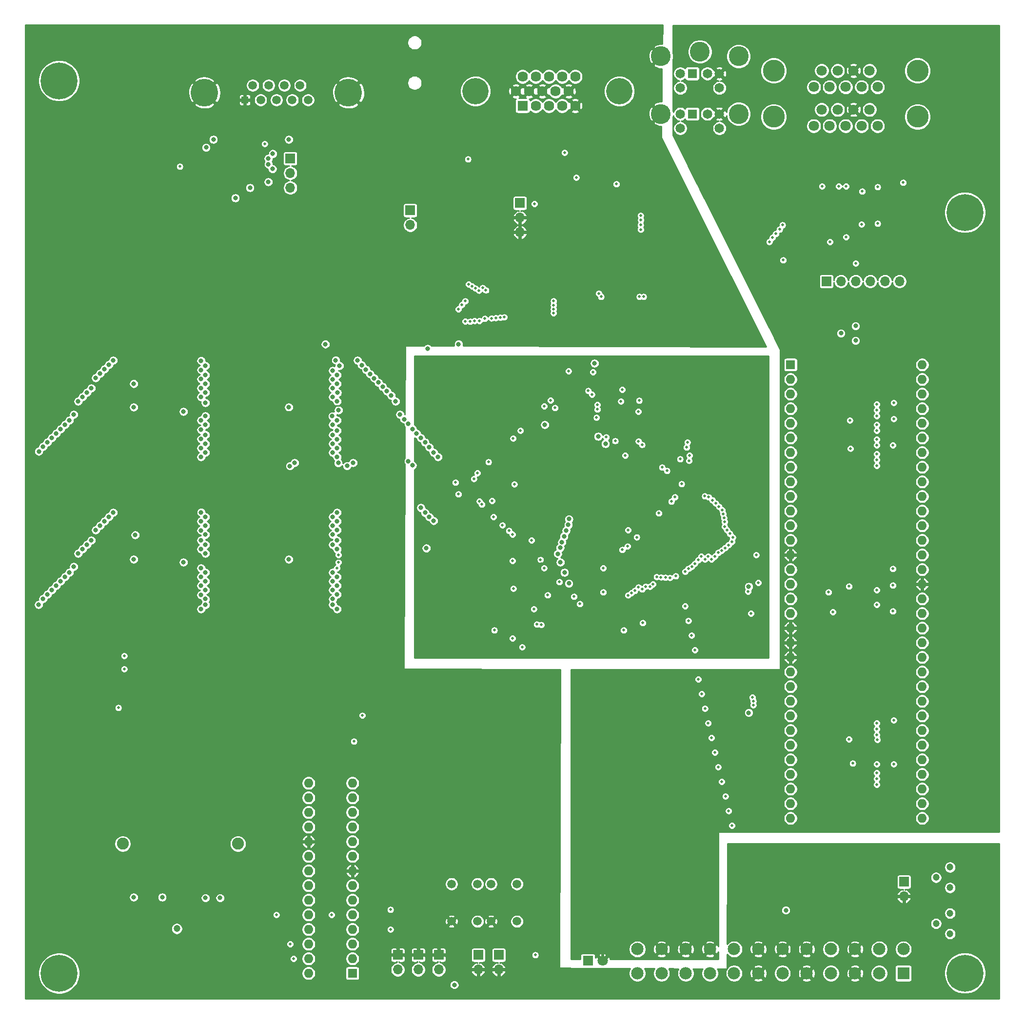
<source format=gbr>
%TF.GenerationSoftware,KiCad,Pcbnew,(5.1.6)-1*%
%TF.CreationDate,2024-05-17T16:04:07-04:00*%
%TF.ProjectId,MigStorm-ITX,4d696753-746f-4726-9d2d-4954582e6b69,rev?*%
%TF.SameCoordinates,Original*%
%TF.FileFunction,Copper,L2,Inr*%
%TF.FilePolarity,Positive*%
%FSLAX46Y46*%
G04 Gerber Fmt 4.6, Leading zero omitted, Abs format (unit mm)*
G04 Created by KiCad (PCBNEW (5.1.6)-1) date 2024-05-17 16:04:07*
%MOMM*%
%LPD*%
G01*
G04 APERTURE LIST*
%TA.AperFunction,ViaPad*%
%ADD10C,6.400000*%
%TD*%
%TA.AperFunction,ViaPad*%
%ADD11C,0.800000*%
%TD*%
%TA.AperFunction,ViaPad*%
%ADD12R,1.800000X1.800000*%
%TD*%
%TA.AperFunction,ViaPad*%
%ADD13C,1.800000*%
%TD*%
%TA.AperFunction,ViaPad*%
%ADD14R,1.700000X1.700000*%
%TD*%
%TA.AperFunction,ViaPad*%
%ADD15O,1.700000X1.700000*%
%TD*%
%TA.AperFunction,ViaPad*%
%ADD16R,2.150000X2.150000*%
%TD*%
%TA.AperFunction,ViaPad*%
%ADD17C,2.150000*%
%TD*%
%TA.AperFunction,ViaPad*%
%ADD18R,1.650000X1.650000*%
%TD*%
%TA.AperFunction,ViaPad*%
%ADD19C,1.650000*%
%TD*%
%TA.AperFunction,ViaPad*%
%ADD20C,3.450000*%
%TD*%
%TA.AperFunction,ViaPad*%
%ADD21C,2.085000*%
%TD*%
%TA.AperFunction,ViaPad*%
%ADD22C,3.810000*%
%TD*%
%TA.AperFunction,ViaPad*%
%ADD23R,1.200000X1.200000*%
%TD*%
%TA.AperFunction,ViaPad*%
%ADD24C,1.500000*%
%TD*%
%TA.AperFunction,ViaPad*%
%ADD25C,4.800000*%
%TD*%
%TA.AperFunction,ViaPad*%
%ADD26R,1.785000X1.785000*%
%TD*%
%TA.AperFunction,ViaPad*%
%ADD27C,1.785000*%
%TD*%
%TA.AperFunction,ViaPad*%
%ADD28C,4.575000*%
%TD*%
%TA.AperFunction,ViaPad*%
%ADD29R,1.600000X1.600000*%
%TD*%
%TA.AperFunction,ViaPad*%
%ADD30O,1.600000X1.600000*%
%TD*%
%TA.AperFunction,ViaPad*%
%ADD31C,0.500000*%
%TD*%
%TA.AperFunction,ViaPad*%
%ADD32C,1.200000*%
%TD*%
%TA.AperFunction,Conductor*%
%ADD33C,0.250000*%
%TD*%
%TA.AperFunction,Conductor*%
%ADD34C,0.500000*%
%TD*%
%TA.AperFunction,Conductor*%
%ADD35C,0.254000*%
%TD*%
G04 APERTURE END LIST*
D10*
%TO.N,N/C*%
%TO.C,REF\u002A\u002A*%
X133604000Y-67030600D03*
D11*
X136004000Y-67030600D03*
X135301056Y-68727656D03*
X133604000Y-69430600D03*
X131906944Y-68727656D03*
X131204000Y-67030600D03*
X131906944Y-65333544D03*
X133604000Y-64630600D03*
X135301056Y-65333544D03*
%TD*%
D10*
%TO.N,N/C*%
%TO.C,REF\u002A\u002A*%
X290880800Y-89890600D03*
D11*
X293280800Y-89890600D03*
X292577856Y-91587656D03*
X290880800Y-92290600D03*
X289183744Y-91587656D03*
X288480800Y-89890600D03*
X289183744Y-88193544D03*
X290880800Y-87490600D03*
X292577856Y-88193544D03*
%TD*%
D10*
%TO.N,N/C*%
%TO.C,REF\u002A\u002A*%
X290880800Y-221970600D03*
D11*
X293280800Y-221970600D03*
X292577856Y-223667656D03*
X290880800Y-224370600D03*
X289183744Y-223667656D03*
X288480800Y-221970600D03*
X289183744Y-220273544D03*
X290880800Y-219570600D03*
X292577856Y-220273544D03*
%TD*%
%TO.N,N/C*%
%TO.C,REF\u002A\u002A*%
X135301056Y-220298944D03*
X133604000Y-219596000D03*
X131906944Y-220298944D03*
X131204000Y-221996000D03*
X131906944Y-223693056D03*
X133604000Y-224396000D03*
X135301056Y-223693056D03*
X136004000Y-221996000D03*
D10*
X133604000Y-221996000D03*
%TD*%
D12*
%TO.N,Net-(D1-Pad1)*%
%TO.C,D1*%
X225425000Y-219837000D03*
D13*
%TO.N,5VDC*%
X227965000Y-219837000D03*
%TD*%
D14*
%TO.N,Net-(J1-Pad1)*%
%TO.C,J1*%
X266827000Y-101854000D03*
D15*
%TO.N,Net-(J1-Pad2)*%
X269367000Y-101854000D03*
%TO.N,Net-(J1-Pad3)*%
X271907000Y-101854000D03*
%TO.N,Net-(J1-Pad4)*%
X274447000Y-101854000D03*
%TO.N,GND*%
X276987000Y-101854000D03*
%TO.N,3.3V*%
X279527000Y-101854000D03*
%TD*%
D16*
%TO.N,3.3V*%
%TO.C,J2*%
X280207000Y-222005000D03*
D17*
X276007000Y-222005000D03*
%TO.N,GND*%
X271807000Y-222005000D03*
%TO.N,5VDC*%
X267607000Y-222005000D03*
%TO.N,GND*%
X263407000Y-222005000D03*
%TO.N,5VDC*%
X259207000Y-222005000D03*
%TO.N,GND*%
X255007000Y-222005000D03*
%TO.N,N/C*%
X250807000Y-222005000D03*
%TO.N,5VSB*%
X246607000Y-222005000D03*
%TO.N,12VDC*%
X242407000Y-222005000D03*
X238207000Y-222005000D03*
%TO.N,3.3V*%
X234007000Y-222005000D03*
X280207000Y-217805000D03*
%TO.N,N/C*%
X276007000Y-217805000D03*
%TO.N,GND*%
X271807000Y-217805000D03*
%TO.N,PS_ON*%
X267607000Y-217805000D03*
%TO.N,GND*%
X263407000Y-217805000D03*
X259207000Y-217805000D03*
X255007000Y-217805000D03*
%TO.N,N/C*%
X250807000Y-217805000D03*
%TO.N,5VDC*%
X246607000Y-217805000D03*
X242407000Y-217805000D03*
X238207000Y-217805000D03*
%TO.N,GND*%
X234007000Y-217805000D03*
%TD*%
D14*
%TO.N,GND*%
%TO.C,J3*%
X199517000Y-218821000D03*
D15*
%TO.N,Net-(IC8-Pad1)*%
X199517000Y-221361000D03*
%TD*%
D14*
%TO.N,GND*%
%TO.C,J4*%
X195961000Y-218821000D03*
D15*
%TO.N,Net-(J4-Pad2)*%
X195961000Y-221361000D03*
%TD*%
D14*
%TO.N,15KHZ*%
%TO.C,J5*%
X213614000Y-88265000D03*
D15*
%TO.N,GND*%
X213614000Y-90805000D03*
X213614000Y-93345000D03*
%TD*%
%TO.N,Net-(J6-Pad2)*%
%TO.C,J6*%
X192405000Y-221361000D03*
D14*
%TO.N,GND*%
X192405000Y-218821000D03*
%TD*%
D18*
%TO.N,Net-(J7-PadA1)*%
%TO.C,J7*%
X243556000Y-65776000D03*
D19*
X246156000Y-65776000D03*
%TO.N,GND*%
X241456000Y-65776000D03*
%TO.N,5VDC*%
X248256000Y-65776000D03*
%TO.N,Net-(J7-PadA6)*%
X241456000Y-68276000D03*
X248256000Y-68276000D03*
D18*
%TO.N,Net-(J7-PadB1)*%
X243556000Y-72776000D03*
D19*
X246156000Y-72776000D03*
%TO.N,GND*%
X241456000Y-72776000D03*
%TO.N,5VDC*%
X248256000Y-72776000D03*
%TO.N,Net-(J7-PadB6)*%
X241456000Y-75276000D03*
X248256000Y-75276000D03*
D20*
%TO.N,GND*%
X251606000Y-62776000D03*
X244856000Y-61976000D03*
X238106000Y-62776000D03*
X251606000Y-72776000D03*
X238106000Y-72776000D03*
%TD*%
D14*
%TO.N,MCLR*%
%TO.C,J8*%
X209931000Y-218821000D03*
D15*
%TO.N,GND*%
X209931000Y-221361000D03*
%TD*%
%TO.N,GND*%
%TO.C,J9*%
X206375000Y-221361000D03*
D14*
%TO.N,BUTTON*%
X206375000Y-218821000D03*
%TD*%
D15*
%TO.N,TXD_MCU*%
%TO.C,J10*%
X173736000Y-85598000D03*
%TO.N,Net-(J10-Pad2)*%
X173736000Y-83058000D03*
D14*
%TO.N,TXD*%
X173736000Y-80518000D03*
%TD*%
D21*
%TO.N,N/C*%
%TO.C,J11*%
X164656000Y-199503000D03*
X144656000Y-199503000D03*
%TD*%
D15*
%TO.N,Net-(C46-Pad1)*%
%TO.C,J12*%
X194564000Y-92075000D03*
D14*
%TO.N,Net-(J12-Pad1)*%
X194564000Y-89535000D03*
%TD*%
D13*
%TO.N,Net-(J13-Pad9B)*%
%TO.C,J13*%
X266010000Y-72028000D03*
%TO.N,Net-(J13-Pad6B)*%
X274320000Y-72028000D03*
%TO.N,5VDC*%
X271550000Y-72028000D03*
%TO.N,GND*%
X268780000Y-72028000D03*
%TO.N,N/C*%
X264625000Y-74868000D03*
%TO.N,Net-(J13-Pad4B)*%
X267395000Y-74868000D03*
%TO.N,Net-(J13-Pad1B)*%
X275705000Y-74868000D03*
%TO.N,Net-(J13-Pad2B)*%
X272935000Y-74868000D03*
%TO.N,Net-(J13-Pad9A)*%
X266010000Y-65278000D03*
%TO.N,Net-(J13-Pad6A)*%
X274320000Y-65278000D03*
%TO.N,5VDC*%
X271550000Y-65278000D03*
%TO.N,GND*%
X268780000Y-65278000D03*
%TO.N,N/C*%
X264625000Y-68118000D03*
%TO.N,Net-(J13-Pad4A)*%
X267395000Y-68118000D03*
%TO.N,Net-(J13-Pad1A)*%
X275705000Y-68118000D03*
%TO.N,Net-(J13-Pad2A)*%
X272935000Y-68118000D03*
%TO.N,Net-(J13-Pad3B)*%
X270165000Y-74868000D03*
%TO.N,Net-(J13-Pad3A)*%
X270165000Y-68118000D03*
D22*
%TO.N,N/C*%
X257675000Y-73278000D03*
X257675000Y-65278000D03*
X282655000Y-65278000D03*
X282655000Y-73278000D03*
%TD*%
D23*
%TO.N,GND*%
%TO.C,J14*%
X165862000Y-70358000D03*
D24*
%TO.N,N/C*%
X167232000Y-67818000D03*
%TO.N,Net-(J14-Pad3)*%
X168602000Y-70358000D03*
%TO.N,Net-(J14-Pad4)*%
X169972000Y-67818000D03*
%TO.N,Net-(J14-Pad5)*%
X171342000Y-70358000D03*
%TO.N,Net-(J14-Pad6)*%
X172712000Y-67818000D03*
%TO.N,Net-(J14-Pad7)*%
X174082000Y-70358000D03*
%TO.N,Net-(J14-Pad3)*%
X175452000Y-67818000D03*
%TO.N,N/C*%
X176822000Y-70358000D03*
D25*
%TO.N,GND*%
X158847000Y-69088000D03*
X183837000Y-69088000D03*
%TD*%
D26*
%TO.N,Net-(D2-Pad3)*%
%TO.C,J16*%
X214066000Y-71374000D03*
D27*
%TO.N,Net-(D3-Pad3)*%
X216356000Y-71374000D03*
%TO.N,Net-(D4-Pad3)*%
X218646000Y-71374000D03*
%TO.N,N/C*%
X220936000Y-71374000D03*
%TO.N,GND*%
X223226000Y-71374000D03*
X212921000Y-68834000D03*
X215211000Y-68834000D03*
X217501000Y-68834000D03*
%TO.N,N/C*%
X219791000Y-68834000D03*
%TO.N,GND*%
X222081000Y-68834000D03*
%TO.N,N/C*%
X214066000Y-66294000D03*
X216356000Y-66294000D03*
%TO.N,Net-(D5-Pad3)*%
X218646000Y-66294000D03*
%TO.N,Net-(D6-Pad3)*%
X220936000Y-66294000D03*
%TO.N,N/C*%
X223226000Y-66294000D03*
D28*
%TO.N,Net-(J16-PadMH1)*%
X205896000Y-68834000D03*
X230886000Y-68834000D03*
%TD*%
D24*
%TO.N,GND*%
%TO.C,S1*%
X208606000Y-212979000D03*
%TO.N,N/C*%
X208606000Y-206479000D03*
%TO.N,MCLR*%
X213106000Y-212979000D03*
%TO.N,N/C*%
X213106000Y-206479000D03*
%TD*%
%TO.N,N/C*%
%TO.C,S2*%
X206248000Y-206479000D03*
%TO.N,BUTTON*%
X206248000Y-212979000D03*
%TO.N,N/C*%
X201748000Y-206479000D03*
%TO.N,GND*%
X201748000Y-212979000D03*
%TD*%
D29*
%TO.N,MCLR*%
%TO.C,IC7*%
X184531000Y-221996000D03*
D30*
%TO.N,SPI_DOUT*%
X176911000Y-188976000D03*
%TO.N,MCC_CLKEN*%
X184531000Y-219456000D03*
%TO.N,SPI_DIN*%
X176911000Y-191516000D03*
%TO.N,FPGA_SEL0*%
X184531000Y-216916000D03*
%TO.N,TXD_MCU*%
X176911000Y-194056000D03*
%TO.N,Net-(IC7-Pad4)*%
X184531000Y-214376000D03*
%TO.N,RXD*%
X176911000Y-196596000D03*
%TO.N,Net-(IC7-Pad5)*%
X184531000Y-211836000D03*
%TO.N,GND*%
X176911000Y-199136000D03*
%TO.N,N/C*%
X184531000Y-209296000D03*
%TO.N,3.3V*%
X176911000Y-201676000D03*
%TO.N,Net-(IC7-Pad7)*%
X184531000Y-206756000D03*
%TO.N,Net-(IC7-Pad21)*%
X176911000Y-204216000D03*
%TO.N,GND*%
X184531000Y-204216000D03*
%TO.N,N/C*%
X176911000Y-206756000D03*
%TO.N,Net-(C33-Pad1)*%
X184531000Y-201676000D03*
%TO.N,N/C*%
X176911000Y-209296000D03*
%TO.N,Net-(C34-Pad2)*%
X184531000Y-199136000D03*
%TO.N,Net-(IC7-Pad24)*%
X176911000Y-211836000D03*
%TO.N,MCC_SEL*%
X184531000Y-196596000D03*
%TO.N,DISKLED*%
X176911000Y-214376000D03*
%TO.N,N/C*%
X184531000Y-194056000D03*
%TO.N,FPGA_SEL1*%
X176911000Y-216916000D03*
%TO.N,N/C*%
X184531000Y-191516000D03*
%TO.N,FPGA_SEL2*%
X176911000Y-219456000D03*
%TO.N,SPI_CLK*%
X184531000Y-188976000D03*
%TO.N,Net-(IC7-Pad28)*%
X176911000Y-221996000D03*
%TD*%
D14*
%TO.N,PS_ON*%
%TO.C,J17*%
X280289000Y-206121000D03*
D15*
%TO.N,GND*%
X280289000Y-208661000D03*
%TD*%
D29*
%TO.N,D4*%
%TO.C,U2*%
X260604000Y-116332000D03*
D30*
%TO.N,A5*%
X283464000Y-195072000D03*
%TO.N,D3*%
X260604000Y-118872000D03*
%TO.N,A6*%
X283464000Y-192532000D03*
%TO.N,D2*%
X260604000Y-121412000D03*
%TO.N,A7*%
X283464000Y-189992000D03*
%TO.N,D1*%
X260604000Y-123952000D03*
%TO.N,A8*%
X283464000Y-187452000D03*
%TO.N,D0*%
X260604000Y-126492000D03*
%TO.N,A9*%
X283464000Y-184912000D03*
%TO.N,AS*%
X260604000Y-129032000D03*
%TO.N,A10*%
X283464000Y-182372000D03*
%TO.N,UDS*%
X260604000Y-131572000D03*
%TO.N,A11*%
X283464000Y-179832000D03*
%TO.N,LDS*%
X260604000Y-134112000D03*
%TO.N,A12*%
X283464000Y-177292000D03*
%TO.N,RW*%
X260604000Y-136652000D03*
%TO.N,A13*%
X283464000Y-174752000D03*
%TO.N,DTACK*%
X260604000Y-139192000D03*
%TO.N,A14*%
X283464000Y-172212000D03*
%TO.N,BG*%
X260604000Y-141732000D03*
%TO.N,A15*%
X283464000Y-169672000D03*
%TO.N,BGACK*%
X260604000Y-144272000D03*
%TO.N,A16*%
X283464000Y-167132000D03*
%TO.N,BR*%
X260604000Y-146812000D03*
%TO.N,A17*%
X283464000Y-164592000D03*
%TO.N,5VDC*%
X260604000Y-149352000D03*
%TO.N,A18*%
X283464000Y-162052000D03*
%TO.N,CLK*%
X260604000Y-151892000D03*
%TO.N,A19*%
X283464000Y-159512000D03*
%TO.N,GND*%
X260604000Y-154432000D03*
%TO.N,A20*%
X283464000Y-156972000D03*
%TO.N,Net-(R1-Pad1)*%
X260604000Y-156972000D03*
%TO.N,5VDC*%
X283464000Y-154432000D03*
%TO.N,Net-(R2-Pad1)*%
X260604000Y-159512000D03*
%TO.N,A21*%
X283464000Y-151892000D03*
%TO.N,5VDC*%
X260604000Y-162052000D03*
%TO.N,A22*%
X283464000Y-149352000D03*
%TO.N,5VDC*%
X260604000Y-164592000D03*
%TO.N,A23*%
X283464000Y-146812000D03*
%TO.N,5VDC*%
X260604000Y-167132000D03*
%TO.N,GND*%
X283464000Y-144272000D03*
%TO.N,BERR*%
X260604000Y-169672000D03*
%TO.N,D15*%
X283464000Y-141732000D03*
%TO.N,IPL2*%
X260604000Y-172212000D03*
%TO.N,D14*%
X283464000Y-139192000D03*
%TO.N,IPL1*%
X260604000Y-174752000D03*
%TO.N,D13*%
X283464000Y-136652000D03*
%TO.N,IPL0*%
X260604000Y-177292000D03*
%TO.N,D12*%
X283464000Y-134112000D03*
%TO.N,FC2*%
X260604000Y-179832000D03*
%TO.N,D11*%
X283464000Y-131572000D03*
%TO.N,FC1*%
X260604000Y-182372000D03*
%TO.N,D10*%
X283464000Y-129032000D03*
%TO.N,FC0*%
X260604000Y-184912000D03*
%TO.N,D9*%
X283464000Y-126492000D03*
%TO.N,A1*%
X260604000Y-187452000D03*
%TO.N,D8*%
X283464000Y-123952000D03*
%TO.N,A2*%
X260604000Y-189992000D03*
%TO.N,D7*%
X283464000Y-121412000D03*
%TO.N,A3*%
X260604000Y-192532000D03*
%TO.N,D6*%
X283464000Y-118872000D03*
%TO.N,A4*%
X260604000Y-195072000D03*
%TO.N,D5*%
X283464000Y-116332000D03*
%TD*%
D31*
%TO.N,GND*%
X151257000Y-80518000D03*
X239903000Y-140081000D03*
X237744000Y-142113000D03*
X241681000Y-137033000D03*
X241427000Y-132715000D03*
X238296586Y-134156586D03*
X231902000Y-132080000D03*
X231394000Y-120650000D03*
X225476173Y-120852827D03*
X226314000Y-117602000D03*
X222047175Y-117423828D03*
X218922413Y-122529413D03*
X217832451Y-123543549D03*
X213711043Y-127762000D03*
X212445413Y-129133413D03*
X208153000Y-133223000D03*
X206248000Y-135128000D03*
X206589999Y-140028998D03*
X208788000Y-139954000D03*
X202946000Y-138811000D03*
X209042000Y-142748000D03*
X212344000Y-145796000D03*
X212344000Y-150368000D03*
X217805000Y-151638000D03*
X218440000Y-156337000D03*
X224028000Y-157861000D03*
X228092000Y-155829000D03*
X228092000Y-151638000D03*
X232309646Y-147852528D03*
X233896087Y-146266087D03*
X232410000Y-145034000D03*
X143891000Y-124333000D03*
X157861000Y-123571000D03*
X157988000Y-149987000D03*
X143764000Y-150749000D03*
X170688000Y-150749000D03*
X184785000Y-149606000D03*
X170688000Y-124333000D03*
X184785000Y-123571000D03*
X234950000Y-161163000D03*
X293370000Y-211709000D03*
X293370000Y-215011000D03*
X157861000Y-78613000D03*
X149098000Y-213741000D03*
X156464000Y-213868000D03*
X270764000Y-181356000D03*
X275689166Y-181431528D03*
X278511000Y-185674000D03*
X278511000Y-178054000D03*
X271399000Y-185547000D03*
X267970000Y-159258000D03*
X270764000Y-154813000D03*
X278384000Y-151765000D03*
X278384000Y-154647000D03*
X278384000Y-159131000D03*
X270891000Y-125984000D03*
X271018000Y-130877000D03*
X278511000Y-122936000D03*
X278511000Y-125730000D03*
X278384000Y-130302000D03*
X177800000Y-123952000D03*
X177673000Y-150368000D03*
X215646000Y-146812000D03*
X234188000Y-124460000D03*
X181991000Y-138938000D03*
X162941000Y-163068000D03*
X190373000Y-156718000D03*
X254635000Y-149352000D03*
X202438000Y-136779000D03*
X181864000Y-193802000D03*
D32*
%TO.N,5VDC*%
X226314000Y-196723000D03*
X229362000Y-198755000D03*
X226314000Y-200660000D03*
X223266000Y-198755000D03*
X226314000Y-208407000D03*
X226314000Y-212217000D03*
X223266000Y-209768000D03*
X229489000Y-209768000D03*
X237617000Y-171069000D03*
X231140000Y-171069000D03*
D31*
X270891000Y-184912000D03*
X271526000Y-158877000D03*
X271018000Y-129540000D03*
D11*
%TO.N,3.3V*%
X146558000Y-123698000D03*
X155194000Y-124460000D03*
X173482000Y-123698000D03*
X182118000Y-124206000D03*
X173482000Y-150114000D03*
X146558000Y-150114000D03*
X155194000Y-150622000D03*
D31*
X205613000Y-136144000D03*
X207010000Y-140589000D03*
X211709000Y-145161000D03*
X223012000Y-156591000D03*
X220472000Y-154051000D03*
X231394000Y-148463000D03*
X239141000Y-134747000D03*
X240538000Y-139319000D03*
X226111173Y-121487827D03*
X234315000Y-122555000D03*
X234213587Y-129641413D03*
D32*
X154051000Y-214249000D03*
D31*
X143891000Y-175895000D03*
X154559000Y-81915000D03*
X204597000Y-80645000D03*
X216154000Y-88392000D03*
X223393000Y-83820000D03*
X221361000Y-79502000D03*
X230378000Y-84963000D03*
D32*
X288290000Y-215138000D03*
X288290000Y-211582000D03*
X285877000Y-213360000D03*
X288290000Y-207137000D03*
X288290000Y-203581000D03*
X285877000Y-205359000D03*
D31*
X191135000Y-210947000D03*
X191135000Y-214376000D03*
X171323000Y-211836000D03*
X216281000Y-218821000D03*
X182118000Y-150622000D03*
%TO.N,+2V5*%
X205232000Y-138811000D03*
X217297000Y-150876000D03*
X236601000Y-143129000D03*
X232537000Y-128778000D03*
X228560223Y-124801223D03*
X228854000Y-150368000D03*
X210439000Y-143510000D03*
X209550000Y-132334000D03*
X217043000Y-124841000D03*
X239395000Y-161036000D03*
%TO.N,+1V2*%
X210577766Y-144197893D03*
X217188307Y-150171520D03*
X234820180Y-130248006D03*
X231157209Y-122699209D03*
X231648000Y-162433000D03*
X216027000Y-158750000D03*
X212471000Y-155194000D03*
D11*
%TO.N,5VSB*%
X259791200Y-211048600D03*
D31*
%TO.N,Net-(IC1-Pad10)*%
X144907000Y-169164000D03*
X144907000Y-166878000D03*
%TO.N,CPU_D5*%
X245716808Y-139153233D03*
X232388127Y-156351582D03*
%TO.N,CPU_D6*%
X246395942Y-139322882D03*
X232970564Y-155963291D03*
%TO.N,CPU_D7*%
X247015000Y-139835471D03*
X233553000Y-155575000D03*
%TO.N,CPU_D8*%
X247608788Y-140410471D03*
X234200400Y-154972873D03*
%TO.N,CPU_D9*%
X248183789Y-140985471D03*
X234823000Y-155321000D03*
%TO.N,CPU_D10*%
X248758789Y-141560471D03*
X235434646Y-154828245D03*
%TO.N,CPU_D11*%
X248895706Y-142246952D03*
X236167998Y-154852001D03*
%TO.N,CPU_D12*%
X249034552Y-142933046D03*
X236728000Y-154432000D03*
%TO.N,CPU_D13*%
X249158913Y-143621913D03*
X237351136Y-153173864D03*
%TO.N,CPU_D14*%
X249134999Y-144459000D03*
X238103834Y-153219454D03*
%TO.N,CPU_DTACK*%
X275590000Y-133858000D03*
D11*
X222123000Y-154305000D03*
D31*
%TO.N,CPU_RW*%
X275590000Y-132842000D03*
D11*
X221361000Y-152400000D03*
D31*
%TO.N,CPU_LDS*%
X275590000Y-131826000D03*
D11*
X220636000Y-150621998D03*
D31*
%TO.N,CPU_UDS*%
X275590000Y-130302000D03*
D11*
X220190223Y-149151650D03*
D31*
%TO.N,CPU_AS*%
X275590000Y-129286000D03*
D11*
X220611231Y-148094231D03*
D31*
%TO.N,CPU_D0*%
X275590000Y-127762000D03*
D11*
X220903157Y-147133537D03*
D31*
%TO.N,CPU_D1*%
X275590000Y-126746000D03*
D11*
X221265017Y-146136678D03*
D31*
%TO.N,CPU_D2*%
X275589997Y-125222003D03*
D11*
X221639631Y-145125653D03*
D31*
%TO.N,CPU_D3*%
X275590000Y-124206000D03*
D11*
X222006694Y-144122180D03*
D31*
%TO.N,CPU_D4*%
X275590000Y-123190000D03*
D11*
X222139774Y-143131073D03*
D31*
%TO.N,CPU_CLK*%
X275590000Y-155448000D03*
D11*
X253339020Y-154851997D03*
D31*
%TO.N,CPU_RESET*%
X275590000Y-157988000D03*
D11*
X253339020Y-176747000D03*
D31*
%TO.N,CPU_A15*%
X244581002Y-170942000D03*
X244581002Y-150241000D03*
%TO.N,CPU_A16*%
X244006002Y-165862000D03*
X243967000Y-150876000D03*
%TO.N,CPU_A17*%
X243431002Y-163322000D03*
X243456397Y-151401008D03*
%TO.N,CPU_A18*%
X242856002Y-160782000D03*
X242856012Y-151760945D03*
%TO.N,CPU_A19*%
X242281002Y-158242000D03*
X242281002Y-152259976D03*
%TO.N,RESET*%
X253238000Y-155702000D03*
X253746000Y-159512000D03*
%TO.N,CPU_A21*%
X267208000Y-155829000D03*
X255016000Y-154178000D03*
%TO.N,CPU_A22*%
X250571000Y-146304000D03*
X240665000Y-153035000D03*
%TO.N,CPU_A23*%
X250063000Y-145669000D03*
X239635966Y-153302034D03*
%TO.N,CPU_D15*%
X249555000Y-145034000D03*
X238883743Y-153292257D03*
%TO.N,CPU_A14*%
X245156002Y-173482000D03*
X245103491Y-149612509D03*
%TO.N,CPU_A13*%
X245731002Y-176022000D03*
X245731002Y-150114000D03*
%TO.N,CPU_A12*%
X246306002Y-178562000D03*
X246306012Y-149597233D03*
%TO.N,CPU_A11*%
X246881002Y-181102000D03*
X246881002Y-150114000D03*
%TO.N,CPU_A10*%
X247456002Y-183642000D03*
X247456024Y-149606000D03*
%TO.N,CPU_A9*%
X248031002Y-186182000D03*
X248031006Y-148971006D03*
%TO.N,CPU_A8*%
X248666000Y-188722000D03*
X248666000Y-148590000D03*
%TO.N,CPU_A7*%
X249294000Y-191262000D03*
X249241010Y-148129609D03*
%TO.N,CPU_A6*%
X249869000Y-193802000D03*
X249834623Y-147622382D03*
%TO.N,CPU_A5*%
X250444000Y-196342000D03*
X250444000Y-147066000D03*
%TO.N,CPU_A4*%
X275590000Y-189230000D03*
X242976595Y-132994595D03*
%TO.N,CPU_A3*%
X275590000Y-188214000D03*
X243078004Y-132080000D03*
%TO.N,CPU_A2*%
X275590000Y-187198000D03*
X242570000Y-130683000D03*
%TO.N,CPU_A1*%
X275590000Y-185674000D03*
X242697000Y-129794000D03*
%TO.N,CPU_IPL0*%
X275590000Y-180594000D03*
X254127000Y-175447000D03*
%TO.N,CPU_IPL1*%
X275590000Y-179578000D03*
X254127000Y-174746997D03*
%TO.N,CPU_IPL2*%
X275590000Y-178562000D03*
X254000000Y-174057000D03*
%TO.N,Net-(IC7-Pad5)*%
X186245500Y-177228500D03*
%TO.N,SPI_CLK*%
X184785000Y-181737000D03*
%TO.N,SPI_DOUT*%
X212635913Y-137070913D03*
D11*
%TO.N,RXD*%
X169926000Y-84582000D03*
X228473000Y-130048000D03*
D31*
%TO.N,Net-(IC7-Pad24)*%
X180915000Y-211836000D03*
%TO.N,FPGA_SEL1*%
X173729000Y-216916000D03*
%TO.N,FPGA_SEL2*%
X174304000Y-219456000D03*
%TO.N,Net-(J4-Pad2)*%
X209169000Y-162433000D03*
%TO.N,15KHZ*%
X226911089Y-125513911D03*
%TO.N,TXD*%
X230154712Y-129570708D03*
D11*
%TO.N,Net-(J11-Pad1)*%
X161544000Y-208915000D03*
%TO.N,Net-(J11-Pad2)*%
X159004000Y-208915000D03*
%TO.N,Net-(J11-Pad5)*%
X151511000Y-208788000D03*
%TO.N,Net-(J11-Pad7)*%
X146558000Y-208788000D03*
D31*
%TO.N,Net-(J13-Pad1B)*%
X275717000Y-85471000D03*
%TO.N,Net-(J13-Pad2B)*%
X273050000Y-86233000D03*
%TO.N,Net-(J13-Pad3B)*%
X270256000Y-85344000D03*
D11*
%TO.N,Net-(J14-Pad4)*%
X169926000Y-80518000D03*
X166751000Y-85598000D03*
%TO.N,Net-(J14-Pad5)*%
X170697000Y-79685949D03*
X159131000Y-78613000D03*
%TO.N,Net-(J14-Pad6)*%
X169938651Y-81530654D03*
X164211000Y-87376000D03*
%TO.N,Net-(J14-Pad7)*%
X173482000Y-77216000D03*
X160401000Y-77216000D03*
%TO.N,TDI*%
X226568000Y-116078000D03*
X269367000Y-110871000D03*
%TO.N,TDO*%
X271907000Y-112141000D03*
X271907000Y-109601000D03*
D31*
%TO.N,PROG_B*%
X219710000Y-123825000D03*
%TO.N,CCLK*%
X217322151Y-161495138D03*
X213995008Y-165354000D03*
%TO.N,KBDDAT*%
X234569000Y-90424000D03*
X219465010Y-105283000D03*
X204130319Y-105283000D03*
X205740000Y-108712000D03*
%TO.N,KBDCLK*%
X234625585Y-91180588D03*
X219465010Y-105983003D03*
X203555319Y-105918000D03*
X204978000Y-108839000D03*
%TO.N,MSDAT*%
X234569000Y-92075000D03*
X219465010Y-106683006D03*
X202946000Y-106680000D03*
X204126913Y-108801087D03*
%TO.N,DONE*%
X216544010Y-161417000D03*
X212344000Y-163830000D03*
%TO.N,MSCLK*%
X234594587Y-92862587D03*
X219465010Y-107383009D03*
%TO.N,JOYA4*%
X271907000Y-98739000D03*
X280162000Y-84709000D03*
%TO.N,JOYB4*%
X258699000Y-92837000D03*
X268986000Y-85344000D03*
%TO.N,JOYB5*%
X259207000Y-92075000D03*
X266065000Y-85344000D03*
%TO.N,AUDIOL*%
X234382000Y-104521000D03*
X227701990Y-104521000D03*
%TO.N,AUDIOR*%
X227304852Y-103944559D03*
X235082003Y-104521000D03*
%TO.N,JOYB3*%
X259334000Y-98171000D03*
X275717000Y-91821000D03*
%TO.N,JOYB2*%
X258064000Y-93599000D03*
X272923000Y-91948000D03*
%TO.N,JOYB1*%
X257489000Y-94234000D03*
X270256000Y-94174000D03*
%TO.N,JOYB0*%
X256913999Y-94988999D03*
X267462000Y-94996000D03*
%TO.N,RED0*%
X209423000Y-108204000D03*
X206502000Y-103437990D03*
%TO.N,RED1*%
X208666405Y-108260592D03*
X205905433Y-103071759D03*
%TO.N,RED2*%
X207518000Y-108331006D03*
X205305620Y-102710870D03*
%TO.N,RED3*%
X204705319Y-102350795D03*
X206566983Y-108705664D03*
%TO.N,GREEN2*%
X207712000Y-103417001D03*
X210894525Y-108070664D03*
%TO.N,GREEN3*%
X207137000Y-102997000D03*
X210197039Y-108129964D03*
%TO.N,HSYNC*%
X227076000Y-124079000D03*
%TO.N,VSYNC*%
X227065529Y-123255356D03*
D11*
%TO.N,RAM_SEL2*%
X184658000Y-133350000D03*
X146812000Y-145893000D03*
%TO.N,RAM_SEL3*%
X217932000Y-126746000D03*
X197358000Y-148183022D03*
%TO.N,RAM_SEL1*%
X202972527Y-112749473D03*
X179832000Y-112761053D03*
%TO.N,RAM_A5*%
X143002000Y-141986000D03*
X143002000Y-115570000D03*
%TO.N,RAM_A4*%
X142240000Y-142748000D03*
X142240000Y-116332000D03*
%TO.N,RAM_A3*%
X141478000Y-143510000D03*
X141478000Y-117094000D03*
%TO.N,RAM_A2*%
X140716000Y-117856000D03*
X140716000Y-144272000D03*
%TO.N,RAM_A1*%
X139954000Y-145034000D03*
X139954000Y-118618000D03*
%TO.N,RAM_SEL0*%
X197616653Y-113533347D03*
X146558000Y-119627000D03*
%TO.N,RAM_D0*%
X139192000Y-146812000D03*
X139192000Y-120396000D03*
%TO.N,RAM_D1*%
X138430000Y-121158000D03*
X138430000Y-147574000D03*
%TO.N,RAM_D2*%
X137668000Y-121920000D03*
X137668000Y-148336000D03*
%TO.N,RAM_D3*%
X136906000Y-149098000D03*
X136906000Y-122682000D03*
%TO.N,RAM_A6*%
X181864000Y-141986000D03*
X158260000Y-141968000D03*
X158242000Y-115627000D03*
X185420000Y-115570000D03*
X181628022Y-115552000D03*
%TO.N,RAM_A7*%
X159004000Y-142748000D03*
X181102000Y-142748000D03*
X159007251Y-116502000D03*
X186145000Y-116402051D03*
X182290113Y-116510124D03*
%TO.N,RAM_A8*%
X158242000Y-143510000D03*
X181864000Y-143510000D03*
X158242000Y-117227000D03*
X181102000Y-117348000D03*
X186870000Y-117187639D03*
%TO.N,RAM_OE*%
X159004000Y-144272000D03*
X181102000Y-144272000D03*
X159004000Y-118102000D03*
X181864000Y-118110000D03*
X187595000Y-117941789D03*
%TO.N,RAM_UB*%
X158242000Y-145093000D03*
X181864000Y-145034000D03*
X158242000Y-118827000D03*
X181102000Y-118872000D03*
X188320000Y-118679412D03*
%TO.N,RAM_LB*%
X159004000Y-145818000D03*
X181102000Y-145818000D03*
X159004000Y-119634000D03*
X181864000Y-119634000D03*
X189045000Y-119409367D03*
%TO.N,RAM_D15*%
X158242000Y-146812000D03*
X181864000Y-146812000D03*
X158242000Y-120396000D03*
X181102000Y-120396000D03*
X189770000Y-120142000D03*
%TO.N,RAM_D14*%
X159004000Y-147574000D03*
X181102000Y-147574000D03*
X159004000Y-121158000D03*
X181934051Y-121195000D03*
X190500000Y-120904000D03*
%TO.N,RAM_D13*%
X158242000Y-148336000D03*
X181864000Y-148336000D03*
X158242000Y-121920000D03*
X181102000Y-121920000D03*
X191262000Y-121666000D03*
%TO.N,RAM_D12*%
X159004000Y-149098000D03*
X159004000Y-122936000D03*
X181864004Y-122682000D03*
X192024000Y-122682000D03*
D31*
X182118000Y-149352000D03*
D11*
%TO.N,RAM_D11*%
X158242000Y-151638000D03*
X159004000Y-125222000D03*
X181031949Y-125259000D03*
X192786000Y-124968000D03*
D31*
X181864000Y-151638000D03*
D11*
%TO.N,RAM_D10*%
X159004000Y-152400000D03*
X181102000Y-152400000D03*
X158242000Y-125984000D03*
X181864000Y-125984000D03*
X193511000Y-125800051D03*
%TO.N,RAM_D9*%
X158242000Y-153162000D03*
X181864000Y-153162000D03*
X159004000Y-126746000D03*
X181102000Y-126746000D03*
X194236000Y-126585639D03*
X194236000Y-133077000D03*
%TO.N,RAM_D8*%
X159004000Y-153924000D03*
X181102000Y-153924000D03*
X158242000Y-127627000D03*
X181864000Y-127762000D03*
X194961000Y-127508000D03*
X194961000Y-133802000D03*
%TO.N,RAM_A9*%
X159004000Y-155448000D03*
X181102000Y-155448000D03*
X158242000Y-129227000D03*
X181864000Y-129286000D03*
X196411000Y-129035930D03*
X196411000Y-141155000D03*
%TO.N,RAM_A10*%
X158242000Y-156293000D03*
X181864000Y-156210000D03*
X159004000Y-130048000D03*
X181102000Y-130048000D03*
X197136000Y-129794000D03*
X197136000Y-142006067D03*
%TO.N,RAM_A11*%
X159004000Y-157018000D03*
X181102000Y-157018000D03*
X158242000Y-130810000D03*
X181864000Y-130847000D03*
X197861000Y-130642125D03*
X197861000Y-142748000D03*
%TO.N,RAM_A12*%
X159004000Y-158018003D03*
X181102000Y-158018003D03*
X159004000Y-131572000D03*
X181102000Y-131572000D03*
X198628000Y-131572000D03*
X198628000Y-143420280D03*
%TO.N,RAM_A13*%
X183601557Y-133898443D03*
X173665949Y-133904701D03*
%TO.N,RAM_A14*%
X130085000Y-131388051D03*
X130048000Y-157988000D03*
X174498000Y-133350000D03*
X182072904Y-133386990D03*
%TO.N,RAM_D4*%
X136144000Y-151384000D03*
X136144000Y-124968000D03*
%TO.N,RAM_D5*%
X135382000Y-125984000D03*
X135382000Y-152400000D03*
%TO.N,RAM_D6*%
X134620000Y-126746000D03*
X134620000Y-153162000D03*
%TO.N,RAM_D7*%
X133858000Y-153924000D03*
X133858000Y-127508000D03*
%TO.N,RAM_WE*%
X133096000Y-128270000D03*
X133096000Y-154686000D03*
%TO.N,RAM_A19*%
X158242000Y-154693000D03*
X181864000Y-154686000D03*
X159004000Y-128502000D03*
X181102000Y-128502000D03*
X195686000Y-128284178D03*
%TO.N,RAM_A18*%
X158242000Y-158750000D03*
X181864000Y-158750000D03*
X158242000Y-132334000D03*
X181864000Y-132334000D03*
X199390000Y-132334000D03*
%TO.N,RAM_A17*%
X132334000Y-155448000D03*
X132334000Y-129032000D03*
%TO.N,RAM_A16*%
X131572000Y-129794000D03*
X131572000Y-156210000D03*
%TO.N,RAM_A15*%
X130810000Y-156972000D03*
X130810000Y-130556000D03*
D31*
%TO.N,RTS*%
X169291000Y-77978000D03*
X228593024Y-128905000D03*
D11*
%TO.N,CTS*%
X170663651Y-82333000D03*
X227203002Y-128778000D03*
%TO.N,Net-(IC8-Pad1)*%
X202234800Y-224002600D03*
%TD*%
D33*
%TO.N,GND*%
X177042001Y-150998999D02*
X177673000Y-150368000D01*
X170937999Y-150998999D02*
X177042001Y-150998999D01*
X170688000Y-150749000D02*
X170937999Y-150998999D01*
X177328999Y-124423001D02*
X177800000Y-123952000D01*
X170778001Y-124423001D02*
X177328999Y-124423001D01*
X170688000Y-124333000D02*
X170778001Y-124423001D01*
X184344001Y-150046999D02*
X184785000Y-149606000D01*
X177994001Y-150046999D02*
X184344001Y-150046999D01*
X177673000Y-150368000D02*
X177994001Y-150046999D01*
X184694999Y-123480999D02*
X184785000Y-123571000D01*
X178271001Y-123480999D02*
X184694999Y-123480999D01*
X177800000Y-123952000D02*
X178271001Y-123480999D01*
D34*
%TO.N,5VDC*%
X227965000Y-213868000D02*
X226314000Y-212217000D01*
X227965000Y-219837000D02*
X227965000Y-213868000D01*
%TD*%
D35*
%TO.N,5VDC*%
G36*
X296799000Y-197485000D02*
G01*
X248158000Y-197485000D01*
X248133224Y-197487440D01*
X248109399Y-197494667D01*
X248087443Y-197506403D01*
X248068197Y-197522197D01*
X248052403Y-197541443D01*
X248040667Y-197563399D01*
X248033440Y-197587224D01*
X248031000Y-197612000D01*
X248031000Y-217322792D01*
X247953770Y-217123753D01*
X247921662Y-217063681D01*
X247713486Y-216943173D01*
X246851659Y-217805000D01*
X247713486Y-218666827D01*
X247921662Y-218546319D01*
X248031000Y-218298334D01*
X248031000Y-219583000D01*
X229267473Y-219583000D01*
X229243809Y-219459300D01*
X229145552Y-219217074D01*
X229136329Y-219199819D01*
X228946047Y-219100612D01*
X228463659Y-219583000D01*
X227974341Y-219583000D01*
X228701388Y-218855953D01*
X228602181Y-218665671D01*
X228361422Y-218563870D01*
X228105429Y-218510994D01*
X227844040Y-218509077D01*
X227587300Y-218558191D01*
X227345074Y-218656448D01*
X227327819Y-218665671D01*
X227228612Y-218855953D01*
X227955659Y-219583000D01*
X227466341Y-219583000D01*
X226983953Y-219100612D01*
X226793671Y-219199819D01*
X226754066Y-219293485D01*
X226754066Y-218937000D01*
X226745822Y-218853293D01*
X226721405Y-218772804D01*
X226681755Y-218698624D01*
X226628395Y-218633605D01*
X226563376Y-218580245D01*
X226489196Y-218540595D01*
X226408707Y-218516178D01*
X226325000Y-218507934D01*
X224525000Y-218507934D01*
X224441293Y-218516178D01*
X224360804Y-218540595D01*
X224286624Y-218580245D01*
X224221605Y-218633605D01*
X224168245Y-218698624D01*
X224128595Y-218772804D01*
X224104178Y-218853293D01*
X224095934Y-218937000D01*
X224095934Y-219583000D01*
X222504000Y-219583000D01*
X222504000Y-217657066D01*
X232505000Y-217657066D01*
X232505000Y-217952934D01*
X232562721Y-218243117D01*
X232675944Y-218516464D01*
X232840320Y-218762469D01*
X233049531Y-218971680D01*
X233295536Y-219136056D01*
X233568883Y-219249279D01*
X233859066Y-219307000D01*
X234154934Y-219307000D01*
X234445117Y-219249279D01*
X234718464Y-219136056D01*
X234964469Y-218971680D01*
X235024663Y-218911486D01*
X237345173Y-218911486D01*
X237465681Y-219119662D01*
X237736403Y-219239025D01*
X238025211Y-219303279D01*
X238321003Y-219309956D01*
X238612415Y-219258797D01*
X238888247Y-219151770D01*
X238948319Y-219119662D01*
X239068827Y-218911486D01*
X241545173Y-218911486D01*
X241665681Y-219119662D01*
X241936403Y-219239025D01*
X242225211Y-219303279D01*
X242521003Y-219309956D01*
X242812415Y-219258797D01*
X243088247Y-219151770D01*
X243148319Y-219119662D01*
X243268827Y-218911486D01*
X245745173Y-218911486D01*
X245865681Y-219119662D01*
X246136403Y-219239025D01*
X246425211Y-219303279D01*
X246721003Y-219309956D01*
X247012415Y-219258797D01*
X247288247Y-219151770D01*
X247348319Y-219119662D01*
X247468827Y-218911486D01*
X246607000Y-218049659D01*
X245745173Y-218911486D01*
X243268827Y-218911486D01*
X242407000Y-218049659D01*
X241545173Y-218911486D01*
X239068827Y-218911486D01*
X238207000Y-218049659D01*
X237345173Y-218911486D01*
X235024663Y-218911486D01*
X235173680Y-218762469D01*
X235338056Y-218516464D01*
X235451279Y-218243117D01*
X235509000Y-217952934D01*
X235509000Y-217919003D01*
X236702044Y-217919003D01*
X236753203Y-218210415D01*
X236860230Y-218486247D01*
X236892338Y-218546319D01*
X237100514Y-218666827D01*
X237962341Y-217805000D01*
X238451659Y-217805000D01*
X239313486Y-218666827D01*
X239521662Y-218546319D01*
X239641025Y-218275597D01*
X239705279Y-217986789D01*
X239706809Y-217919003D01*
X240902044Y-217919003D01*
X240953203Y-218210415D01*
X241060230Y-218486247D01*
X241092338Y-218546319D01*
X241300514Y-218666827D01*
X242162341Y-217805000D01*
X242651659Y-217805000D01*
X243513486Y-218666827D01*
X243721662Y-218546319D01*
X243841025Y-218275597D01*
X243905279Y-217986789D01*
X243906809Y-217919003D01*
X245102044Y-217919003D01*
X245153203Y-218210415D01*
X245260230Y-218486247D01*
X245292338Y-218546319D01*
X245500514Y-218666827D01*
X246362341Y-217805000D01*
X245500514Y-216943173D01*
X245292338Y-217063681D01*
X245172975Y-217334403D01*
X245108721Y-217623211D01*
X245102044Y-217919003D01*
X243906809Y-217919003D01*
X243911956Y-217690997D01*
X243860797Y-217399585D01*
X243753770Y-217123753D01*
X243721662Y-217063681D01*
X243513486Y-216943173D01*
X242651659Y-217805000D01*
X242162341Y-217805000D01*
X241300514Y-216943173D01*
X241092338Y-217063681D01*
X240972975Y-217334403D01*
X240908721Y-217623211D01*
X240902044Y-217919003D01*
X239706809Y-217919003D01*
X239711956Y-217690997D01*
X239660797Y-217399585D01*
X239553770Y-217123753D01*
X239521662Y-217063681D01*
X239313486Y-216943173D01*
X238451659Y-217805000D01*
X237962341Y-217805000D01*
X237100514Y-216943173D01*
X236892338Y-217063681D01*
X236772975Y-217334403D01*
X236708721Y-217623211D01*
X236702044Y-217919003D01*
X235509000Y-217919003D01*
X235509000Y-217657066D01*
X235451279Y-217366883D01*
X235338056Y-217093536D01*
X235173680Y-216847531D01*
X235024663Y-216698514D01*
X237345173Y-216698514D01*
X238207000Y-217560341D01*
X239068827Y-216698514D01*
X241545173Y-216698514D01*
X242407000Y-217560341D01*
X243268827Y-216698514D01*
X245745173Y-216698514D01*
X246607000Y-217560341D01*
X247468827Y-216698514D01*
X247348319Y-216490338D01*
X247077597Y-216370975D01*
X246788789Y-216306721D01*
X246492997Y-216300044D01*
X246201585Y-216351203D01*
X245925753Y-216458230D01*
X245865681Y-216490338D01*
X245745173Y-216698514D01*
X243268827Y-216698514D01*
X243148319Y-216490338D01*
X242877597Y-216370975D01*
X242588789Y-216306721D01*
X242292997Y-216300044D01*
X242001585Y-216351203D01*
X241725753Y-216458230D01*
X241665681Y-216490338D01*
X241545173Y-216698514D01*
X239068827Y-216698514D01*
X238948319Y-216490338D01*
X238677597Y-216370975D01*
X238388789Y-216306721D01*
X238092997Y-216300044D01*
X237801585Y-216351203D01*
X237525753Y-216458230D01*
X237465681Y-216490338D01*
X237345173Y-216698514D01*
X235024663Y-216698514D01*
X234964469Y-216638320D01*
X234718464Y-216473944D01*
X234445117Y-216360721D01*
X234154934Y-216303000D01*
X233859066Y-216303000D01*
X233568883Y-216360721D01*
X233295536Y-216473944D01*
X233049531Y-216638320D01*
X232840320Y-216847531D01*
X232675944Y-217093536D01*
X232562721Y-217366883D01*
X232505000Y-217657066D01*
X222504000Y-217657066D01*
X222504000Y-196275321D01*
X249767000Y-196275321D01*
X249767000Y-196408679D01*
X249793016Y-196539474D01*
X249844050Y-196662680D01*
X249918140Y-196773563D01*
X250012437Y-196867860D01*
X250123320Y-196941950D01*
X250246526Y-196992984D01*
X250377321Y-197019000D01*
X250510679Y-197019000D01*
X250641474Y-196992984D01*
X250764680Y-196941950D01*
X250875563Y-196867860D01*
X250969860Y-196773563D01*
X251043950Y-196662680D01*
X251094984Y-196539474D01*
X251121000Y-196408679D01*
X251121000Y-196275321D01*
X251094984Y-196144526D01*
X251043950Y-196021320D01*
X250969860Y-195910437D01*
X250875563Y-195816140D01*
X250764680Y-195742050D01*
X250641474Y-195691016D01*
X250510679Y-195665000D01*
X250377321Y-195665000D01*
X250246526Y-195691016D01*
X250123320Y-195742050D01*
X250012437Y-195816140D01*
X249918140Y-195910437D01*
X249844050Y-196021320D01*
X249793016Y-196144526D01*
X249767000Y-196275321D01*
X222504000Y-196275321D01*
X222504000Y-194951151D01*
X259377000Y-194951151D01*
X259377000Y-195192849D01*
X259424153Y-195429903D01*
X259516647Y-195653202D01*
X259650927Y-195854167D01*
X259821833Y-196025073D01*
X260022798Y-196159353D01*
X260246097Y-196251847D01*
X260483151Y-196299000D01*
X260724849Y-196299000D01*
X260961903Y-196251847D01*
X261185202Y-196159353D01*
X261386167Y-196025073D01*
X261557073Y-195854167D01*
X261691353Y-195653202D01*
X261783847Y-195429903D01*
X261831000Y-195192849D01*
X261831000Y-194951151D01*
X282237000Y-194951151D01*
X282237000Y-195192849D01*
X282284153Y-195429903D01*
X282376647Y-195653202D01*
X282510927Y-195854167D01*
X282681833Y-196025073D01*
X282882798Y-196159353D01*
X283106097Y-196251847D01*
X283343151Y-196299000D01*
X283584849Y-196299000D01*
X283821903Y-196251847D01*
X284045202Y-196159353D01*
X284246167Y-196025073D01*
X284417073Y-195854167D01*
X284551353Y-195653202D01*
X284643847Y-195429903D01*
X284691000Y-195192849D01*
X284691000Y-194951151D01*
X284643847Y-194714097D01*
X284551353Y-194490798D01*
X284417073Y-194289833D01*
X284246167Y-194118927D01*
X284045202Y-193984647D01*
X283821903Y-193892153D01*
X283584849Y-193845000D01*
X283343151Y-193845000D01*
X283106097Y-193892153D01*
X282882798Y-193984647D01*
X282681833Y-194118927D01*
X282510927Y-194289833D01*
X282376647Y-194490798D01*
X282284153Y-194714097D01*
X282237000Y-194951151D01*
X261831000Y-194951151D01*
X261783847Y-194714097D01*
X261691353Y-194490798D01*
X261557073Y-194289833D01*
X261386167Y-194118927D01*
X261185202Y-193984647D01*
X260961903Y-193892153D01*
X260724849Y-193845000D01*
X260483151Y-193845000D01*
X260246097Y-193892153D01*
X260022798Y-193984647D01*
X259821833Y-194118927D01*
X259650927Y-194289833D01*
X259516647Y-194490798D01*
X259424153Y-194714097D01*
X259377000Y-194951151D01*
X222504000Y-194951151D01*
X222504000Y-193735321D01*
X249192000Y-193735321D01*
X249192000Y-193868679D01*
X249218016Y-193999474D01*
X249269050Y-194122680D01*
X249343140Y-194233563D01*
X249437437Y-194327860D01*
X249548320Y-194401950D01*
X249671526Y-194452984D01*
X249802321Y-194479000D01*
X249935679Y-194479000D01*
X250066474Y-194452984D01*
X250189680Y-194401950D01*
X250300563Y-194327860D01*
X250394860Y-194233563D01*
X250468950Y-194122680D01*
X250519984Y-193999474D01*
X250546000Y-193868679D01*
X250546000Y-193735321D01*
X250519984Y-193604526D01*
X250468950Y-193481320D01*
X250394860Y-193370437D01*
X250300563Y-193276140D01*
X250189680Y-193202050D01*
X250066474Y-193151016D01*
X249935679Y-193125000D01*
X249802321Y-193125000D01*
X249671526Y-193151016D01*
X249548320Y-193202050D01*
X249437437Y-193276140D01*
X249343140Y-193370437D01*
X249269050Y-193481320D01*
X249218016Y-193604526D01*
X249192000Y-193735321D01*
X222504000Y-193735321D01*
X222504000Y-192411151D01*
X259377000Y-192411151D01*
X259377000Y-192652849D01*
X259424153Y-192889903D01*
X259516647Y-193113202D01*
X259650927Y-193314167D01*
X259821833Y-193485073D01*
X260022798Y-193619353D01*
X260246097Y-193711847D01*
X260483151Y-193759000D01*
X260724849Y-193759000D01*
X260961903Y-193711847D01*
X261185202Y-193619353D01*
X261386167Y-193485073D01*
X261557073Y-193314167D01*
X261691353Y-193113202D01*
X261783847Y-192889903D01*
X261831000Y-192652849D01*
X261831000Y-192411151D01*
X282237000Y-192411151D01*
X282237000Y-192652849D01*
X282284153Y-192889903D01*
X282376647Y-193113202D01*
X282510927Y-193314167D01*
X282681833Y-193485073D01*
X282882798Y-193619353D01*
X283106097Y-193711847D01*
X283343151Y-193759000D01*
X283584849Y-193759000D01*
X283821903Y-193711847D01*
X284045202Y-193619353D01*
X284246167Y-193485073D01*
X284417073Y-193314167D01*
X284551353Y-193113202D01*
X284643847Y-192889903D01*
X284691000Y-192652849D01*
X284691000Y-192411151D01*
X284643847Y-192174097D01*
X284551353Y-191950798D01*
X284417073Y-191749833D01*
X284246167Y-191578927D01*
X284045202Y-191444647D01*
X283821903Y-191352153D01*
X283584849Y-191305000D01*
X283343151Y-191305000D01*
X283106097Y-191352153D01*
X282882798Y-191444647D01*
X282681833Y-191578927D01*
X282510927Y-191749833D01*
X282376647Y-191950798D01*
X282284153Y-192174097D01*
X282237000Y-192411151D01*
X261831000Y-192411151D01*
X261783847Y-192174097D01*
X261691353Y-191950798D01*
X261557073Y-191749833D01*
X261386167Y-191578927D01*
X261185202Y-191444647D01*
X260961903Y-191352153D01*
X260724849Y-191305000D01*
X260483151Y-191305000D01*
X260246097Y-191352153D01*
X260022798Y-191444647D01*
X259821833Y-191578927D01*
X259650927Y-191749833D01*
X259516647Y-191950798D01*
X259424153Y-192174097D01*
X259377000Y-192411151D01*
X222504000Y-192411151D01*
X222504000Y-191195321D01*
X248617000Y-191195321D01*
X248617000Y-191328679D01*
X248643016Y-191459474D01*
X248694050Y-191582680D01*
X248768140Y-191693563D01*
X248862437Y-191787860D01*
X248973320Y-191861950D01*
X249096526Y-191912984D01*
X249227321Y-191939000D01*
X249360679Y-191939000D01*
X249491474Y-191912984D01*
X249614680Y-191861950D01*
X249725563Y-191787860D01*
X249819860Y-191693563D01*
X249893950Y-191582680D01*
X249944984Y-191459474D01*
X249971000Y-191328679D01*
X249971000Y-191195321D01*
X249944984Y-191064526D01*
X249893950Y-190941320D01*
X249819860Y-190830437D01*
X249725563Y-190736140D01*
X249614680Y-190662050D01*
X249491474Y-190611016D01*
X249360679Y-190585000D01*
X249227321Y-190585000D01*
X249096526Y-190611016D01*
X248973320Y-190662050D01*
X248862437Y-190736140D01*
X248768140Y-190830437D01*
X248694050Y-190941320D01*
X248643016Y-191064526D01*
X248617000Y-191195321D01*
X222504000Y-191195321D01*
X222504000Y-189871151D01*
X259377000Y-189871151D01*
X259377000Y-190112849D01*
X259424153Y-190349903D01*
X259516647Y-190573202D01*
X259650927Y-190774167D01*
X259821833Y-190945073D01*
X260022798Y-191079353D01*
X260246097Y-191171847D01*
X260483151Y-191219000D01*
X260724849Y-191219000D01*
X260961903Y-191171847D01*
X261185202Y-191079353D01*
X261386167Y-190945073D01*
X261557073Y-190774167D01*
X261691353Y-190573202D01*
X261783847Y-190349903D01*
X261831000Y-190112849D01*
X261831000Y-189871151D01*
X261783847Y-189634097D01*
X261691353Y-189410798D01*
X261557073Y-189209833D01*
X261386167Y-189038927D01*
X261185202Y-188904647D01*
X260961903Y-188812153D01*
X260724849Y-188765000D01*
X260483151Y-188765000D01*
X260246097Y-188812153D01*
X260022798Y-188904647D01*
X259821833Y-189038927D01*
X259650927Y-189209833D01*
X259516647Y-189410798D01*
X259424153Y-189634097D01*
X259377000Y-189871151D01*
X222504000Y-189871151D01*
X222504000Y-188655321D01*
X247989000Y-188655321D01*
X247989000Y-188788679D01*
X248015016Y-188919474D01*
X248066050Y-189042680D01*
X248140140Y-189153563D01*
X248234437Y-189247860D01*
X248345320Y-189321950D01*
X248468526Y-189372984D01*
X248599321Y-189399000D01*
X248732679Y-189399000D01*
X248863474Y-189372984D01*
X248986680Y-189321950D01*
X249097563Y-189247860D01*
X249191860Y-189153563D01*
X249265950Y-189042680D01*
X249316984Y-188919474D01*
X249343000Y-188788679D01*
X249343000Y-188655321D01*
X249316984Y-188524526D01*
X249265950Y-188401320D01*
X249191860Y-188290437D01*
X249097563Y-188196140D01*
X248986680Y-188122050D01*
X248863474Y-188071016D01*
X248732679Y-188045000D01*
X248599321Y-188045000D01*
X248468526Y-188071016D01*
X248345320Y-188122050D01*
X248234437Y-188196140D01*
X248140140Y-188290437D01*
X248066050Y-188401320D01*
X248015016Y-188524526D01*
X247989000Y-188655321D01*
X222504000Y-188655321D01*
X222504000Y-187331151D01*
X259377000Y-187331151D01*
X259377000Y-187572849D01*
X259424153Y-187809903D01*
X259516647Y-188033202D01*
X259650927Y-188234167D01*
X259821833Y-188405073D01*
X260022798Y-188539353D01*
X260246097Y-188631847D01*
X260483151Y-188679000D01*
X260724849Y-188679000D01*
X260961903Y-188631847D01*
X261185202Y-188539353D01*
X261386167Y-188405073D01*
X261557073Y-188234167D01*
X261691353Y-188033202D01*
X261783847Y-187809903D01*
X261831000Y-187572849D01*
X261831000Y-187331151D01*
X261791252Y-187131321D01*
X274913000Y-187131321D01*
X274913000Y-187264679D01*
X274939016Y-187395474D01*
X274990050Y-187518680D01*
X275064140Y-187629563D01*
X275140577Y-187706000D01*
X275064140Y-187782437D01*
X274990050Y-187893320D01*
X274939016Y-188016526D01*
X274913000Y-188147321D01*
X274913000Y-188280679D01*
X274939016Y-188411474D01*
X274990050Y-188534680D01*
X275064140Y-188645563D01*
X275140577Y-188722000D01*
X275064140Y-188798437D01*
X274990050Y-188909320D01*
X274939016Y-189032526D01*
X274913000Y-189163321D01*
X274913000Y-189296679D01*
X274939016Y-189427474D01*
X274990050Y-189550680D01*
X275064140Y-189661563D01*
X275158437Y-189755860D01*
X275269320Y-189829950D01*
X275392526Y-189880984D01*
X275523321Y-189907000D01*
X275656679Y-189907000D01*
X275787474Y-189880984D01*
X275811212Y-189871151D01*
X282237000Y-189871151D01*
X282237000Y-190112849D01*
X282284153Y-190349903D01*
X282376647Y-190573202D01*
X282510927Y-190774167D01*
X282681833Y-190945073D01*
X282882798Y-191079353D01*
X283106097Y-191171847D01*
X283343151Y-191219000D01*
X283584849Y-191219000D01*
X283821903Y-191171847D01*
X284045202Y-191079353D01*
X284246167Y-190945073D01*
X284417073Y-190774167D01*
X284551353Y-190573202D01*
X284643847Y-190349903D01*
X284691000Y-190112849D01*
X284691000Y-189871151D01*
X284643847Y-189634097D01*
X284551353Y-189410798D01*
X284417073Y-189209833D01*
X284246167Y-189038927D01*
X284045202Y-188904647D01*
X283821903Y-188812153D01*
X283584849Y-188765000D01*
X283343151Y-188765000D01*
X283106097Y-188812153D01*
X282882798Y-188904647D01*
X282681833Y-189038927D01*
X282510927Y-189209833D01*
X282376647Y-189410798D01*
X282284153Y-189634097D01*
X282237000Y-189871151D01*
X275811212Y-189871151D01*
X275910680Y-189829950D01*
X276021563Y-189755860D01*
X276115860Y-189661563D01*
X276189950Y-189550680D01*
X276240984Y-189427474D01*
X276267000Y-189296679D01*
X276267000Y-189163321D01*
X276240984Y-189032526D01*
X276189950Y-188909320D01*
X276115860Y-188798437D01*
X276039423Y-188722000D01*
X276115860Y-188645563D01*
X276189950Y-188534680D01*
X276240984Y-188411474D01*
X276267000Y-188280679D01*
X276267000Y-188147321D01*
X276240984Y-188016526D01*
X276189950Y-187893320D01*
X276115860Y-187782437D01*
X276039423Y-187706000D01*
X276115860Y-187629563D01*
X276189950Y-187518680D01*
X276240984Y-187395474D01*
X276253778Y-187331151D01*
X282237000Y-187331151D01*
X282237000Y-187572849D01*
X282284153Y-187809903D01*
X282376647Y-188033202D01*
X282510927Y-188234167D01*
X282681833Y-188405073D01*
X282882798Y-188539353D01*
X283106097Y-188631847D01*
X283343151Y-188679000D01*
X283584849Y-188679000D01*
X283821903Y-188631847D01*
X284045202Y-188539353D01*
X284246167Y-188405073D01*
X284417073Y-188234167D01*
X284551353Y-188033202D01*
X284643847Y-187809903D01*
X284691000Y-187572849D01*
X284691000Y-187331151D01*
X284643847Y-187094097D01*
X284551353Y-186870798D01*
X284417073Y-186669833D01*
X284246167Y-186498927D01*
X284045202Y-186364647D01*
X283821903Y-186272153D01*
X283584849Y-186225000D01*
X283343151Y-186225000D01*
X283106097Y-186272153D01*
X282882798Y-186364647D01*
X282681833Y-186498927D01*
X282510927Y-186669833D01*
X282376647Y-186870798D01*
X282284153Y-187094097D01*
X282237000Y-187331151D01*
X276253778Y-187331151D01*
X276267000Y-187264679D01*
X276267000Y-187131321D01*
X276240984Y-187000526D01*
X276189950Y-186877320D01*
X276115860Y-186766437D01*
X276021563Y-186672140D01*
X275910680Y-186598050D01*
X275787474Y-186547016D01*
X275656679Y-186521000D01*
X275523321Y-186521000D01*
X275392526Y-186547016D01*
X275269320Y-186598050D01*
X275158437Y-186672140D01*
X275064140Y-186766437D01*
X274990050Y-186877320D01*
X274939016Y-187000526D01*
X274913000Y-187131321D01*
X261791252Y-187131321D01*
X261783847Y-187094097D01*
X261691353Y-186870798D01*
X261557073Y-186669833D01*
X261386167Y-186498927D01*
X261185202Y-186364647D01*
X260961903Y-186272153D01*
X260724849Y-186225000D01*
X260483151Y-186225000D01*
X260246097Y-186272153D01*
X260022798Y-186364647D01*
X259821833Y-186498927D01*
X259650927Y-186669833D01*
X259516647Y-186870798D01*
X259424153Y-187094097D01*
X259377000Y-187331151D01*
X222504000Y-187331151D01*
X222504000Y-186115321D01*
X247354002Y-186115321D01*
X247354002Y-186248679D01*
X247380018Y-186379474D01*
X247431052Y-186502680D01*
X247505142Y-186613563D01*
X247599439Y-186707860D01*
X247710322Y-186781950D01*
X247833528Y-186832984D01*
X247964323Y-186859000D01*
X248097681Y-186859000D01*
X248228476Y-186832984D01*
X248351682Y-186781950D01*
X248462565Y-186707860D01*
X248556862Y-186613563D01*
X248630952Y-186502680D01*
X248681986Y-186379474D01*
X248708002Y-186248679D01*
X248708002Y-186115321D01*
X248681986Y-185984526D01*
X248630952Y-185861320D01*
X248556862Y-185750437D01*
X248462565Y-185656140D01*
X248351682Y-185582050D01*
X248228476Y-185531016D01*
X248097681Y-185505000D01*
X247964323Y-185505000D01*
X247833528Y-185531016D01*
X247710322Y-185582050D01*
X247599439Y-185656140D01*
X247505142Y-185750437D01*
X247431052Y-185861320D01*
X247380018Y-185984526D01*
X247354002Y-186115321D01*
X222504000Y-186115321D01*
X222504000Y-184791151D01*
X259377000Y-184791151D01*
X259377000Y-185032849D01*
X259424153Y-185269903D01*
X259516647Y-185493202D01*
X259650927Y-185694167D01*
X259821833Y-185865073D01*
X260022798Y-185999353D01*
X260246097Y-186091847D01*
X260483151Y-186139000D01*
X260724849Y-186139000D01*
X260961903Y-186091847D01*
X261185202Y-185999353D01*
X261386167Y-185865073D01*
X261557073Y-185694167D01*
X261691353Y-185493202D01*
X261696688Y-185480321D01*
X270722000Y-185480321D01*
X270722000Y-185613679D01*
X270748016Y-185744474D01*
X270799050Y-185867680D01*
X270873140Y-185978563D01*
X270967437Y-186072860D01*
X271078320Y-186146950D01*
X271201526Y-186197984D01*
X271332321Y-186224000D01*
X271465679Y-186224000D01*
X271596474Y-186197984D01*
X271719680Y-186146950D01*
X271830563Y-186072860D01*
X271924860Y-185978563D01*
X271998950Y-185867680D01*
X272049984Y-185744474D01*
X272076000Y-185613679D01*
X272076000Y-185607321D01*
X274913000Y-185607321D01*
X274913000Y-185740679D01*
X274939016Y-185871474D01*
X274990050Y-185994680D01*
X275064140Y-186105563D01*
X275158437Y-186199860D01*
X275269320Y-186273950D01*
X275392526Y-186324984D01*
X275523321Y-186351000D01*
X275656679Y-186351000D01*
X275787474Y-186324984D01*
X275910680Y-186273950D01*
X276021563Y-186199860D01*
X276115860Y-186105563D01*
X276189950Y-185994680D01*
X276240984Y-185871474D01*
X276267000Y-185740679D01*
X276267000Y-185607321D01*
X277834000Y-185607321D01*
X277834000Y-185740679D01*
X277860016Y-185871474D01*
X277911050Y-185994680D01*
X277985140Y-186105563D01*
X278079437Y-186199860D01*
X278190320Y-186273950D01*
X278313526Y-186324984D01*
X278444321Y-186351000D01*
X278577679Y-186351000D01*
X278708474Y-186324984D01*
X278831680Y-186273950D01*
X278942563Y-186199860D01*
X279036860Y-186105563D01*
X279110950Y-185994680D01*
X279161984Y-185871474D01*
X279188000Y-185740679D01*
X279188000Y-185607321D01*
X279161984Y-185476526D01*
X279110950Y-185353320D01*
X279036860Y-185242437D01*
X278942563Y-185148140D01*
X278831680Y-185074050D01*
X278708474Y-185023016D01*
X278577679Y-184997000D01*
X278444321Y-184997000D01*
X278313526Y-185023016D01*
X278190320Y-185074050D01*
X278079437Y-185148140D01*
X277985140Y-185242437D01*
X277911050Y-185353320D01*
X277860016Y-185476526D01*
X277834000Y-185607321D01*
X276267000Y-185607321D01*
X276240984Y-185476526D01*
X276189950Y-185353320D01*
X276115860Y-185242437D01*
X276021563Y-185148140D01*
X275910680Y-185074050D01*
X275787474Y-185023016D01*
X275656679Y-184997000D01*
X275523321Y-184997000D01*
X275392526Y-185023016D01*
X275269320Y-185074050D01*
X275158437Y-185148140D01*
X275064140Y-185242437D01*
X274990050Y-185353320D01*
X274939016Y-185476526D01*
X274913000Y-185607321D01*
X272076000Y-185607321D01*
X272076000Y-185480321D01*
X272049984Y-185349526D01*
X271998950Y-185226320D01*
X271924860Y-185115437D01*
X271830563Y-185021140D01*
X271719680Y-184947050D01*
X271596474Y-184896016D01*
X271465679Y-184870000D01*
X271332321Y-184870000D01*
X271201526Y-184896016D01*
X271078320Y-184947050D01*
X270967437Y-185021140D01*
X270873140Y-185115437D01*
X270799050Y-185226320D01*
X270748016Y-185349526D01*
X270722000Y-185480321D01*
X261696688Y-185480321D01*
X261783847Y-185269903D01*
X261831000Y-185032849D01*
X261831000Y-184791151D01*
X282237000Y-184791151D01*
X282237000Y-185032849D01*
X282284153Y-185269903D01*
X282376647Y-185493202D01*
X282510927Y-185694167D01*
X282681833Y-185865073D01*
X282882798Y-185999353D01*
X283106097Y-186091847D01*
X283343151Y-186139000D01*
X283584849Y-186139000D01*
X283821903Y-186091847D01*
X284045202Y-185999353D01*
X284246167Y-185865073D01*
X284417073Y-185694167D01*
X284551353Y-185493202D01*
X284643847Y-185269903D01*
X284691000Y-185032849D01*
X284691000Y-184791151D01*
X284643847Y-184554097D01*
X284551353Y-184330798D01*
X284417073Y-184129833D01*
X284246167Y-183958927D01*
X284045202Y-183824647D01*
X283821903Y-183732153D01*
X283584849Y-183685000D01*
X283343151Y-183685000D01*
X283106097Y-183732153D01*
X282882798Y-183824647D01*
X282681833Y-183958927D01*
X282510927Y-184129833D01*
X282376647Y-184330798D01*
X282284153Y-184554097D01*
X282237000Y-184791151D01*
X261831000Y-184791151D01*
X261783847Y-184554097D01*
X261691353Y-184330798D01*
X261557073Y-184129833D01*
X261386167Y-183958927D01*
X261185202Y-183824647D01*
X260961903Y-183732153D01*
X260724849Y-183685000D01*
X260483151Y-183685000D01*
X260246097Y-183732153D01*
X260022798Y-183824647D01*
X259821833Y-183958927D01*
X259650927Y-184129833D01*
X259516647Y-184330798D01*
X259424153Y-184554097D01*
X259377000Y-184791151D01*
X222504000Y-184791151D01*
X222504000Y-183575321D01*
X246779002Y-183575321D01*
X246779002Y-183708679D01*
X246805018Y-183839474D01*
X246856052Y-183962680D01*
X246930142Y-184073563D01*
X247024439Y-184167860D01*
X247135322Y-184241950D01*
X247258528Y-184292984D01*
X247389323Y-184319000D01*
X247522681Y-184319000D01*
X247653476Y-184292984D01*
X247776682Y-184241950D01*
X247887565Y-184167860D01*
X247981862Y-184073563D01*
X248055952Y-183962680D01*
X248106986Y-183839474D01*
X248133002Y-183708679D01*
X248133002Y-183575321D01*
X248106986Y-183444526D01*
X248055952Y-183321320D01*
X247981862Y-183210437D01*
X247887565Y-183116140D01*
X247776682Y-183042050D01*
X247653476Y-182991016D01*
X247522681Y-182965000D01*
X247389323Y-182965000D01*
X247258528Y-182991016D01*
X247135322Y-183042050D01*
X247024439Y-183116140D01*
X246930142Y-183210437D01*
X246856052Y-183321320D01*
X246805018Y-183444526D01*
X246779002Y-183575321D01*
X222504000Y-183575321D01*
X222504000Y-182251151D01*
X259377000Y-182251151D01*
X259377000Y-182492849D01*
X259424153Y-182729903D01*
X259516647Y-182953202D01*
X259650927Y-183154167D01*
X259821833Y-183325073D01*
X260022798Y-183459353D01*
X260246097Y-183551847D01*
X260483151Y-183599000D01*
X260724849Y-183599000D01*
X260961903Y-183551847D01*
X261185202Y-183459353D01*
X261386167Y-183325073D01*
X261557073Y-183154167D01*
X261691353Y-182953202D01*
X261783847Y-182729903D01*
X261831000Y-182492849D01*
X261831000Y-182251151D01*
X282237000Y-182251151D01*
X282237000Y-182492849D01*
X282284153Y-182729903D01*
X282376647Y-182953202D01*
X282510927Y-183154167D01*
X282681833Y-183325073D01*
X282882798Y-183459353D01*
X283106097Y-183551847D01*
X283343151Y-183599000D01*
X283584849Y-183599000D01*
X283821903Y-183551847D01*
X284045202Y-183459353D01*
X284246167Y-183325073D01*
X284417073Y-183154167D01*
X284551353Y-182953202D01*
X284643847Y-182729903D01*
X284691000Y-182492849D01*
X284691000Y-182251151D01*
X284643847Y-182014097D01*
X284551353Y-181790798D01*
X284417073Y-181589833D01*
X284246167Y-181418927D01*
X284045202Y-181284647D01*
X283821903Y-181192153D01*
X283584849Y-181145000D01*
X283343151Y-181145000D01*
X283106097Y-181192153D01*
X282882798Y-181284647D01*
X282681833Y-181418927D01*
X282510927Y-181589833D01*
X282376647Y-181790798D01*
X282284153Y-182014097D01*
X282237000Y-182251151D01*
X261831000Y-182251151D01*
X261783847Y-182014097D01*
X261691353Y-181790798D01*
X261557073Y-181589833D01*
X261386167Y-181418927D01*
X261192198Y-181289321D01*
X270087000Y-181289321D01*
X270087000Y-181422679D01*
X270113016Y-181553474D01*
X270164050Y-181676680D01*
X270238140Y-181787563D01*
X270332437Y-181881860D01*
X270443320Y-181955950D01*
X270566526Y-182006984D01*
X270697321Y-182033000D01*
X270830679Y-182033000D01*
X270961474Y-182006984D01*
X271084680Y-181955950D01*
X271195563Y-181881860D01*
X271289860Y-181787563D01*
X271363950Y-181676680D01*
X271414984Y-181553474D01*
X271441000Y-181422679D01*
X271441000Y-181289321D01*
X271414984Y-181158526D01*
X271363950Y-181035320D01*
X271289860Y-180924437D01*
X271195563Y-180830140D01*
X271084680Y-180756050D01*
X270961474Y-180705016D01*
X270830679Y-180679000D01*
X270697321Y-180679000D01*
X270566526Y-180705016D01*
X270443320Y-180756050D01*
X270332437Y-180830140D01*
X270238140Y-180924437D01*
X270164050Y-181035320D01*
X270113016Y-181158526D01*
X270087000Y-181289321D01*
X261192198Y-181289321D01*
X261185202Y-181284647D01*
X260961903Y-181192153D01*
X260724849Y-181145000D01*
X260483151Y-181145000D01*
X260246097Y-181192153D01*
X260022798Y-181284647D01*
X259821833Y-181418927D01*
X259650927Y-181589833D01*
X259516647Y-181790798D01*
X259424153Y-182014097D01*
X259377000Y-182251151D01*
X222504000Y-182251151D01*
X222504000Y-181035321D01*
X246204002Y-181035321D01*
X246204002Y-181168679D01*
X246230018Y-181299474D01*
X246281052Y-181422680D01*
X246355142Y-181533563D01*
X246449439Y-181627860D01*
X246560322Y-181701950D01*
X246683528Y-181752984D01*
X246814323Y-181779000D01*
X246947681Y-181779000D01*
X247078476Y-181752984D01*
X247201682Y-181701950D01*
X247312565Y-181627860D01*
X247406862Y-181533563D01*
X247480952Y-181422680D01*
X247531986Y-181299474D01*
X247558002Y-181168679D01*
X247558002Y-181035321D01*
X247531986Y-180904526D01*
X247480952Y-180781320D01*
X247406862Y-180670437D01*
X247312565Y-180576140D01*
X247201682Y-180502050D01*
X247078476Y-180451016D01*
X246947681Y-180425000D01*
X246814323Y-180425000D01*
X246683528Y-180451016D01*
X246560322Y-180502050D01*
X246449439Y-180576140D01*
X246355142Y-180670437D01*
X246281052Y-180781320D01*
X246230018Y-180904526D01*
X246204002Y-181035321D01*
X222504000Y-181035321D01*
X222504000Y-179711151D01*
X259377000Y-179711151D01*
X259377000Y-179952849D01*
X259424153Y-180189903D01*
X259516647Y-180413202D01*
X259650927Y-180614167D01*
X259821833Y-180785073D01*
X260022798Y-180919353D01*
X260246097Y-181011847D01*
X260483151Y-181059000D01*
X260724849Y-181059000D01*
X260961903Y-181011847D01*
X261185202Y-180919353D01*
X261386167Y-180785073D01*
X261557073Y-180614167D01*
X261691353Y-180413202D01*
X261783847Y-180189903D01*
X261831000Y-179952849D01*
X261831000Y-179711151D01*
X261783847Y-179474097D01*
X261691353Y-179250798D01*
X261557073Y-179049833D01*
X261386167Y-178878927D01*
X261185202Y-178744647D01*
X260961903Y-178652153D01*
X260724849Y-178605000D01*
X260483151Y-178605000D01*
X260246097Y-178652153D01*
X260022798Y-178744647D01*
X259821833Y-178878927D01*
X259650927Y-179049833D01*
X259516647Y-179250798D01*
X259424153Y-179474097D01*
X259377000Y-179711151D01*
X222504000Y-179711151D01*
X222504000Y-178495321D01*
X245629002Y-178495321D01*
X245629002Y-178628679D01*
X245655018Y-178759474D01*
X245706052Y-178882680D01*
X245780142Y-178993563D01*
X245874439Y-179087860D01*
X245985322Y-179161950D01*
X246108528Y-179212984D01*
X246239323Y-179239000D01*
X246372681Y-179239000D01*
X246503476Y-179212984D01*
X246626682Y-179161950D01*
X246737565Y-179087860D01*
X246831862Y-178993563D01*
X246905952Y-178882680D01*
X246956986Y-178759474D01*
X246983002Y-178628679D01*
X246983002Y-178495321D01*
X246956986Y-178364526D01*
X246905952Y-178241320D01*
X246831862Y-178130437D01*
X246737565Y-178036140D01*
X246626682Y-177962050D01*
X246503476Y-177911016D01*
X246372681Y-177885000D01*
X246239323Y-177885000D01*
X246108528Y-177911016D01*
X245985322Y-177962050D01*
X245874439Y-178036140D01*
X245780142Y-178130437D01*
X245706052Y-178241320D01*
X245655018Y-178364526D01*
X245629002Y-178495321D01*
X222504000Y-178495321D01*
X222504000Y-175955321D01*
X245054002Y-175955321D01*
X245054002Y-176088679D01*
X245080018Y-176219474D01*
X245131052Y-176342680D01*
X245205142Y-176453563D01*
X245299439Y-176547860D01*
X245410322Y-176621950D01*
X245533528Y-176672984D01*
X245664323Y-176699000D01*
X245797681Y-176699000D01*
X245928476Y-176672984D01*
X245946427Y-176665548D01*
X252512020Y-176665548D01*
X252512020Y-176828452D01*
X252543802Y-176988227D01*
X252606143Y-177138731D01*
X252696648Y-177274181D01*
X252811839Y-177389372D01*
X252947289Y-177479877D01*
X253097793Y-177542218D01*
X253257568Y-177574000D01*
X253420472Y-177574000D01*
X253580247Y-177542218D01*
X253730751Y-177479877D01*
X253866201Y-177389372D01*
X253981392Y-177274181D01*
X254050234Y-177171151D01*
X259377000Y-177171151D01*
X259377000Y-177412849D01*
X259424153Y-177649903D01*
X259516647Y-177873202D01*
X259650927Y-178074167D01*
X259821833Y-178245073D01*
X260022798Y-178379353D01*
X260246097Y-178471847D01*
X260483151Y-178519000D01*
X260724849Y-178519000D01*
X260843891Y-178495321D01*
X274913000Y-178495321D01*
X274913000Y-178628679D01*
X274939016Y-178759474D01*
X274990050Y-178882680D01*
X275064140Y-178993563D01*
X275140577Y-179070000D01*
X275064140Y-179146437D01*
X274990050Y-179257320D01*
X274939016Y-179380526D01*
X274913000Y-179511321D01*
X274913000Y-179644679D01*
X274939016Y-179775474D01*
X274990050Y-179898680D01*
X275064140Y-180009563D01*
X275140577Y-180086000D01*
X275064140Y-180162437D01*
X274990050Y-180273320D01*
X274939016Y-180396526D01*
X274913000Y-180527321D01*
X274913000Y-180660679D01*
X274939016Y-180791474D01*
X274990050Y-180914680D01*
X275064140Y-181025563D01*
X275113332Y-181074755D01*
X275089216Y-181110848D01*
X275038182Y-181234054D01*
X275012166Y-181364849D01*
X275012166Y-181498207D01*
X275038182Y-181629002D01*
X275089216Y-181752208D01*
X275163306Y-181863091D01*
X275257603Y-181957388D01*
X275368486Y-182031478D01*
X275491692Y-182082512D01*
X275622487Y-182108528D01*
X275755845Y-182108528D01*
X275886640Y-182082512D01*
X276009846Y-182031478D01*
X276120729Y-181957388D01*
X276215026Y-181863091D01*
X276289116Y-181752208D01*
X276340150Y-181629002D01*
X276366166Y-181498207D01*
X276366166Y-181364849D01*
X276340150Y-181234054D01*
X276289116Y-181110848D01*
X276215026Y-180999965D01*
X276165834Y-180950773D01*
X276189950Y-180914680D01*
X276240984Y-180791474D01*
X276267000Y-180660679D01*
X276267000Y-180527321D01*
X276240984Y-180396526D01*
X276189950Y-180273320D01*
X276115860Y-180162437D01*
X276039423Y-180086000D01*
X276115860Y-180009563D01*
X276189950Y-179898680D01*
X276240984Y-179775474D01*
X276253778Y-179711151D01*
X282237000Y-179711151D01*
X282237000Y-179952849D01*
X282284153Y-180189903D01*
X282376647Y-180413202D01*
X282510927Y-180614167D01*
X282681833Y-180785073D01*
X282882798Y-180919353D01*
X283106097Y-181011847D01*
X283343151Y-181059000D01*
X283584849Y-181059000D01*
X283821903Y-181011847D01*
X284045202Y-180919353D01*
X284246167Y-180785073D01*
X284417073Y-180614167D01*
X284551353Y-180413202D01*
X284643847Y-180189903D01*
X284691000Y-179952849D01*
X284691000Y-179711151D01*
X284643847Y-179474097D01*
X284551353Y-179250798D01*
X284417073Y-179049833D01*
X284246167Y-178878927D01*
X284045202Y-178744647D01*
X283821903Y-178652153D01*
X283584849Y-178605000D01*
X283343151Y-178605000D01*
X283106097Y-178652153D01*
X282882798Y-178744647D01*
X282681833Y-178878927D01*
X282510927Y-179049833D01*
X282376647Y-179250798D01*
X282284153Y-179474097D01*
X282237000Y-179711151D01*
X276253778Y-179711151D01*
X276267000Y-179644679D01*
X276267000Y-179511321D01*
X276240984Y-179380526D01*
X276189950Y-179257320D01*
X276115860Y-179146437D01*
X276039423Y-179070000D01*
X276115860Y-178993563D01*
X276189950Y-178882680D01*
X276240984Y-178759474D01*
X276267000Y-178628679D01*
X276267000Y-178495321D01*
X276240984Y-178364526D01*
X276189950Y-178241320D01*
X276115860Y-178130437D01*
X276021563Y-178036140D01*
X275948501Y-177987321D01*
X277834000Y-177987321D01*
X277834000Y-178120679D01*
X277860016Y-178251474D01*
X277911050Y-178374680D01*
X277985140Y-178485563D01*
X278079437Y-178579860D01*
X278190320Y-178653950D01*
X278313526Y-178704984D01*
X278444321Y-178731000D01*
X278577679Y-178731000D01*
X278708474Y-178704984D01*
X278831680Y-178653950D01*
X278942563Y-178579860D01*
X279036860Y-178485563D01*
X279110950Y-178374680D01*
X279161984Y-178251474D01*
X279188000Y-178120679D01*
X279188000Y-177987321D01*
X279161984Y-177856526D01*
X279110950Y-177733320D01*
X279036860Y-177622437D01*
X278942563Y-177528140D01*
X278831680Y-177454050D01*
X278708474Y-177403016D01*
X278577679Y-177377000D01*
X278444321Y-177377000D01*
X278313526Y-177403016D01*
X278190320Y-177454050D01*
X278079437Y-177528140D01*
X277985140Y-177622437D01*
X277911050Y-177733320D01*
X277860016Y-177856526D01*
X277834000Y-177987321D01*
X275948501Y-177987321D01*
X275910680Y-177962050D01*
X275787474Y-177911016D01*
X275656679Y-177885000D01*
X275523321Y-177885000D01*
X275392526Y-177911016D01*
X275269320Y-177962050D01*
X275158437Y-178036140D01*
X275064140Y-178130437D01*
X274990050Y-178241320D01*
X274939016Y-178364526D01*
X274913000Y-178495321D01*
X260843891Y-178495321D01*
X260961903Y-178471847D01*
X261185202Y-178379353D01*
X261386167Y-178245073D01*
X261557073Y-178074167D01*
X261691353Y-177873202D01*
X261783847Y-177649903D01*
X261831000Y-177412849D01*
X261831000Y-177171151D01*
X282237000Y-177171151D01*
X282237000Y-177412849D01*
X282284153Y-177649903D01*
X282376647Y-177873202D01*
X282510927Y-178074167D01*
X282681833Y-178245073D01*
X282882798Y-178379353D01*
X283106097Y-178471847D01*
X283343151Y-178519000D01*
X283584849Y-178519000D01*
X283821903Y-178471847D01*
X284045202Y-178379353D01*
X284246167Y-178245073D01*
X284417073Y-178074167D01*
X284551353Y-177873202D01*
X284643847Y-177649903D01*
X284691000Y-177412849D01*
X284691000Y-177171151D01*
X284643847Y-176934097D01*
X284551353Y-176710798D01*
X284417073Y-176509833D01*
X284246167Y-176338927D01*
X284045202Y-176204647D01*
X283821903Y-176112153D01*
X283584849Y-176065000D01*
X283343151Y-176065000D01*
X283106097Y-176112153D01*
X282882798Y-176204647D01*
X282681833Y-176338927D01*
X282510927Y-176509833D01*
X282376647Y-176710798D01*
X282284153Y-176934097D01*
X282237000Y-177171151D01*
X261831000Y-177171151D01*
X261783847Y-176934097D01*
X261691353Y-176710798D01*
X261557073Y-176509833D01*
X261386167Y-176338927D01*
X261185202Y-176204647D01*
X260961903Y-176112153D01*
X260724849Y-176065000D01*
X260483151Y-176065000D01*
X260246097Y-176112153D01*
X260022798Y-176204647D01*
X259821833Y-176338927D01*
X259650927Y-176509833D01*
X259516647Y-176710798D01*
X259424153Y-176934097D01*
X259377000Y-177171151D01*
X254050234Y-177171151D01*
X254071897Y-177138731D01*
X254134238Y-176988227D01*
X254166020Y-176828452D01*
X254166020Y-176665548D01*
X254134238Y-176505773D01*
X254071897Y-176355269D01*
X253981392Y-176219819D01*
X253866201Y-176104628D01*
X253730751Y-176014123D01*
X253580247Y-175951782D01*
X253420472Y-175920000D01*
X253257568Y-175920000D01*
X253097793Y-175951782D01*
X252947289Y-176014123D01*
X252811839Y-176104628D01*
X252696648Y-176219819D01*
X252606143Y-176355269D01*
X252543802Y-176505773D01*
X252512020Y-176665548D01*
X245946427Y-176665548D01*
X246051682Y-176621950D01*
X246162565Y-176547860D01*
X246256862Y-176453563D01*
X246330952Y-176342680D01*
X246381986Y-176219474D01*
X246408002Y-176088679D01*
X246408002Y-175955321D01*
X246381986Y-175824526D01*
X246330952Y-175701320D01*
X246256862Y-175590437D01*
X246162565Y-175496140D01*
X246051682Y-175422050D01*
X245928476Y-175371016D01*
X245797681Y-175345000D01*
X245664323Y-175345000D01*
X245533528Y-175371016D01*
X245410322Y-175422050D01*
X245299439Y-175496140D01*
X245205142Y-175590437D01*
X245131052Y-175701320D01*
X245080018Y-175824526D01*
X245054002Y-175955321D01*
X222504000Y-175955321D01*
X222504000Y-173415321D01*
X244479002Y-173415321D01*
X244479002Y-173548679D01*
X244505018Y-173679474D01*
X244556052Y-173802680D01*
X244630142Y-173913563D01*
X244724439Y-174007860D01*
X244835322Y-174081950D01*
X244958528Y-174132984D01*
X245089323Y-174159000D01*
X245222681Y-174159000D01*
X245353476Y-174132984D01*
X245476682Y-174081950D01*
X245587565Y-174007860D01*
X245605104Y-173990321D01*
X253323000Y-173990321D01*
X253323000Y-174123679D01*
X253349016Y-174254474D01*
X253400050Y-174377680D01*
X253474140Y-174488563D01*
X253493321Y-174507744D01*
X253476016Y-174549523D01*
X253450000Y-174680318D01*
X253450000Y-174813676D01*
X253476016Y-174944471D01*
X253527050Y-175067677D01*
X253546642Y-175096999D01*
X253527050Y-175126320D01*
X253476016Y-175249526D01*
X253450000Y-175380321D01*
X253450000Y-175513679D01*
X253476016Y-175644474D01*
X253527050Y-175767680D01*
X253601140Y-175878563D01*
X253695437Y-175972860D01*
X253806320Y-176046950D01*
X253929526Y-176097984D01*
X254060321Y-176124000D01*
X254193679Y-176124000D01*
X254324474Y-176097984D01*
X254447680Y-176046950D01*
X254558563Y-175972860D01*
X254652860Y-175878563D01*
X254726950Y-175767680D01*
X254777984Y-175644474D01*
X254804000Y-175513679D01*
X254804000Y-175380321D01*
X254777984Y-175249526D01*
X254726950Y-175126320D01*
X254707358Y-175096999D01*
X254726950Y-175067677D01*
X254777984Y-174944471D01*
X254804000Y-174813676D01*
X254804000Y-174680318D01*
X254794221Y-174631151D01*
X259377000Y-174631151D01*
X259377000Y-174872849D01*
X259424153Y-175109903D01*
X259516647Y-175333202D01*
X259650927Y-175534167D01*
X259821833Y-175705073D01*
X260022798Y-175839353D01*
X260246097Y-175931847D01*
X260483151Y-175979000D01*
X260724849Y-175979000D01*
X260961903Y-175931847D01*
X261185202Y-175839353D01*
X261386167Y-175705073D01*
X261557073Y-175534167D01*
X261691353Y-175333202D01*
X261783847Y-175109903D01*
X261831000Y-174872849D01*
X261831000Y-174631151D01*
X282237000Y-174631151D01*
X282237000Y-174872849D01*
X282284153Y-175109903D01*
X282376647Y-175333202D01*
X282510927Y-175534167D01*
X282681833Y-175705073D01*
X282882798Y-175839353D01*
X283106097Y-175931847D01*
X283343151Y-175979000D01*
X283584849Y-175979000D01*
X283821903Y-175931847D01*
X284045202Y-175839353D01*
X284246167Y-175705073D01*
X284417073Y-175534167D01*
X284551353Y-175333202D01*
X284643847Y-175109903D01*
X284691000Y-174872849D01*
X284691000Y-174631151D01*
X284643847Y-174394097D01*
X284551353Y-174170798D01*
X284417073Y-173969833D01*
X284246167Y-173798927D01*
X284045202Y-173664647D01*
X283821903Y-173572153D01*
X283584849Y-173525000D01*
X283343151Y-173525000D01*
X283106097Y-173572153D01*
X282882798Y-173664647D01*
X282681833Y-173798927D01*
X282510927Y-173969833D01*
X282376647Y-174170798D01*
X282284153Y-174394097D01*
X282237000Y-174631151D01*
X261831000Y-174631151D01*
X261783847Y-174394097D01*
X261691353Y-174170798D01*
X261557073Y-173969833D01*
X261386167Y-173798927D01*
X261185202Y-173664647D01*
X260961903Y-173572153D01*
X260724849Y-173525000D01*
X260483151Y-173525000D01*
X260246097Y-173572153D01*
X260022798Y-173664647D01*
X259821833Y-173798927D01*
X259650927Y-173969833D01*
X259516647Y-174170798D01*
X259424153Y-174394097D01*
X259377000Y-174631151D01*
X254794221Y-174631151D01*
X254777984Y-174549523D01*
X254726950Y-174426317D01*
X254652860Y-174315434D01*
X254633679Y-174296253D01*
X254650984Y-174254474D01*
X254677000Y-174123679D01*
X254677000Y-173990321D01*
X254650984Y-173859526D01*
X254599950Y-173736320D01*
X254525860Y-173625437D01*
X254431563Y-173531140D01*
X254320680Y-173457050D01*
X254197474Y-173406016D01*
X254066679Y-173380000D01*
X253933321Y-173380000D01*
X253802526Y-173406016D01*
X253679320Y-173457050D01*
X253568437Y-173531140D01*
X253474140Y-173625437D01*
X253400050Y-173736320D01*
X253349016Y-173859526D01*
X253323000Y-173990321D01*
X245605104Y-173990321D01*
X245681862Y-173913563D01*
X245755952Y-173802680D01*
X245806986Y-173679474D01*
X245833002Y-173548679D01*
X245833002Y-173415321D01*
X245806986Y-173284526D01*
X245755952Y-173161320D01*
X245681862Y-173050437D01*
X245587565Y-172956140D01*
X245476682Y-172882050D01*
X245353476Y-172831016D01*
X245222681Y-172805000D01*
X245089323Y-172805000D01*
X244958528Y-172831016D01*
X244835322Y-172882050D01*
X244724439Y-172956140D01*
X244630142Y-173050437D01*
X244556052Y-173161320D01*
X244505018Y-173284526D01*
X244479002Y-173415321D01*
X222504000Y-173415321D01*
X222504000Y-172091151D01*
X259377000Y-172091151D01*
X259377000Y-172332849D01*
X259424153Y-172569903D01*
X259516647Y-172793202D01*
X259650927Y-172994167D01*
X259821833Y-173165073D01*
X260022798Y-173299353D01*
X260246097Y-173391847D01*
X260483151Y-173439000D01*
X260724849Y-173439000D01*
X260961903Y-173391847D01*
X261185202Y-173299353D01*
X261386167Y-173165073D01*
X261557073Y-172994167D01*
X261691353Y-172793202D01*
X261783847Y-172569903D01*
X261831000Y-172332849D01*
X261831000Y-172091151D01*
X282237000Y-172091151D01*
X282237000Y-172332849D01*
X282284153Y-172569903D01*
X282376647Y-172793202D01*
X282510927Y-172994167D01*
X282681833Y-173165073D01*
X282882798Y-173299353D01*
X283106097Y-173391847D01*
X283343151Y-173439000D01*
X283584849Y-173439000D01*
X283821903Y-173391847D01*
X284045202Y-173299353D01*
X284246167Y-173165073D01*
X284417073Y-172994167D01*
X284551353Y-172793202D01*
X284643847Y-172569903D01*
X284691000Y-172332849D01*
X284691000Y-172091151D01*
X284643847Y-171854097D01*
X284551353Y-171630798D01*
X284417073Y-171429833D01*
X284246167Y-171258927D01*
X284045202Y-171124647D01*
X283821903Y-171032153D01*
X283584849Y-170985000D01*
X283343151Y-170985000D01*
X283106097Y-171032153D01*
X282882798Y-171124647D01*
X282681833Y-171258927D01*
X282510927Y-171429833D01*
X282376647Y-171630798D01*
X282284153Y-171854097D01*
X282237000Y-172091151D01*
X261831000Y-172091151D01*
X261783847Y-171854097D01*
X261691353Y-171630798D01*
X261557073Y-171429833D01*
X261386167Y-171258927D01*
X261185202Y-171124647D01*
X260961903Y-171032153D01*
X260724849Y-170985000D01*
X260483151Y-170985000D01*
X260246097Y-171032153D01*
X260022798Y-171124647D01*
X259821833Y-171258927D01*
X259650927Y-171429833D01*
X259516647Y-171630798D01*
X259424153Y-171854097D01*
X259377000Y-172091151D01*
X222504000Y-172091151D01*
X222504000Y-170875321D01*
X243904002Y-170875321D01*
X243904002Y-171008679D01*
X243930018Y-171139474D01*
X243981052Y-171262680D01*
X244055142Y-171373563D01*
X244149439Y-171467860D01*
X244260322Y-171541950D01*
X244383528Y-171592984D01*
X244514323Y-171619000D01*
X244647681Y-171619000D01*
X244778476Y-171592984D01*
X244901682Y-171541950D01*
X245012565Y-171467860D01*
X245106862Y-171373563D01*
X245180952Y-171262680D01*
X245231986Y-171139474D01*
X245258002Y-171008679D01*
X245258002Y-170875321D01*
X245231986Y-170744526D01*
X245180952Y-170621320D01*
X245106862Y-170510437D01*
X245012565Y-170416140D01*
X244901682Y-170342050D01*
X244778476Y-170291016D01*
X244647681Y-170265000D01*
X244514323Y-170265000D01*
X244383528Y-170291016D01*
X244260322Y-170342050D01*
X244149439Y-170416140D01*
X244055142Y-170510437D01*
X243981052Y-170621320D01*
X243930018Y-170744526D01*
X243904002Y-170875321D01*
X222504000Y-170875321D01*
X222504000Y-169551151D01*
X259377000Y-169551151D01*
X259377000Y-169792849D01*
X259424153Y-170029903D01*
X259516647Y-170253202D01*
X259650927Y-170454167D01*
X259821833Y-170625073D01*
X260022798Y-170759353D01*
X260246097Y-170851847D01*
X260483151Y-170899000D01*
X260724849Y-170899000D01*
X260961903Y-170851847D01*
X261185202Y-170759353D01*
X261386167Y-170625073D01*
X261557073Y-170454167D01*
X261691353Y-170253202D01*
X261783847Y-170029903D01*
X261831000Y-169792849D01*
X261831000Y-169551151D01*
X282237000Y-169551151D01*
X282237000Y-169792849D01*
X282284153Y-170029903D01*
X282376647Y-170253202D01*
X282510927Y-170454167D01*
X282681833Y-170625073D01*
X282882798Y-170759353D01*
X283106097Y-170851847D01*
X283343151Y-170899000D01*
X283584849Y-170899000D01*
X283821903Y-170851847D01*
X284045202Y-170759353D01*
X284246167Y-170625073D01*
X284417073Y-170454167D01*
X284551353Y-170253202D01*
X284643847Y-170029903D01*
X284691000Y-169792849D01*
X284691000Y-169551151D01*
X284643847Y-169314097D01*
X284551353Y-169090798D01*
X284417073Y-168889833D01*
X284246167Y-168718927D01*
X284045202Y-168584647D01*
X283821903Y-168492153D01*
X283584849Y-168445000D01*
X283343151Y-168445000D01*
X283106097Y-168492153D01*
X282882798Y-168584647D01*
X282681833Y-168718927D01*
X282510927Y-168889833D01*
X282376647Y-169090798D01*
X282284153Y-169314097D01*
X282237000Y-169551151D01*
X261831000Y-169551151D01*
X261783847Y-169314097D01*
X261691353Y-169090798D01*
X261557073Y-168889833D01*
X261386167Y-168718927D01*
X261185202Y-168584647D01*
X260961903Y-168492153D01*
X260724849Y-168445000D01*
X260483151Y-168445000D01*
X260246097Y-168492153D01*
X260022798Y-168584647D01*
X259821833Y-168718927D01*
X259650927Y-168889833D01*
X259516647Y-169090798D01*
X259424153Y-169314097D01*
X259377000Y-169551151D01*
X222504000Y-169551151D01*
X222504000Y-169291000D01*
X258699000Y-169291000D01*
X258723776Y-169288560D01*
X258747601Y-169281333D01*
X258769557Y-169269597D01*
X258788803Y-169253803D01*
X258804597Y-169234557D01*
X258816333Y-169212601D01*
X258823560Y-169188776D01*
X258826000Y-169164000D01*
X258826000Y-167492898D01*
X259431276Y-167492898D01*
X259519560Y-167706052D01*
X259652389Y-167906586D01*
X259821788Y-168077353D01*
X260021247Y-168211790D01*
X260243101Y-168304732D01*
X260431000Y-168240001D01*
X260431000Y-167305000D01*
X260777000Y-167305000D01*
X260777000Y-168240001D01*
X260964899Y-168304732D01*
X261186753Y-168211790D01*
X261386212Y-168077353D01*
X261555611Y-167906586D01*
X261688440Y-167706052D01*
X261776724Y-167492898D01*
X261710811Y-167305000D01*
X260777000Y-167305000D01*
X260431000Y-167305000D01*
X259497189Y-167305000D01*
X259431276Y-167492898D01*
X258826000Y-167492898D01*
X258826000Y-167011151D01*
X282237000Y-167011151D01*
X282237000Y-167252849D01*
X282284153Y-167489903D01*
X282376647Y-167713202D01*
X282510927Y-167914167D01*
X282681833Y-168085073D01*
X282882798Y-168219353D01*
X283106097Y-168311847D01*
X283343151Y-168359000D01*
X283584849Y-168359000D01*
X283821903Y-168311847D01*
X284045202Y-168219353D01*
X284246167Y-168085073D01*
X284417073Y-167914167D01*
X284551353Y-167713202D01*
X284643847Y-167489903D01*
X284691000Y-167252849D01*
X284691000Y-167011151D01*
X284643847Y-166774097D01*
X284551353Y-166550798D01*
X284417073Y-166349833D01*
X284246167Y-166178927D01*
X284045202Y-166044647D01*
X283821903Y-165952153D01*
X283584849Y-165905000D01*
X283343151Y-165905000D01*
X283106097Y-165952153D01*
X282882798Y-166044647D01*
X282681833Y-166178927D01*
X282510927Y-166349833D01*
X282376647Y-166550798D01*
X282284153Y-166774097D01*
X282237000Y-167011151D01*
X258826000Y-167011151D01*
X258826000Y-166771102D01*
X259431276Y-166771102D01*
X259497189Y-166959000D01*
X260431000Y-166959000D01*
X260431000Y-166023999D01*
X260777000Y-166023999D01*
X260777000Y-166959000D01*
X261710811Y-166959000D01*
X261776724Y-166771102D01*
X261688440Y-166557948D01*
X261555611Y-166357414D01*
X261386212Y-166186647D01*
X261186753Y-166052210D01*
X260964899Y-165959268D01*
X260777000Y-166023999D01*
X260431000Y-166023999D01*
X260243101Y-165959268D01*
X260021247Y-166052210D01*
X259821788Y-166186647D01*
X259652389Y-166357414D01*
X259519560Y-166557948D01*
X259431276Y-166771102D01*
X258826000Y-166771102D01*
X258826000Y-164952898D01*
X259431276Y-164952898D01*
X259519560Y-165166052D01*
X259652389Y-165366586D01*
X259821788Y-165537353D01*
X260021247Y-165671790D01*
X260243101Y-165764732D01*
X260431000Y-165700001D01*
X260431000Y-164765000D01*
X260777000Y-164765000D01*
X260777000Y-165700001D01*
X260964899Y-165764732D01*
X261186753Y-165671790D01*
X261386212Y-165537353D01*
X261555611Y-165366586D01*
X261688440Y-165166052D01*
X261776724Y-164952898D01*
X261710811Y-164765000D01*
X260777000Y-164765000D01*
X260431000Y-164765000D01*
X259497189Y-164765000D01*
X259431276Y-164952898D01*
X258826000Y-164952898D01*
X258826000Y-164471151D01*
X282237000Y-164471151D01*
X282237000Y-164712849D01*
X282284153Y-164949903D01*
X282376647Y-165173202D01*
X282510927Y-165374167D01*
X282681833Y-165545073D01*
X282882798Y-165679353D01*
X283106097Y-165771847D01*
X283343151Y-165819000D01*
X283584849Y-165819000D01*
X283821903Y-165771847D01*
X284045202Y-165679353D01*
X284246167Y-165545073D01*
X284417073Y-165374167D01*
X284551353Y-165173202D01*
X284643847Y-164949903D01*
X284691000Y-164712849D01*
X284691000Y-164471151D01*
X284643847Y-164234097D01*
X284551353Y-164010798D01*
X284417073Y-163809833D01*
X284246167Y-163638927D01*
X284045202Y-163504647D01*
X283821903Y-163412153D01*
X283584849Y-163365000D01*
X283343151Y-163365000D01*
X283106097Y-163412153D01*
X282882798Y-163504647D01*
X282681833Y-163638927D01*
X282510927Y-163809833D01*
X282376647Y-164010798D01*
X282284153Y-164234097D01*
X282237000Y-164471151D01*
X258826000Y-164471151D01*
X258826000Y-164231102D01*
X259431276Y-164231102D01*
X259497189Y-164419000D01*
X260431000Y-164419000D01*
X260431000Y-163483999D01*
X260777000Y-163483999D01*
X260777000Y-164419000D01*
X261710811Y-164419000D01*
X261776724Y-164231102D01*
X261688440Y-164017948D01*
X261555611Y-163817414D01*
X261386212Y-163646647D01*
X261186753Y-163512210D01*
X260964899Y-163419268D01*
X260777000Y-163483999D01*
X260431000Y-163483999D01*
X260243101Y-163419268D01*
X260021247Y-163512210D01*
X259821788Y-163646647D01*
X259652389Y-163817414D01*
X259519560Y-164017948D01*
X259431276Y-164231102D01*
X258826000Y-164231102D01*
X258826000Y-162412898D01*
X259431276Y-162412898D01*
X259519560Y-162626052D01*
X259652389Y-162826586D01*
X259821788Y-162997353D01*
X260021247Y-163131790D01*
X260243101Y-163224732D01*
X260431000Y-163160001D01*
X260431000Y-162225000D01*
X260777000Y-162225000D01*
X260777000Y-163160001D01*
X260964899Y-163224732D01*
X261186753Y-163131790D01*
X261386212Y-162997353D01*
X261555611Y-162826586D01*
X261688440Y-162626052D01*
X261776724Y-162412898D01*
X261710811Y-162225000D01*
X260777000Y-162225000D01*
X260431000Y-162225000D01*
X259497189Y-162225000D01*
X259431276Y-162412898D01*
X258826000Y-162412898D01*
X258826000Y-161931151D01*
X282237000Y-161931151D01*
X282237000Y-162172849D01*
X282284153Y-162409903D01*
X282376647Y-162633202D01*
X282510927Y-162834167D01*
X282681833Y-163005073D01*
X282882798Y-163139353D01*
X283106097Y-163231847D01*
X283343151Y-163279000D01*
X283584849Y-163279000D01*
X283821903Y-163231847D01*
X284045202Y-163139353D01*
X284246167Y-163005073D01*
X284417073Y-162834167D01*
X284551353Y-162633202D01*
X284643847Y-162409903D01*
X284691000Y-162172849D01*
X284691000Y-161931151D01*
X284643847Y-161694097D01*
X284551353Y-161470798D01*
X284417073Y-161269833D01*
X284246167Y-161098927D01*
X284045202Y-160964647D01*
X283821903Y-160872153D01*
X283584849Y-160825000D01*
X283343151Y-160825000D01*
X283106097Y-160872153D01*
X282882798Y-160964647D01*
X282681833Y-161098927D01*
X282510927Y-161269833D01*
X282376647Y-161470798D01*
X282284153Y-161694097D01*
X282237000Y-161931151D01*
X258826000Y-161931151D01*
X258826000Y-161691102D01*
X259431276Y-161691102D01*
X259497189Y-161879000D01*
X260431000Y-161879000D01*
X260431000Y-160943999D01*
X260777000Y-160943999D01*
X260777000Y-161879000D01*
X261710811Y-161879000D01*
X261776724Y-161691102D01*
X261688440Y-161477948D01*
X261555611Y-161277414D01*
X261386212Y-161106647D01*
X261186753Y-160972210D01*
X260964899Y-160879268D01*
X260777000Y-160943999D01*
X260431000Y-160943999D01*
X260243101Y-160879268D01*
X260021247Y-160972210D01*
X259821788Y-161106647D01*
X259652389Y-161277414D01*
X259519560Y-161477948D01*
X259431276Y-161691102D01*
X258826000Y-161691102D01*
X258826000Y-159391151D01*
X259377000Y-159391151D01*
X259377000Y-159632849D01*
X259424153Y-159869903D01*
X259516647Y-160093202D01*
X259650927Y-160294167D01*
X259821833Y-160465073D01*
X260022798Y-160599353D01*
X260246097Y-160691847D01*
X260483151Y-160739000D01*
X260724849Y-160739000D01*
X260961903Y-160691847D01*
X261185202Y-160599353D01*
X261386167Y-160465073D01*
X261557073Y-160294167D01*
X261691353Y-160093202D01*
X261783847Y-159869903D01*
X261831000Y-159632849D01*
X261831000Y-159391151D01*
X261791252Y-159191321D01*
X267293000Y-159191321D01*
X267293000Y-159324679D01*
X267319016Y-159455474D01*
X267370050Y-159578680D01*
X267444140Y-159689563D01*
X267538437Y-159783860D01*
X267649320Y-159857950D01*
X267772526Y-159908984D01*
X267903321Y-159935000D01*
X268036679Y-159935000D01*
X268167474Y-159908984D01*
X268290680Y-159857950D01*
X268401563Y-159783860D01*
X268495860Y-159689563D01*
X268569950Y-159578680D01*
X268620984Y-159455474D01*
X268647000Y-159324679D01*
X268647000Y-159191321D01*
X268621739Y-159064321D01*
X277707000Y-159064321D01*
X277707000Y-159197679D01*
X277733016Y-159328474D01*
X277784050Y-159451680D01*
X277858140Y-159562563D01*
X277952437Y-159656860D01*
X278063320Y-159730950D01*
X278186526Y-159781984D01*
X278317321Y-159808000D01*
X278450679Y-159808000D01*
X278581474Y-159781984D01*
X278704680Y-159730950D01*
X278815563Y-159656860D01*
X278909860Y-159562563D01*
X278983950Y-159451680D01*
X279009022Y-159391151D01*
X282237000Y-159391151D01*
X282237000Y-159632849D01*
X282284153Y-159869903D01*
X282376647Y-160093202D01*
X282510927Y-160294167D01*
X282681833Y-160465073D01*
X282882798Y-160599353D01*
X283106097Y-160691847D01*
X283343151Y-160739000D01*
X283584849Y-160739000D01*
X283821903Y-160691847D01*
X284045202Y-160599353D01*
X284246167Y-160465073D01*
X284417073Y-160294167D01*
X284551353Y-160093202D01*
X284643847Y-159869903D01*
X284691000Y-159632849D01*
X284691000Y-159391151D01*
X284643847Y-159154097D01*
X284551353Y-158930798D01*
X284417073Y-158729833D01*
X284246167Y-158558927D01*
X284045202Y-158424647D01*
X283821903Y-158332153D01*
X283584849Y-158285000D01*
X283343151Y-158285000D01*
X283106097Y-158332153D01*
X282882798Y-158424647D01*
X282681833Y-158558927D01*
X282510927Y-158729833D01*
X282376647Y-158930798D01*
X282284153Y-159154097D01*
X282237000Y-159391151D01*
X279009022Y-159391151D01*
X279034984Y-159328474D01*
X279061000Y-159197679D01*
X279061000Y-159064321D01*
X279034984Y-158933526D01*
X278983950Y-158810320D01*
X278909860Y-158699437D01*
X278815563Y-158605140D01*
X278704680Y-158531050D01*
X278581474Y-158480016D01*
X278450679Y-158454000D01*
X278317321Y-158454000D01*
X278186526Y-158480016D01*
X278063320Y-158531050D01*
X277952437Y-158605140D01*
X277858140Y-158699437D01*
X277784050Y-158810320D01*
X277733016Y-158933526D01*
X277707000Y-159064321D01*
X268621739Y-159064321D01*
X268620984Y-159060526D01*
X268569950Y-158937320D01*
X268495860Y-158826437D01*
X268401563Y-158732140D01*
X268290680Y-158658050D01*
X268167474Y-158607016D01*
X268036679Y-158581000D01*
X267903321Y-158581000D01*
X267772526Y-158607016D01*
X267649320Y-158658050D01*
X267538437Y-158732140D01*
X267444140Y-158826437D01*
X267370050Y-158937320D01*
X267319016Y-159060526D01*
X267293000Y-159191321D01*
X261791252Y-159191321D01*
X261783847Y-159154097D01*
X261691353Y-158930798D01*
X261557073Y-158729833D01*
X261386167Y-158558927D01*
X261185202Y-158424647D01*
X260961903Y-158332153D01*
X260724849Y-158285000D01*
X260483151Y-158285000D01*
X260246097Y-158332153D01*
X260022798Y-158424647D01*
X259821833Y-158558927D01*
X259650927Y-158729833D01*
X259516647Y-158930798D01*
X259424153Y-159154097D01*
X259377000Y-159391151D01*
X258826000Y-159391151D01*
X258826000Y-156851151D01*
X259377000Y-156851151D01*
X259377000Y-157092849D01*
X259424153Y-157329903D01*
X259516647Y-157553202D01*
X259650927Y-157754167D01*
X259821833Y-157925073D01*
X260022798Y-158059353D01*
X260246097Y-158151847D01*
X260483151Y-158199000D01*
X260724849Y-158199000D01*
X260961903Y-158151847D01*
X261185202Y-158059353D01*
X261386167Y-157925073D01*
X261389919Y-157921321D01*
X274913000Y-157921321D01*
X274913000Y-158054679D01*
X274939016Y-158185474D01*
X274990050Y-158308680D01*
X275064140Y-158419563D01*
X275158437Y-158513860D01*
X275269320Y-158587950D01*
X275392526Y-158638984D01*
X275523321Y-158665000D01*
X275656679Y-158665000D01*
X275787474Y-158638984D01*
X275910680Y-158587950D01*
X276021563Y-158513860D01*
X276115860Y-158419563D01*
X276189950Y-158308680D01*
X276240984Y-158185474D01*
X276267000Y-158054679D01*
X276267000Y-157921321D01*
X276240984Y-157790526D01*
X276189950Y-157667320D01*
X276115860Y-157556437D01*
X276021563Y-157462140D01*
X275910680Y-157388050D01*
X275787474Y-157337016D01*
X275656679Y-157311000D01*
X275523321Y-157311000D01*
X275392526Y-157337016D01*
X275269320Y-157388050D01*
X275158437Y-157462140D01*
X275064140Y-157556437D01*
X274990050Y-157667320D01*
X274939016Y-157790526D01*
X274913000Y-157921321D01*
X261389919Y-157921321D01*
X261557073Y-157754167D01*
X261691353Y-157553202D01*
X261783847Y-157329903D01*
X261831000Y-157092849D01*
X261831000Y-156851151D01*
X282237000Y-156851151D01*
X282237000Y-157092849D01*
X282284153Y-157329903D01*
X282376647Y-157553202D01*
X282510927Y-157754167D01*
X282681833Y-157925073D01*
X282882798Y-158059353D01*
X283106097Y-158151847D01*
X283343151Y-158199000D01*
X283584849Y-158199000D01*
X283821903Y-158151847D01*
X284045202Y-158059353D01*
X284246167Y-157925073D01*
X284417073Y-157754167D01*
X284551353Y-157553202D01*
X284643847Y-157329903D01*
X284691000Y-157092849D01*
X284691000Y-156851151D01*
X284643847Y-156614097D01*
X284551353Y-156390798D01*
X284417073Y-156189833D01*
X284246167Y-156018927D01*
X284045202Y-155884647D01*
X283821903Y-155792153D01*
X283584849Y-155745000D01*
X283343151Y-155745000D01*
X283106097Y-155792153D01*
X282882798Y-155884647D01*
X282681833Y-156018927D01*
X282510927Y-156189833D01*
X282376647Y-156390798D01*
X282284153Y-156614097D01*
X282237000Y-156851151D01*
X261831000Y-156851151D01*
X261783847Y-156614097D01*
X261691353Y-156390798D01*
X261557073Y-156189833D01*
X261386167Y-156018927D01*
X261185202Y-155884647D01*
X260961903Y-155792153D01*
X260811928Y-155762321D01*
X266531000Y-155762321D01*
X266531000Y-155895679D01*
X266557016Y-156026474D01*
X266608050Y-156149680D01*
X266682140Y-156260563D01*
X266776437Y-156354860D01*
X266887320Y-156428950D01*
X267010526Y-156479984D01*
X267141321Y-156506000D01*
X267274679Y-156506000D01*
X267405474Y-156479984D01*
X267528680Y-156428950D01*
X267639563Y-156354860D01*
X267733860Y-156260563D01*
X267807950Y-156149680D01*
X267858984Y-156026474D01*
X267885000Y-155895679D01*
X267885000Y-155762321D01*
X267858984Y-155631526D01*
X267807950Y-155508320D01*
X267733860Y-155397437D01*
X267639563Y-155303140D01*
X267528680Y-155229050D01*
X267405474Y-155178016D01*
X267274679Y-155152000D01*
X267141321Y-155152000D01*
X267010526Y-155178016D01*
X266887320Y-155229050D01*
X266776437Y-155303140D01*
X266682140Y-155397437D01*
X266608050Y-155508320D01*
X266557016Y-155631526D01*
X266531000Y-155762321D01*
X260811928Y-155762321D01*
X260724849Y-155745000D01*
X260483151Y-155745000D01*
X260246097Y-155792153D01*
X260022798Y-155884647D01*
X259821833Y-156018927D01*
X259650927Y-156189833D01*
X259516647Y-156390798D01*
X259424153Y-156614097D01*
X259377000Y-156851151D01*
X258826000Y-156851151D01*
X258826000Y-154311151D01*
X259377000Y-154311151D01*
X259377000Y-154552849D01*
X259424153Y-154789903D01*
X259516647Y-155013202D01*
X259650927Y-155214167D01*
X259821833Y-155385073D01*
X260022798Y-155519353D01*
X260246097Y-155611847D01*
X260483151Y-155659000D01*
X260724849Y-155659000D01*
X260961903Y-155611847D01*
X261185202Y-155519353D01*
X261386167Y-155385073D01*
X261557073Y-155214167D01*
X261691353Y-155013202D01*
X261783847Y-154789903D01*
X261792516Y-154746321D01*
X270087000Y-154746321D01*
X270087000Y-154879679D01*
X270113016Y-155010474D01*
X270164050Y-155133680D01*
X270238140Y-155244563D01*
X270332437Y-155338860D01*
X270443320Y-155412950D01*
X270566526Y-155463984D01*
X270697321Y-155490000D01*
X270830679Y-155490000D01*
X270961474Y-155463984D01*
X271084680Y-155412950D01*
X271132015Y-155381321D01*
X274913000Y-155381321D01*
X274913000Y-155514679D01*
X274939016Y-155645474D01*
X274990050Y-155768680D01*
X275064140Y-155879563D01*
X275158437Y-155973860D01*
X275269320Y-156047950D01*
X275392526Y-156098984D01*
X275523321Y-156125000D01*
X275656679Y-156125000D01*
X275787474Y-156098984D01*
X275910680Y-156047950D01*
X276021563Y-155973860D01*
X276115860Y-155879563D01*
X276189950Y-155768680D01*
X276240984Y-155645474D01*
X276267000Y-155514679D01*
X276267000Y-155381321D01*
X276240984Y-155250526D01*
X276189950Y-155127320D01*
X276115860Y-155016437D01*
X276021563Y-154922140D01*
X275910680Y-154848050D01*
X275787474Y-154797016D01*
X275656679Y-154771000D01*
X275523321Y-154771000D01*
X275392526Y-154797016D01*
X275269320Y-154848050D01*
X275158437Y-154922140D01*
X275064140Y-155016437D01*
X274990050Y-155127320D01*
X274939016Y-155250526D01*
X274913000Y-155381321D01*
X271132015Y-155381321D01*
X271195563Y-155338860D01*
X271289860Y-155244563D01*
X271363950Y-155133680D01*
X271414984Y-155010474D01*
X271441000Y-154879679D01*
X271441000Y-154746321D01*
X271414984Y-154615526D01*
X271400402Y-154580321D01*
X277707000Y-154580321D01*
X277707000Y-154713679D01*
X277733016Y-154844474D01*
X277784050Y-154967680D01*
X277858140Y-155078563D01*
X277952437Y-155172860D01*
X278063320Y-155246950D01*
X278186526Y-155297984D01*
X278317321Y-155324000D01*
X278450679Y-155324000D01*
X278581474Y-155297984D01*
X278704680Y-155246950D01*
X278815563Y-155172860D01*
X278909860Y-155078563D01*
X278983950Y-154967680D01*
X279034984Y-154844474D01*
X279045242Y-154792898D01*
X282291276Y-154792898D01*
X282379560Y-155006052D01*
X282512389Y-155206586D01*
X282681788Y-155377353D01*
X282881247Y-155511790D01*
X283103101Y-155604732D01*
X283291000Y-155540001D01*
X283291000Y-154605000D01*
X283637000Y-154605000D01*
X283637000Y-155540001D01*
X283824899Y-155604732D01*
X284046753Y-155511790D01*
X284246212Y-155377353D01*
X284415611Y-155206586D01*
X284548440Y-155006052D01*
X284636724Y-154792898D01*
X284570811Y-154605000D01*
X283637000Y-154605000D01*
X283291000Y-154605000D01*
X282357189Y-154605000D01*
X282291276Y-154792898D01*
X279045242Y-154792898D01*
X279061000Y-154713679D01*
X279061000Y-154580321D01*
X279034984Y-154449526D01*
X278983950Y-154326320D01*
X278909860Y-154215437D01*
X278815563Y-154121140D01*
X278740677Y-154071102D01*
X282291276Y-154071102D01*
X282357189Y-154259000D01*
X283291000Y-154259000D01*
X283291000Y-153323999D01*
X283637000Y-153323999D01*
X283637000Y-154259000D01*
X284570811Y-154259000D01*
X284636724Y-154071102D01*
X284548440Y-153857948D01*
X284415611Y-153657414D01*
X284246212Y-153486647D01*
X284046753Y-153352210D01*
X283824899Y-153259268D01*
X283637000Y-153323999D01*
X283291000Y-153323999D01*
X283103101Y-153259268D01*
X282881247Y-153352210D01*
X282681788Y-153486647D01*
X282512389Y-153657414D01*
X282379560Y-153857948D01*
X282291276Y-154071102D01*
X278740677Y-154071102D01*
X278704680Y-154047050D01*
X278581474Y-153996016D01*
X278450679Y-153970000D01*
X278317321Y-153970000D01*
X278186526Y-153996016D01*
X278063320Y-154047050D01*
X277952437Y-154121140D01*
X277858140Y-154215437D01*
X277784050Y-154326320D01*
X277733016Y-154449526D01*
X277707000Y-154580321D01*
X271400402Y-154580321D01*
X271363950Y-154492320D01*
X271289860Y-154381437D01*
X271195563Y-154287140D01*
X271084680Y-154213050D01*
X270961474Y-154162016D01*
X270830679Y-154136000D01*
X270697321Y-154136000D01*
X270566526Y-154162016D01*
X270443320Y-154213050D01*
X270332437Y-154287140D01*
X270238140Y-154381437D01*
X270164050Y-154492320D01*
X270113016Y-154615526D01*
X270087000Y-154746321D01*
X261792516Y-154746321D01*
X261831000Y-154552849D01*
X261831000Y-154311151D01*
X261783847Y-154074097D01*
X261691353Y-153850798D01*
X261557073Y-153649833D01*
X261386167Y-153478927D01*
X261185202Y-153344647D01*
X260961903Y-153252153D01*
X260724849Y-153205000D01*
X260483151Y-153205000D01*
X260246097Y-153252153D01*
X260022798Y-153344647D01*
X259821833Y-153478927D01*
X259650927Y-153649833D01*
X259516647Y-153850798D01*
X259424153Y-154074097D01*
X259377000Y-154311151D01*
X258826000Y-154311151D01*
X258826000Y-151771151D01*
X259377000Y-151771151D01*
X259377000Y-152012849D01*
X259424153Y-152249903D01*
X259516647Y-152473202D01*
X259650927Y-152674167D01*
X259821833Y-152845073D01*
X260022798Y-152979353D01*
X260246097Y-153071847D01*
X260483151Y-153119000D01*
X260724849Y-153119000D01*
X260961903Y-153071847D01*
X261185202Y-152979353D01*
X261386167Y-152845073D01*
X261557073Y-152674167D01*
X261691353Y-152473202D01*
X261783847Y-152249903D01*
X261831000Y-152012849D01*
X261831000Y-151771151D01*
X261816514Y-151698321D01*
X277707000Y-151698321D01*
X277707000Y-151831679D01*
X277733016Y-151962474D01*
X277784050Y-152085680D01*
X277858140Y-152196563D01*
X277952437Y-152290860D01*
X278063320Y-152364950D01*
X278186526Y-152415984D01*
X278317321Y-152442000D01*
X278450679Y-152442000D01*
X278581474Y-152415984D01*
X278704680Y-152364950D01*
X278815563Y-152290860D01*
X278909860Y-152196563D01*
X278983950Y-152085680D01*
X279034984Y-151962474D01*
X279061000Y-151831679D01*
X279061000Y-151771151D01*
X282237000Y-151771151D01*
X282237000Y-152012849D01*
X282284153Y-152249903D01*
X282376647Y-152473202D01*
X282510927Y-152674167D01*
X282681833Y-152845073D01*
X282882798Y-152979353D01*
X283106097Y-153071847D01*
X283343151Y-153119000D01*
X283584849Y-153119000D01*
X283821903Y-153071847D01*
X284045202Y-152979353D01*
X284246167Y-152845073D01*
X284417073Y-152674167D01*
X284551353Y-152473202D01*
X284643847Y-152249903D01*
X284691000Y-152012849D01*
X284691000Y-151771151D01*
X284643847Y-151534097D01*
X284551353Y-151310798D01*
X284417073Y-151109833D01*
X284246167Y-150938927D01*
X284045202Y-150804647D01*
X283821903Y-150712153D01*
X283584849Y-150665000D01*
X283343151Y-150665000D01*
X283106097Y-150712153D01*
X282882798Y-150804647D01*
X282681833Y-150938927D01*
X282510927Y-151109833D01*
X282376647Y-151310798D01*
X282284153Y-151534097D01*
X282237000Y-151771151D01*
X279061000Y-151771151D01*
X279061000Y-151698321D01*
X279034984Y-151567526D01*
X278983950Y-151444320D01*
X278909860Y-151333437D01*
X278815563Y-151239140D01*
X278704680Y-151165050D01*
X278581474Y-151114016D01*
X278450679Y-151088000D01*
X278317321Y-151088000D01*
X278186526Y-151114016D01*
X278063320Y-151165050D01*
X277952437Y-151239140D01*
X277858140Y-151333437D01*
X277784050Y-151444320D01*
X277733016Y-151567526D01*
X277707000Y-151698321D01*
X261816514Y-151698321D01*
X261783847Y-151534097D01*
X261691353Y-151310798D01*
X261557073Y-151109833D01*
X261386167Y-150938927D01*
X261185202Y-150804647D01*
X260961903Y-150712153D01*
X260724849Y-150665000D01*
X260483151Y-150665000D01*
X260246097Y-150712153D01*
X260022798Y-150804647D01*
X259821833Y-150938927D01*
X259650927Y-151109833D01*
X259516647Y-151310798D01*
X259424153Y-151534097D01*
X259377000Y-151771151D01*
X258826000Y-151771151D01*
X258826000Y-149712898D01*
X259431276Y-149712898D01*
X259519560Y-149926052D01*
X259652389Y-150126586D01*
X259821788Y-150297353D01*
X260021247Y-150431790D01*
X260243101Y-150524732D01*
X260431000Y-150460001D01*
X260431000Y-149525000D01*
X260777000Y-149525000D01*
X260777000Y-150460001D01*
X260964899Y-150524732D01*
X261186753Y-150431790D01*
X261386212Y-150297353D01*
X261555611Y-150126586D01*
X261688440Y-149926052D01*
X261776724Y-149712898D01*
X261710811Y-149525000D01*
X260777000Y-149525000D01*
X260431000Y-149525000D01*
X259497189Y-149525000D01*
X259431276Y-149712898D01*
X258826000Y-149712898D01*
X258826000Y-149231151D01*
X282237000Y-149231151D01*
X282237000Y-149472849D01*
X282284153Y-149709903D01*
X282376647Y-149933202D01*
X282510927Y-150134167D01*
X282681833Y-150305073D01*
X282882798Y-150439353D01*
X283106097Y-150531847D01*
X283343151Y-150579000D01*
X283584849Y-150579000D01*
X283821903Y-150531847D01*
X284045202Y-150439353D01*
X284246167Y-150305073D01*
X284417073Y-150134167D01*
X284551353Y-149933202D01*
X284643847Y-149709903D01*
X284691000Y-149472849D01*
X284691000Y-149231151D01*
X284643847Y-148994097D01*
X284551353Y-148770798D01*
X284417073Y-148569833D01*
X284246167Y-148398927D01*
X284045202Y-148264647D01*
X283821903Y-148172153D01*
X283584849Y-148125000D01*
X283343151Y-148125000D01*
X283106097Y-148172153D01*
X282882798Y-148264647D01*
X282681833Y-148398927D01*
X282510927Y-148569833D01*
X282376647Y-148770798D01*
X282284153Y-148994097D01*
X282237000Y-149231151D01*
X258826000Y-149231151D01*
X258826000Y-148991102D01*
X259431276Y-148991102D01*
X259497189Y-149179000D01*
X260431000Y-149179000D01*
X260431000Y-148243999D01*
X260777000Y-148243999D01*
X260777000Y-149179000D01*
X261710811Y-149179000D01*
X261776724Y-148991102D01*
X261688440Y-148777948D01*
X261555611Y-148577414D01*
X261386212Y-148406647D01*
X261186753Y-148272210D01*
X260964899Y-148179268D01*
X260777000Y-148243999D01*
X260431000Y-148243999D01*
X260243101Y-148179268D01*
X260021247Y-148272210D01*
X259821788Y-148406647D01*
X259652389Y-148577414D01*
X259519560Y-148777948D01*
X259431276Y-148991102D01*
X258826000Y-148991102D01*
X258826000Y-146691151D01*
X259377000Y-146691151D01*
X259377000Y-146932849D01*
X259424153Y-147169903D01*
X259516647Y-147393202D01*
X259650927Y-147594167D01*
X259821833Y-147765073D01*
X260022798Y-147899353D01*
X260246097Y-147991847D01*
X260483151Y-148039000D01*
X260724849Y-148039000D01*
X260961903Y-147991847D01*
X261185202Y-147899353D01*
X261386167Y-147765073D01*
X261557073Y-147594167D01*
X261691353Y-147393202D01*
X261783847Y-147169903D01*
X261831000Y-146932849D01*
X261831000Y-146691151D01*
X282237000Y-146691151D01*
X282237000Y-146932849D01*
X282284153Y-147169903D01*
X282376647Y-147393202D01*
X282510927Y-147594167D01*
X282681833Y-147765073D01*
X282882798Y-147899353D01*
X283106097Y-147991847D01*
X283343151Y-148039000D01*
X283584849Y-148039000D01*
X283821903Y-147991847D01*
X284045202Y-147899353D01*
X284246167Y-147765073D01*
X284417073Y-147594167D01*
X284551353Y-147393202D01*
X284643847Y-147169903D01*
X284691000Y-146932849D01*
X284691000Y-146691151D01*
X284643847Y-146454097D01*
X284551353Y-146230798D01*
X284417073Y-146029833D01*
X284246167Y-145858927D01*
X284045202Y-145724647D01*
X283821903Y-145632153D01*
X283584849Y-145585000D01*
X283343151Y-145585000D01*
X283106097Y-145632153D01*
X282882798Y-145724647D01*
X282681833Y-145858927D01*
X282510927Y-146029833D01*
X282376647Y-146230798D01*
X282284153Y-146454097D01*
X282237000Y-146691151D01*
X261831000Y-146691151D01*
X261783847Y-146454097D01*
X261691353Y-146230798D01*
X261557073Y-146029833D01*
X261386167Y-145858927D01*
X261185202Y-145724647D01*
X260961903Y-145632153D01*
X260724849Y-145585000D01*
X260483151Y-145585000D01*
X260246097Y-145632153D01*
X260022798Y-145724647D01*
X259821833Y-145858927D01*
X259650927Y-146029833D01*
X259516647Y-146230798D01*
X259424153Y-146454097D01*
X259377000Y-146691151D01*
X258826000Y-146691151D01*
X258826000Y-144151151D01*
X259377000Y-144151151D01*
X259377000Y-144392849D01*
X259424153Y-144629903D01*
X259516647Y-144853202D01*
X259650927Y-145054167D01*
X259821833Y-145225073D01*
X260022798Y-145359353D01*
X260246097Y-145451847D01*
X260483151Y-145499000D01*
X260724849Y-145499000D01*
X260961903Y-145451847D01*
X261185202Y-145359353D01*
X261386167Y-145225073D01*
X261557073Y-145054167D01*
X261691353Y-144853202D01*
X261783847Y-144629903D01*
X261831000Y-144392849D01*
X261831000Y-144151151D01*
X282237000Y-144151151D01*
X282237000Y-144392849D01*
X282284153Y-144629903D01*
X282376647Y-144853202D01*
X282510927Y-145054167D01*
X282681833Y-145225073D01*
X282882798Y-145359353D01*
X283106097Y-145451847D01*
X283343151Y-145499000D01*
X283584849Y-145499000D01*
X283821903Y-145451847D01*
X284045202Y-145359353D01*
X284246167Y-145225073D01*
X284417073Y-145054167D01*
X284551353Y-144853202D01*
X284643847Y-144629903D01*
X284691000Y-144392849D01*
X284691000Y-144151151D01*
X284643847Y-143914097D01*
X284551353Y-143690798D01*
X284417073Y-143489833D01*
X284246167Y-143318927D01*
X284045202Y-143184647D01*
X283821903Y-143092153D01*
X283584849Y-143045000D01*
X283343151Y-143045000D01*
X283106097Y-143092153D01*
X282882798Y-143184647D01*
X282681833Y-143318927D01*
X282510927Y-143489833D01*
X282376647Y-143690798D01*
X282284153Y-143914097D01*
X282237000Y-144151151D01*
X261831000Y-144151151D01*
X261783847Y-143914097D01*
X261691353Y-143690798D01*
X261557073Y-143489833D01*
X261386167Y-143318927D01*
X261185202Y-143184647D01*
X260961903Y-143092153D01*
X260724849Y-143045000D01*
X260483151Y-143045000D01*
X260246097Y-143092153D01*
X260022798Y-143184647D01*
X259821833Y-143318927D01*
X259650927Y-143489833D01*
X259516647Y-143690798D01*
X259424153Y-143914097D01*
X259377000Y-144151151D01*
X258826000Y-144151151D01*
X258826000Y-141611151D01*
X259377000Y-141611151D01*
X259377000Y-141852849D01*
X259424153Y-142089903D01*
X259516647Y-142313202D01*
X259650927Y-142514167D01*
X259821833Y-142685073D01*
X260022798Y-142819353D01*
X260246097Y-142911847D01*
X260483151Y-142959000D01*
X260724849Y-142959000D01*
X260961903Y-142911847D01*
X261185202Y-142819353D01*
X261386167Y-142685073D01*
X261557073Y-142514167D01*
X261691353Y-142313202D01*
X261783847Y-142089903D01*
X261831000Y-141852849D01*
X261831000Y-141611151D01*
X282237000Y-141611151D01*
X282237000Y-141852849D01*
X282284153Y-142089903D01*
X282376647Y-142313202D01*
X282510927Y-142514167D01*
X282681833Y-142685073D01*
X282882798Y-142819353D01*
X283106097Y-142911847D01*
X283343151Y-142959000D01*
X283584849Y-142959000D01*
X283821903Y-142911847D01*
X284045202Y-142819353D01*
X284246167Y-142685073D01*
X284417073Y-142514167D01*
X284551353Y-142313202D01*
X284643847Y-142089903D01*
X284691000Y-141852849D01*
X284691000Y-141611151D01*
X284643847Y-141374097D01*
X284551353Y-141150798D01*
X284417073Y-140949833D01*
X284246167Y-140778927D01*
X284045202Y-140644647D01*
X283821903Y-140552153D01*
X283584849Y-140505000D01*
X283343151Y-140505000D01*
X283106097Y-140552153D01*
X282882798Y-140644647D01*
X282681833Y-140778927D01*
X282510927Y-140949833D01*
X282376647Y-141150798D01*
X282284153Y-141374097D01*
X282237000Y-141611151D01*
X261831000Y-141611151D01*
X261783847Y-141374097D01*
X261691353Y-141150798D01*
X261557073Y-140949833D01*
X261386167Y-140778927D01*
X261185202Y-140644647D01*
X260961903Y-140552153D01*
X260724849Y-140505000D01*
X260483151Y-140505000D01*
X260246097Y-140552153D01*
X260022798Y-140644647D01*
X259821833Y-140778927D01*
X259650927Y-140949833D01*
X259516647Y-141150798D01*
X259424153Y-141374097D01*
X259377000Y-141611151D01*
X258826000Y-141611151D01*
X258826000Y-139071151D01*
X259377000Y-139071151D01*
X259377000Y-139312849D01*
X259424153Y-139549903D01*
X259516647Y-139773202D01*
X259650927Y-139974167D01*
X259821833Y-140145073D01*
X260022798Y-140279353D01*
X260246097Y-140371847D01*
X260483151Y-140419000D01*
X260724849Y-140419000D01*
X260961903Y-140371847D01*
X261185202Y-140279353D01*
X261386167Y-140145073D01*
X261557073Y-139974167D01*
X261691353Y-139773202D01*
X261783847Y-139549903D01*
X261831000Y-139312849D01*
X261831000Y-139071151D01*
X282237000Y-139071151D01*
X282237000Y-139312849D01*
X282284153Y-139549903D01*
X282376647Y-139773202D01*
X282510927Y-139974167D01*
X282681833Y-140145073D01*
X282882798Y-140279353D01*
X283106097Y-140371847D01*
X283343151Y-140419000D01*
X283584849Y-140419000D01*
X283821903Y-140371847D01*
X284045202Y-140279353D01*
X284246167Y-140145073D01*
X284417073Y-139974167D01*
X284551353Y-139773202D01*
X284643847Y-139549903D01*
X284691000Y-139312849D01*
X284691000Y-139071151D01*
X284643847Y-138834097D01*
X284551353Y-138610798D01*
X284417073Y-138409833D01*
X284246167Y-138238927D01*
X284045202Y-138104647D01*
X283821903Y-138012153D01*
X283584849Y-137965000D01*
X283343151Y-137965000D01*
X283106097Y-138012153D01*
X282882798Y-138104647D01*
X282681833Y-138238927D01*
X282510927Y-138409833D01*
X282376647Y-138610798D01*
X282284153Y-138834097D01*
X282237000Y-139071151D01*
X261831000Y-139071151D01*
X261783847Y-138834097D01*
X261691353Y-138610798D01*
X261557073Y-138409833D01*
X261386167Y-138238927D01*
X261185202Y-138104647D01*
X260961903Y-138012153D01*
X260724849Y-137965000D01*
X260483151Y-137965000D01*
X260246097Y-138012153D01*
X260022798Y-138104647D01*
X259821833Y-138238927D01*
X259650927Y-138409833D01*
X259516647Y-138610798D01*
X259424153Y-138834097D01*
X259377000Y-139071151D01*
X258826000Y-139071151D01*
X258826000Y-136531151D01*
X259377000Y-136531151D01*
X259377000Y-136772849D01*
X259424153Y-137009903D01*
X259516647Y-137233202D01*
X259650927Y-137434167D01*
X259821833Y-137605073D01*
X260022798Y-137739353D01*
X260246097Y-137831847D01*
X260483151Y-137879000D01*
X260724849Y-137879000D01*
X260961903Y-137831847D01*
X261185202Y-137739353D01*
X261386167Y-137605073D01*
X261557073Y-137434167D01*
X261691353Y-137233202D01*
X261783847Y-137009903D01*
X261831000Y-136772849D01*
X261831000Y-136531151D01*
X282237000Y-136531151D01*
X282237000Y-136772849D01*
X282284153Y-137009903D01*
X282376647Y-137233202D01*
X282510927Y-137434167D01*
X282681833Y-137605073D01*
X282882798Y-137739353D01*
X283106097Y-137831847D01*
X283343151Y-137879000D01*
X283584849Y-137879000D01*
X283821903Y-137831847D01*
X284045202Y-137739353D01*
X284246167Y-137605073D01*
X284417073Y-137434167D01*
X284551353Y-137233202D01*
X284643847Y-137009903D01*
X284691000Y-136772849D01*
X284691000Y-136531151D01*
X284643847Y-136294097D01*
X284551353Y-136070798D01*
X284417073Y-135869833D01*
X284246167Y-135698927D01*
X284045202Y-135564647D01*
X283821903Y-135472153D01*
X283584849Y-135425000D01*
X283343151Y-135425000D01*
X283106097Y-135472153D01*
X282882798Y-135564647D01*
X282681833Y-135698927D01*
X282510927Y-135869833D01*
X282376647Y-136070798D01*
X282284153Y-136294097D01*
X282237000Y-136531151D01*
X261831000Y-136531151D01*
X261783847Y-136294097D01*
X261691353Y-136070798D01*
X261557073Y-135869833D01*
X261386167Y-135698927D01*
X261185202Y-135564647D01*
X260961903Y-135472153D01*
X260724849Y-135425000D01*
X260483151Y-135425000D01*
X260246097Y-135472153D01*
X260022798Y-135564647D01*
X259821833Y-135698927D01*
X259650927Y-135869833D01*
X259516647Y-136070798D01*
X259424153Y-136294097D01*
X259377000Y-136531151D01*
X258826000Y-136531151D01*
X258826000Y-133991151D01*
X259377000Y-133991151D01*
X259377000Y-134232849D01*
X259424153Y-134469903D01*
X259516647Y-134693202D01*
X259650927Y-134894167D01*
X259821833Y-135065073D01*
X260022798Y-135199353D01*
X260246097Y-135291847D01*
X260483151Y-135339000D01*
X260724849Y-135339000D01*
X260961903Y-135291847D01*
X261185202Y-135199353D01*
X261386167Y-135065073D01*
X261557073Y-134894167D01*
X261691353Y-134693202D01*
X261783847Y-134469903D01*
X261831000Y-134232849D01*
X261831000Y-133991151D01*
X261783847Y-133754097D01*
X261691353Y-133530798D01*
X261557073Y-133329833D01*
X261386167Y-133158927D01*
X261185202Y-133024647D01*
X260961903Y-132932153D01*
X260724849Y-132885000D01*
X260483151Y-132885000D01*
X260246097Y-132932153D01*
X260022798Y-133024647D01*
X259821833Y-133158927D01*
X259650927Y-133329833D01*
X259516647Y-133530798D01*
X259424153Y-133754097D01*
X259377000Y-133991151D01*
X258826000Y-133991151D01*
X258826000Y-131451151D01*
X259377000Y-131451151D01*
X259377000Y-131692849D01*
X259424153Y-131929903D01*
X259516647Y-132153202D01*
X259650927Y-132354167D01*
X259821833Y-132525073D01*
X260022798Y-132659353D01*
X260246097Y-132751847D01*
X260483151Y-132799000D01*
X260724849Y-132799000D01*
X260961903Y-132751847D01*
X261185202Y-132659353D01*
X261386167Y-132525073D01*
X261557073Y-132354167D01*
X261691353Y-132153202D01*
X261783847Y-131929903D01*
X261817777Y-131759321D01*
X274913000Y-131759321D01*
X274913000Y-131892679D01*
X274939016Y-132023474D01*
X274990050Y-132146680D01*
X275064140Y-132257563D01*
X275140577Y-132334000D01*
X275064140Y-132410437D01*
X274990050Y-132521320D01*
X274939016Y-132644526D01*
X274913000Y-132775321D01*
X274913000Y-132908679D01*
X274939016Y-133039474D01*
X274990050Y-133162680D01*
X275064140Y-133273563D01*
X275140577Y-133350000D01*
X275064140Y-133426437D01*
X274990050Y-133537320D01*
X274939016Y-133660526D01*
X274913000Y-133791321D01*
X274913000Y-133924679D01*
X274939016Y-134055474D01*
X274990050Y-134178680D01*
X275064140Y-134289563D01*
X275158437Y-134383860D01*
X275269320Y-134457950D01*
X275392526Y-134508984D01*
X275523321Y-134535000D01*
X275656679Y-134535000D01*
X275787474Y-134508984D01*
X275910680Y-134457950D01*
X276021563Y-134383860D01*
X276115860Y-134289563D01*
X276189950Y-134178680D01*
X276240984Y-134055474D01*
X276253778Y-133991151D01*
X282237000Y-133991151D01*
X282237000Y-134232849D01*
X282284153Y-134469903D01*
X282376647Y-134693202D01*
X282510927Y-134894167D01*
X282681833Y-135065073D01*
X282882798Y-135199353D01*
X283106097Y-135291847D01*
X283343151Y-135339000D01*
X283584849Y-135339000D01*
X283821903Y-135291847D01*
X284045202Y-135199353D01*
X284246167Y-135065073D01*
X284417073Y-134894167D01*
X284551353Y-134693202D01*
X284643847Y-134469903D01*
X284691000Y-134232849D01*
X284691000Y-133991151D01*
X284643847Y-133754097D01*
X284551353Y-133530798D01*
X284417073Y-133329833D01*
X284246167Y-133158927D01*
X284045202Y-133024647D01*
X283821903Y-132932153D01*
X283584849Y-132885000D01*
X283343151Y-132885000D01*
X283106097Y-132932153D01*
X282882798Y-133024647D01*
X282681833Y-133158927D01*
X282510927Y-133329833D01*
X282376647Y-133530798D01*
X282284153Y-133754097D01*
X282237000Y-133991151D01*
X276253778Y-133991151D01*
X276267000Y-133924679D01*
X276267000Y-133791321D01*
X276240984Y-133660526D01*
X276189950Y-133537320D01*
X276115860Y-133426437D01*
X276039423Y-133350000D01*
X276115860Y-133273563D01*
X276189950Y-133162680D01*
X276240984Y-133039474D01*
X276267000Y-132908679D01*
X276267000Y-132775321D01*
X276240984Y-132644526D01*
X276189950Y-132521320D01*
X276115860Y-132410437D01*
X276039423Y-132334000D01*
X276115860Y-132257563D01*
X276189950Y-132146680D01*
X276240984Y-132023474D01*
X276267000Y-131892679D01*
X276267000Y-131759321D01*
X276240984Y-131628526D01*
X276189950Y-131505320D01*
X276153756Y-131451151D01*
X282237000Y-131451151D01*
X282237000Y-131692849D01*
X282284153Y-131929903D01*
X282376647Y-132153202D01*
X282510927Y-132354167D01*
X282681833Y-132525073D01*
X282882798Y-132659353D01*
X283106097Y-132751847D01*
X283343151Y-132799000D01*
X283584849Y-132799000D01*
X283821903Y-132751847D01*
X284045202Y-132659353D01*
X284246167Y-132525073D01*
X284417073Y-132354167D01*
X284551353Y-132153202D01*
X284643847Y-131929903D01*
X284691000Y-131692849D01*
X284691000Y-131451151D01*
X284643847Y-131214097D01*
X284551353Y-130990798D01*
X284417073Y-130789833D01*
X284246167Y-130618927D01*
X284045202Y-130484647D01*
X283821903Y-130392153D01*
X283584849Y-130345000D01*
X283343151Y-130345000D01*
X283106097Y-130392153D01*
X282882798Y-130484647D01*
X282681833Y-130618927D01*
X282510927Y-130789833D01*
X282376647Y-130990798D01*
X282284153Y-131214097D01*
X282237000Y-131451151D01*
X276153756Y-131451151D01*
X276115860Y-131394437D01*
X276021563Y-131300140D01*
X275910680Y-131226050D01*
X275787474Y-131175016D01*
X275656679Y-131149000D01*
X275523321Y-131149000D01*
X275392526Y-131175016D01*
X275269320Y-131226050D01*
X275158437Y-131300140D01*
X275064140Y-131394437D01*
X274990050Y-131505320D01*
X274939016Y-131628526D01*
X274913000Y-131759321D01*
X261817777Y-131759321D01*
X261831000Y-131692849D01*
X261831000Y-131451151D01*
X261783847Y-131214097D01*
X261691353Y-130990798D01*
X261570763Y-130810321D01*
X270341000Y-130810321D01*
X270341000Y-130943679D01*
X270367016Y-131074474D01*
X270418050Y-131197680D01*
X270492140Y-131308563D01*
X270586437Y-131402860D01*
X270697320Y-131476950D01*
X270820526Y-131527984D01*
X270951321Y-131554000D01*
X271084679Y-131554000D01*
X271215474Y-131527984D01*
X271338680Y-131476950D01*
X271449563Y-131402860D01*
X271543860Y-131308563D01*
X271617950Y-131197680D01*
X271668984Y-131074474D01*
X271695000Y-130943679D01*
X271695000Y-130810321D01*
X271668984Y-130679526D01*
X271617950Y-130556320D01*
X271543860Y-130445437D01*
X271449563Y-130351140D01*
X271338680Y-130277050D01*
X271215474Y-130226016D01*
X271084679Y-130200000D01*
X270951321Y-130200000D01*
X270820526Y-130226016D01*
X270697320Y-130277050D01*
X270586437Y-130351140D01*
X270492140Y-130445437D01*
X270418050Y-130556320D01*
X270367016Y-130679526D01*
X270341000Y-130810321D01*
X261570763Y-130810321D01*
X261557073Y-130789833D01*
X261386167Y-130618927D01*
X261185202Y-130484647D01*
X260961903Y-130392153D01*
X260724849Y-130345000D01*
X260483151Y-130345000D01*
X260246097Y-130392153D01*
X260022798Y-130484647D01*
X259821833Y-130618927D01*
X259650927Y-130789833D01*
X259516647Y-130990798D01*
X259424153Y-131214097D01*
X259377000Y-131451151D01*
X258826000Y-131451151D01*
X258826000Y-128911151D01*
X259377000Y-128911151D01*
X259377000Y-129152849D01*
X259424153Y-129389903D01*
X259516647Y-129613202D01*
X259650927Y-129814167D01*
X259821833Y-129985073D01*
X260022798Y-130119353D01*
X260246097Y-130211847D01*
X260483151Y-130259000D01*
X260724849Y-130259000D01*
X260961903Y-130211847D01*
X261185202Y-130119353D01*
X261386167Y-129985073D01*
X261557073Y-129814167D01*
X261691353Y-129613202D01*
X261783847Y-129389903D01*
X261817777Y-129219321D01*
X274913000Y-129219321D01*
X274913000Y-129352679D01*
X274939016Y-129483474D01*
X274990050Y-129606680D01*
X275064140Y-129717563D01*
X275140577Y-129794000D01*
X275064140Y-129870437D01*
X274990050Y-129981320D01*
X274939016Y-130104526D01*
X274913000Y-130235321D01*
X274913000Y-130368679D01*
X274939016Y-130499474D01*
X274990050Y-130622680D01*
X275064140Y-130733563D01*
X275158437Y-130827860D01*
X275269320Y-130901950D01*
X275392526Y-130952984D01*
X275523321Y-130979000D01*
X275656679Y-130979000D01*
X275787474Y-130952984D01*
X275910680Y-130901950D01*
X276021563Y-130827860D01*
X276115860Y-130733563D01*
X276189950Y-130622680D01*
X276240984Y-130499474D01*
X276267000Y-130368679D01*
X276267000Y-130235321D01*
X277707000Y-130235321D01*
X277707000Y-130368679D01*
X277733016Y-130499474D01*
X277784050Y-130622680D01*
X277858140Y-130733563D01*
X277952437Y-130827860D01*
X278063320Y-130901950D01*
X278186526Y-130952984D01*
X278317321Y-130979000D01*
X278450679Y-130979000D01*
X278581474Y-130952984D01*
X278704680Y-130901950D01*
X278815563Y-130827860D01*
X278909860Y-130733563D01*
X278983950Y-130622680D01*
X279034984Y-130499474D01*
X279061000Y-130368679D01*
X279061000Y-130235321D01*
X279034984Y-130104526D01*
X278983950Y-129981320D01*
X278909860Y-129870437D01*
X278815563Y-129776140D01*
X278704680Y-129702050D01*
X278581474Y-129651016D01*
X278450679Y-129625000D01*
X278317321Y-129625000D01*
X278186526Y-129651016D01*
X278063320Y-129702050D01*
X277952437Y-129776140D01*
X277858140Y-129870437D01*
X277784050Y-129981320D01*
X277733016Y-130104526D01*
X277707000Y-130235321D01*
X276267000Y-130235321D01*
X276240984Y-130104526D01*
X276189950Y-129981320D01*
X276115860Y-129870437D01*
X276039423Y-129794000D01*
X276115860Y-129717563D01*
X276189950Y-129606680D01*
X276240984Y-129483474D01*
X276267000Y-129352679D01*
X276267000Y-129219321D01*
X276240984Y-129088526D01*
X276189950Y-128965320D01*
X276153756Y-128911151D01*
X282237000Y-128911151D01*
X282237000Y-129152849D01*
X282284153Y-129389903D01*
X282376647Y-129613202D01*
X282510927Y-129814167D01*
X282681833Y-129985073D01*
X282882798Y-130119353D01*
X283106097Y-130211847D01*
X283343151Y-130259000D01*
X283584849Y-130259000D01*
X283821903Y-130211847D01*
X284045202Y-130119353D01*
X284246167Y-129985073D01*
X284417073Y-129814167D01*
X284551353Y-129613202D01*
X284643847Y-129389903D01*
X284691000Y-129152849D01*
X284691000Y-128911151D01*
X284643847Y-128674097D01*
X284551353Y-128450798D01*
X284417073Y-128249833D01*
X284246167Y-128078927D01*
X284045202Y-127944647D01*
X283821903Y-127852153D01*
X283584849Y-127805000D01*
X283343151Y-127805000D01*
X283106097Y-127852153D01*
X282882798Y-127944647D01*
X282681833Y-128078927D01*
X282510927Y-128249833D01*
X282376647Y-128450798D01*
X282284153Y-128674097D01*
X282237000Y-128911151D01*
X276153756Y-128911151D01*
X276115860Y-128854437D01*
X276021563Y-128760140D01*
X275910680Y-128686050D01*
X275787474Y-128635016D01*
X275656679Y-128609000D01*
X275523321Y-128609000D01*
X275392526Y-128635016D01*
X275269320Y-128686050D01*
X275158437Y-128760140D01*
X275064140Y-128854437D01*
X274990050Y-128965320D01*
X274939016Y-129088526D01*
X274913000Y-129219321D01*
X261817777Y-129219321D01*
X261831000Y-129152849D01*
X261831000Y-128911151D01*
X261783847Y-128674097D01*
X261691353Y-128450798D01*
X261557073Y-128249833D01*
X261386167Y-128078927D01*
X261185202Y-127944647D01*
X260961903Y-127852153D01*
X260724849Y-127805000D01*
X260483151Y-127805000D01*
X260246097Y-127852153D01*
X260022798Y-127944647D01*
X259821833Y-128078927D01*
X259650927Y-128249833D01*
X259516647Y-128450798D01*
X259424153Y-128674097D01*
X259377000Y-128911151D01*
X258826000Y-128911151D01*
X258826000Y-126371151D01*
X259377000Y-126371151D01*
X259377000Y-126612849D01*
X259424153Y-126849903D01*
X259516647Y-127073202D01*
X259650927Y-127274167D01*
X259821833Y-127445073D01*
X260022798Y-127579353D01*
X260246097Y-127671847D01*
X260483151Y-127719000D01*
X260724849Y-127719000D01*
X260961903Y-127671847D01*
X261185202Y-127579353D01*
X261386167Y-127445073D01*
X261557073Y-127274167D01*
X261691353Y-127073202D01*
X261783847Y-126849903D01*
X261817777Y-126679321D01*
X274913000Y-126679321D01*
X274913000Y-126812679D01*
X274939016Y-126943474D01*
X274990050Y-127066680D01*
X275064140Y-127177563D01*
X275140577Y-127254000D01*
X275064140Y-127330437D01*
X274990050Y-127441320D01*
X274939016Y-127564526D01*
X274913000Y-127695321D01*
X274913000Y-127828679D01*
X274939016Y-127959474D01*
X274990050Y-128082680D01*
X275064140Y-128193563D01*
X275158437Y-128287860D01*
X275269320Y-128361950D01*
X275392526Y-128412984D01*
X275523321Y-128439000D01*
X275656679Y-128439000D01*
X275787474Y-128412984D01*
X275910680Y-128361950D01*
X276021563Y-128287860D01*
X276115860Y-128193563D01*
X276189950Y-128082680D01*
X276240984Y-127959474D01*
X276267000Y-127828679D01*
X276267000Y-127695321D01*
X276240984Y-127564526D01*
X276189950Y-127441320D01*
X276115860Y-127330437D01*
X276039423Y-127254000D01*
X276115860Y-127177563D01*
X276189950Y-127066680D01*
X276240984Y-126943474D01*
X276267000Y-126812679D01*
X276267000Y-126679321D01*
X276240984Y-126548526D01*
X276189950Y-126425320D01*
X276115860Y-126314437D01*
X276021563Y-126220140D01*
X275910680Y-126146050D01*
X275787474Y-126095016D01*
X275656679Y-126069000D01*
X275523321Y-126069000D01*
X275392526Y-126095016D01*
X275269320Y-126146050D01*
X275158437Y-126220140D01*
X275064140Y-126314437D01*
X274990050Y-126425320D01*
X274939016Y-126548526D01*
X274913000Y-126679321D01*
X261817777Y-126679321D01*
X261831000Y-126612849D01*
X261831000Y-126371151D01*
X261783847Y-126134097D01*
X261694055Y-125917321D01*
X270214000Y-125917321D01*
X270214000Y-126050679D01*
X270240016Y-126181474D01*
X270291050Y-126304680D01*
X270365140Y-126415563D01*
X270459437Y-126509860D01*
X270570320Y-126583950D01*
X270693526Y-126634984D01*
X270824321Y-126661000D01*
X270957679Y-126661000D01*
X271088474Y-126634984D01*
X271211680Y-126583950D01*
X271322563Y-126509860D01*
X271416860Y-126415563D01*
X271490950Y-126304680D01*
X271541984Y-126181474D01*
X271568000Y-126050679D01*
X271568000Y-125917321D01*
X271541984Y-125786526D01*
X271490950Y-125663320D01*
X271416860Y-125552437D01*
X271322563Y-125458140D01*
X271211680Y-125384050D01*
X271088474Y-125333016D01*
X270957679Y-125307000D01*
X270824321Y-125307000D01*
X270693526Y-125333016D01*
X270570320Y-125384050D01*
X270459437Y-125458140D01*
X270365140Y-125552437D01*
X270291050Y-125663320D01*
X270240016Y-125786526D01*
X270214000Y-125917321D01*
X261694055Y-125917321D01*
X261691353Y-125910798D01*
X261557073Y-125709833D01*
X261386167Y-125538927D01*
X261185202Y-125404647D01*
X260961903Y-125312153D01*
X260724849Y-125265000D01*
X260483151Y-125265000D01*
X260246097Y-125312153D01*
X260022798Y-125404647D01*
X259821833Y-125538927D01*
X259650927Y-125709833D01*
X259516647Y-125910798D01*
X259424153Y-126134097D01*
X259377000Y-126371151D01*
X258826000Y-126371151D01*
X258826000Y-123831151D01*
X259377000Y-123831151D01*
X259377000Y-124072849D01*
X259424153Y-124309903D01*
X259516647Y-124533202D01*
X259650927Y-124734167D01*
X259821833Y-124905073D01*
X260022798Y-125039353D01*
X260246097Y-125131847D01*
X260483151Y-125179000D01*
X260724849Y-125179000D01*
X260843876Y-125155324D01*
X274912997Y-125155324D01*
X274912997Y-125288682D01*
X274939013Y-125419477D01*
X274990047Y-125542683D01*
X275064137Y-125653566D01*
X275158434Y-125747863D01*
X275269317Y-125821953D01*
X275392523Y-125872987D01*
X275523318Y-125899003D01*
X275656676Y-125899003D01*
X275787471Y-125872987D01*
X275910677Y-125821953D01*
X276021560Y-125747863D01*
X276106102Y-125663321D01*
X277834000Y-125663321D01*
X277834000Y-125796679D01*
X277860016Y-125927474D01*
X277911050Y-126050680D01*
X277985140Y-126161563D01*
X278079437Y-126255860D01*
X278190320Y-126329950D01*
X278313526Y-126380984D01*
X278444321Y-126407000D01*
X278577679Y-126407000D01*
X278708474Y-126380984D01*
X278732212Y-126371151D01*
X282237000Y-126371151D01*
X282237000Y-126612849D01*
X282284153Y-126849903D01*
X282376647Y-127073202D01*
X282510927Y-127274167D01*
X282681833Y-127445073D01*
X282882798Y-127579353D01*
X283106097Y-127671847D01*
X283343151Y-127719000D01*
X283584849Y-127719000D01*
X283821903Y-127671847D01*
X284045202Y-127579353D01*
X284246167Y-127445073D01*
X284417073Y-127274167D01*
X284551353Y-127073202D01*
X284643847Y-126849903D01*
X284691000Y-126612849D01*
X284691000Y-126371151D01*
X284643847Y-126134097D01*
X284551353Y-125910798D01*
X284417073Y-125709833D01*
X284246167Y-125538927D01*
X284045202Y-125404647D01*
X283821903Y-125312153D01*
X283584849Y-125265000D01*
X283343151Y-125265000D01*
X283106097Y-125312153D01*
X282882798Y-125404647D01*
X282681833Y-125538927D01*
X282510927Y-125709833D01*
X282376647Y-125910798D01*
X282284153Y-126134097D01*
X282237000Y-126371151D01*
X278732212Y-126371151D01*
X278831680Y-126329950D01*
X278942563Y-126255860D01*
X279036860Y-126161563D01*
X279110950Y-126050680D01*
X279161984Y-125927474D01*
X279188000Y-125796679D01*
X279188000Y-125663321D01*
X279161984Y-125532526D01*
X279110950Y-125409320D01*
X279036860Y-125298437D01*
X278942563Y-125204140D01*
X278831680Y-125130050D01*
X278708474Y-125079016D01*
X278577679Y-125053000D01*
X278444321Y-125053000D01*
X278313526Y-125079016D01*
X278190320Y-125130050D01*
X278079437Y-125204140D01*
X277985140Y-125298437D01*
X277911050Y-125409320D01*
X277860016Y-125532526D01*
X277834000Y-125663321D01*
X276106102Y-125663321D01*
X276115857Y-125653566D01*
X276189947Y-125542683D01*
X276240981Y-125419477D01*
X276266997Y-125288682D01*
X276266997Y-125155324D01*
X276240981Y-125024529D01*
X276189947Y-124901323D01*
X276115857Y-124790440D01*
X276039420Y-124714003D01*
X276115860Y-124637563D01*
X276189950Y-124526680D01*
X276240984Y-124403474D01*
X276267000Y-124272679D01*
X276267000Y-124139321D01*
X276240984Y-124008526D01*
X276189950Y-123885320D01*
X276153756Y-123831151D01*
X282237000Y-123831151D01*
X282237000Y-124072849D01*
X282284153Y-124309903D01*
X282376647Y-124533202D01*
X282510927Y-124734167D01*
X282681833Y-124905073D01*
X282882798Y-125039353D01*
X283106097Y-125131847D01*
X283343151Y-125179000D01*
X283584849Y-125179000D01*
X283821903Y-125131847D01*
X284045202Y-125039353D01*
X284246167Y-124905073D01*
X284417073Y-124734167D01*
X284551353Y-124533202D01*
X284643847Y-124309903D01*
X284691000Y-124072849D01*
X284691000Y-123831151D01*
X284643847Y-123594097D01*
X284551353Y-123370798D01*
X284417073Y-123169833D01*
X284246167Y-122998927D01*
X284045202Y-122864647D01*
X283821903Y-122772153D01*
X283584849Y-122725000D01*
X283343151Y-122725000D01*
X283106097Y-122772153D01*
X282882798Y-122864647D01*
X282681833Y-122998927D01*
X282510927Y-123169833D01*
X282376647Y-123370798D01*
X282284153Y-123594097D01*
X282237000Y-123831151D01*
X276153756Y-123831151D01*
X276115860Y-123774437D01*
X276039423Y-123698000D01*
X276115860Y-123621563D01*
X276189950Y-123510680D01*
X276240984Y-123387474D01*
X276267000Y-123256679D01*
X276267000Y-123123321D01*
X276240984Y-122992526D01*
X276189951Y-122869321D01*
X277834000Y-122869321D01*
X277834000Y-123002679D01*
X277860016Y-123133474D01*
X277911050Y-123256680D01*
X277985140Y-123367563D01*
X278079437Y-123461860D01*
X278190320Y-123535950D01*
X278313526Y-123586984D01*
X278444321Y-123613000D01*
X278577679Y-123613000D01*
X278708474Y-123586984D01*
X278831680Y-123535950D01*
X278942563Y-123461860D01*
X279036860Y-123367563D01*
X279110950Y-123256680D01*
X279161984Y-123133474D01*
X279188000Y-123002679D01*
X279188000Y-122869321D01*
X279161984Y-122738526D01*
X279110950Y-122615320D01*
X279036860Y-122504437D01*
X278942563Y-122410140D01*
X278831680Y-122336050D01*
X278708474Y-122285016D01*
X278577679Y-122259000D01*
X278444321Y-122259000D01*
X278313526Y-122285016D01*
X278190320Y-122336050D01*
X278079437Y-122410140D01*
X277985140Y-122504437D01*
X277911050Y-122615320D01*
X277860016Y-122738526D01*
X277834000Y-122869321D01*
X276189951Y-122869321D01*
X276189950Y-122869320D01*
X276115860Y-122758437D01*
X276021563Y-122664140D01*
X275910680Y-122590050D01*
X275787474Y-122539016D01*
X275656679Y-122513000D01*
X275523321Y-122513000D01*
X275392526Y-122539016D01*
X275269320Y-122590050D01*
X275158437Y-122664140D01*
X275064140Y-122758437D01*
X274990050Y-122869320D01*
X274939016Y-122992526D01*
X274913000Y-123123321D01*
X274913000Y-123256679D01*
X274939016Y-123387474D01*
X274990050Y-123510680D01*
X275064140Y-123621563D01*
X275140577Y-123698000D01*
X275064140Y-123774437D01*
X274990050Y-123885320D01*
X274939016Y-124008526D01*
X274913000Y-124139321D01*
X274913000Y-124272679D01*
X274939016Y-124403474D01*
X274990050Y-124526680D01*
X275064140Y-124637563D01*
X275140577Y-124714000D01*
X275064137Y-124790440D01*
X274990047Y-124901323D01*
X274939013Y-125024529D01*
X274912997Y-125155324D01*
X260843876Y-125155324D01*
X260961903Y-125131847D01*
X261185202Y-125039353D01*
X261386167Y-124905073D01*
X261557073Y-124734167D01*
X261691353Y-124533202D01*
X261783847Y-124309903D01*
X261831000Y-124072849D01*
X261831000Y-123831151D01*
X261783847Y-123594097D01*
X261691353Y-123370798D01*
X261557073Y-123169833D01*
X261386167Y-122998927D01*
X261185202Y-122864647D01*
X260961903Y-122772153D01*
X260724849Y-122725000D01*
X260483151Y-122725000D01*
X260246097Y-122772153D01*
X260022798Y-122864647D01*
X259821833Y-122998927D01*
X259650927Y-123169833D01*
X259516647Y-123370798D01*
X259424153Y-123594097D01*
X259377000Y-123831151D01*
X258826000Y-123831151D01*
X258826000Y-121291151D01*
X259377000Y-121291151D01*
X259377000Y-121532849D01*
X259424153Y-121769903D01*
X259516647Y-121993202D01*
X259650927Y-122194167D01*
X259821833Y-122365073D01*
X260022798Y-122499353D01*
X260246097Y-122591847D01*
X260483151Y-122639000D01*
X260724849Y-122639000D01*
X260961903Y-122591847D01*
X261185202Y-122499353D01*
X261386167Y-122365073D01*
X261557073Y-122194167D01*
X261691353Y-121993202D01*
X261783847Y-121769903D01*
X261831000Y-121532849D01*
X261831000Y-121291151D01*
X282237000Y-121291151D01*
X282237000Y-121532849D01*
X282284153Y-121769903D01*
X282376647Y-121993202D01*
X282510927Y-122194167D01*
X282681833Y-122365073D01*
X282882798Y-122499353D01*
X283106097Y-122591847D01*
X283343151Y-122639000D01*
X283584849Y-122639000D01*
X283821903Y-122591847D01*
X284045202Y-122499353D01*
X284246167Y-122365073D01*
X284417073Y-122194167D01*
X284551353Y-121993202D01*
X284643847Y-121769903D01*
X284691000Y-121532849D01*
X284691000Y-121291151D01*
X284643847Y-121054097D01*
X284551353Y-120830798D01*
X284417073Y-120629833D01*
X284246167Y-120458927D01*
X284045202Y-120324647D01*
X283821903Y-120232153D01*
X283584849Y-120185000D01*
X283343151Y-120185000D01*
X283106097Y-120232153D01*
X282882798Y-120324647D01*
X282681833Y-120458927D01*
X282510927Y-120629833D01*
X282376647Y-120830798D01*
X282284153Y-121054097D01*
X282237000Y-121291151D01*
X261831000Y-121291151D01*
X261783847Y-121054097D01*
X261691353Y-120830798D01*
X261557073Y-120629833D01*
X261386167Y-120458927D01*
X261185202Y-120324647D01*
X260961903Y-120232153D01*
X260724849Y-120185000D01*
X260483151Y-120185000D01*
X260246097Y-120232153D01*
X260022798Y-120324647D01*
X259821833Y-120458927D01*
X259650927Y-120629833D01*
X259516647Y-120830798D01*
X259424153Y-121054097D01*
X259377000Y-121291151D01*
X258826000Y-121291151D01*
X258826000Y-118751151D01*
X259377000Y-118751151D01*
X259377000Y-118992849D01*
X259424153Y-119229903D01*
X259516647Y-119453202D01*
X259650927Y-119654167D01*
X259821833Y-119825073D01*
X260022798Y-119959353D01*
X260246097Y-120051847D01*
X260483151Y-120099000D01*
X260724849Y-120099000D01*
X260961903Y-120051847D01*
X261185202Y-119959353D01*
X261386167Y-119825073D01*
X261557073Y-119654167D01*
X261691353Y-119453202D01*
X261783847Y-119229903D01*
X261831000Y-118992849D01*
X261831000Y-118751151D01*
X282237000Y-118751151D01*
X282237000Y-118992849D01*
X282284153Y-119229903D01*
X282376647Y-119453202D01*
X282510927Y-119654167D01*
X282681833Y-119825073D01*
X282882798Y-119959353D01*
X283106097Y-120051847D01*
X283343151Y-120099000D01*
X283584849Y-120099000D01*
X283821903Y-120051847D01*
X284045202Y-119959353D01*
X284246167Y-119825073D01*
X284417073Y-119654167D01*
X284551353Y-119453202D01*
X284643847Y-119229903D01*
X284691000Y-118992849D01*
X284691000Y-118751151D01*
X284643847Y-118514097D01*
X284551353Y-118290798D01*
X284417073Y-118089833D01*
X284246167Y-117918927D01*
X284045202Y-117784647D01*
X283821903Y-117692153D01*
X283584849Y-117645000D01*
X283343151Y-117645000D01*
X283106097Y-117692153D01*
X282882798Y-117784647D01*
X282681833Y-117918927D01*
X282510927Y-118089833D01*
X282376647Y-118290798D01*
X282284153Y-118514097D01*
X282237000Y-118751151D01*
X261831000Y-118751151D01*
X261783847Y-118514097D01*
X261691353Y-118290798D01*
X261557073Y-118089833D01*
X261386167Y-117918927D01*
X261185202Y-117784647D01*
X260961903Y-117692153D01*
X260724849Y-117645000D01*
X260483151Y-117645000D01*
X260246097Y-117692153D01*
X260022798Y-117784647D01*
X259821833Y-117918927D01*
X259650927Y-118089833D01*
X259516647Y-118290798D01*
X259424153Y-118514097D01*
X259377000Y-118751151D01*
X258826000Y-118751151D01*
X258826000Y-115532000D01*
X259374934Y-115532000D01*
X259374934Y-117132000D01*
X259383178Y-117215707D01*
X259407595Y-117296196D01*
X259447245Y-117370376D01*
X259500605Y-117435395D01*
X259565624Y-117488755D01*
X259639804Y-117528405D01*
X259720293Y-117552822D01*
X259804000Y-117561066D01*
X261404000Y-117561066D01*
X261487707Y-117552822D01*
X261568196Y-117528405D01*
X261642376Y-117488755D01*
X261707395Y-117435395D01*
X261760755Y-117370376D01*
X261800405Y-117296196D01*
X261824822Y-117215707D01*
X261833066Y-117132000D01*
X261833066Y-116211151D01*
X282237000Y-116211151D01*
X282237000Y-116452849D01*
X282284153Y-116689903D01*
X282376647Y-116913202D01*
X282510927Y-117114167D01*
X282681833Y-117285073D01*
X282882798Y-117419353D01*
X283106097Y-117511847D01*
X283343151Y-117559000D01*
X283584849Y-117559000D01*
X283821903Y-117511847D01*
X284045202Y-117419353D01*
X284246167Y-117285073D01*
X284417073Y-117114167D01*
X284551353Y-116913202D01*
X284643847Y-116689903D01*
X284691000Y-116452849D01*
X284691000Y-116211151D01*
X284643847Y-115974097D01*
X284551353Y-115750798D01*
X284417073Y-115549833D01*
X284246167Y-115378927D01*
X284045202Y-115244647D01*
X283821903Y-115152153D01*
X283584849Y-115105000D01*
X283343151Y-115105000D01*
X283106097Y-115152153D01*
X282882798Y-115244647D01*
X282681833Y-115378927D01*
X282510927Y-115549833D01*
X282376647Y-115750798D01*
X282284153Y-115974097D01*
X282237000Y-116211151D01*
X261833066Y-116211151D01*
X261833066Y-115532000D01*
X261824822Y-115448293D01*
X261800405Y-115367804D01*
X261760755Y-115293624D01*
X261707395Y-115228605D01*
X261642376Y-115175245D01*
X261568196Y-115135595D01*
X261487707Y-115111178D01*
X261404000Y-115102934D01*
X259804000Y-115102934D01*
X259720293Y-115111178D01*
X259639804Y-115135595D01*
X259565624Y-115175245D01*
X259500605Y-115228605D01*
X259447245Y-115293624D01*
X259407595Y-115367804D01*
X259383178Y-115448293D01*
X259374934Y-115532000D01*
X258826000Y-115532000D01*
X258826000Y-113792000D01*
X258823560Y-113767224D01*
X258812592Y-113735204D01*
X257974765Y-112059548D01*
X271080000Y-112059548D01*
X271080000Y-112222452D01*
X271111782Y-112382227D01*
X271174123Y-112532731D01*
X271264628Y-112668181D01*
X271379819Y-112783372D01*
X271515269Y-112873877D01*
X271665773Y-112936218D01*
X271825548Y-112968000D01*
X271988452Y-112968000D01*
X272148227Y-112936218D01*
X272298731Y-112873877D01*
X272434181Y-112783372D01*
X272549372Y-112668181D01*
X272639877Y-112532731D01*
X272702218Y-112382227D01*
X272734000Y-112222452D01*
X272734000Y-112059548D01*
X272702218Y-111899773D01*
X272639877Y-111749269D01*
X272549372Y-111613819D01*
X272434181Y-111498628D01*
X272298731Y-111408123D01*
X272148227Y-111345782D01*
X271988452Y-111314000D01*
X271825548Y-111314000D01*
X271665773Y-111345782D01*
X271515269Y-111408123D01*
X271379819Y-111498628D01*
X271264628Y-111613819D01*
X271174123Y-111749269D01*
X271111782Y-111899773D01*
X271080000Y-112059548D01*
X257974765Y-112059548D01*
X257339765Y-110789548D01*
X268540000Y-110789548D01*
X268540000Y-110952452D01*
X268571782Y-111112227D01*
X268634123Y-111262731D01*
X268724628Y-111398181D01*
X268839819Y-111513372D01*
X268975269Y-111603877D01*
X269125773Y-111666218D01*
X269285548Y-111698000D01*
X269448452Y-111698000D01*
X269608227Y-111666218D01*
X269758731Y-111603877D01*
X269894181Y-111513372D01*
X270009372Y-111398181D01*
X270099877Y-111262731D01*
X270162218Y-111112227D01*
X270194000Y-110952452D01*
X270194000Y-110789548D01*
X270162218Y-110629773D01*
X270099877Y-110479269D01*
X270009372Y-110343819D01*
X269894181Y-110228628D01*
X269758731Y-110138123D01*
X269608227Y-110075782D01*
X269448452Y-110044000D01*
X269285548Y-110044000D01*
X269125773Y-110075782D01*
X268975269Y-110138123D01*
X268839819Y-110228628D01*
X268724628Y-110343819D01*
X268634123Y-110479269D01*
X268571782Y-110629773D01*
X268540000Y-110789548D01*
X257339765Y-110789548D01*
X256704765Y-109519548D01*
X271080000Y-109519548D01*
X271080000Y-109682452D01*
X271111782Y-109842227D01*
X271174123Y-109992731D01*
X271264628Y-110128181D01*
X271379819Y-110243372D01*
X271515269Y-110333877D01*
X271665773Y-110396218D01*
X271825548Y-110428000D01*
X271988452Y-110428000D01*
X272148227Y-110396218D01*
X272298731Y-110333877D01*
X272434181Y-110243372D01*
X272549372Y-110128181D01*
X272639877Y-109992731D01*
X272702218Y-109842227D01*
X272734000Y-109682452D01*
X272734000Y-109519548D01*
X272702218Y-109359773D01*
X272639877Y-109209269D01*
X272549372Y-109073819D01*
X272434181Y-108958628D01*
X272298731Y-108868123D01*
X272148227Y-108805782D01*
X271988452Y-108774000D01*
X271825548Y-108774000D01*
X271665773Y-108805782D01*
X271515269Y-108868123D01*
X271379819Y-108958628D01*
X271264628Y-109073819D01*
X271174123Y-109209269D01*
X271111782Y-109359773D01*
X271080000Y-109519548D01*
X256704765Y-109519548D01*
X252446991Y-101004000D01*
X265547934Y-101004000D01*
X265547934Y-102704000D01*
X265556178Y-102787707D01*
X265580595Y-102868196D01*
X265620245Y-102942376D01*
X265673605Y-103007395D01*
X265738624Y-103060755D01*
X265812804Y-103100405D01*
X265893293Y-103124822D01*
X265977000Y-103133066D01*
X267677000Y-103133066D01*
X267760707Y-103124822D01*
X267841196Y-103100405D01*
X267915376Y-103060755D01*
X267980395Y-103007395D01*
X268033755Y-102942376D01*
X268073405Y-102868196D01*
X268097822Y-102787707D01*
X268106066Y-102704000D01*
X268106066Y-102060544D01*
X268139074Y-102226487D01*
X268235337Y-102458886D01*
X268375089Y-102668040D01*
X268552960Y-102845911D01*
X268762114Y-102985663D01*
X268994513Y-103081926D01*
X269241226Y-103131000D01*
X269492774Y-103131000D01*
X269739487Y-103081926D01*
X269971886Y-102985663D01*
X270181040Y-102845911D01*
X270358911Y-102668040D01*
X270498663Y-102458886D01*
X270594926Y-102226487D01*
X270637000Y-102014966D01*
X270679074Y-102226487D01*
X270775337Y-102458886D01*
X270915089Y-102668040D01*
X271092960Y-102845911D01*
X271302114Y-102985663D01*
X271534513Y-103081926D01*
X271781226Y-103131000D01*
X272032774Y-103131000D01*
X272279487Y-103081926D01*
X272511886Y-102985663D01*
X272721040Y-102845911D01*
X272898911Y-102668040D01*
X273038663Y-102458886D01*
X273134926Y-102226487D01*
X273177000Y-102014966D01*
X273219074Y-102226487D01*
X273315337Y-102458886D01*
X273455089Y-102668040D01*
X273632960Y-102845911D01*
X273842114Y-102985663D01*
X274074513Y-103081926D01*
X274321226Y-103131000D01*
X274572774Y-103131000D01*
X274819487Y-103081926D01*
X275051886Y-102985663D01*
X275261040Y-102845911D01*
X275438911Y-102668040D01*
X275578663Y-102458886D01*
X275674926Y-102226487D01*
X275717000Y-102014966D01*
X275759074Y-102226487D01*
X275855337Y-102458886D01*
X275995089Y-102668040D01*
X276172960Y-102845911D01*
X276382114Y-102985663D01*
X276614513Y-103081926D01*
X276861226Y-103131000D01*
X277112774Y-103131000D01*
X277359487Y-103081926D01*
X277591886Y-102985663D01*
X277801040Y-102845911D01*
X277978911Y-102668040D01*
X278118663Y-102458886D01*
X278214926Y-102226487D01*
X278257000Y-102014966D01*
X278299074Y-102226487D01*
X278395337Y-102458886D01*
X278535089Y-102668040D01*
X278712960Y-102845911D01*
X278922114Y-102985663D01*
X279154513Y-103081926D01*
X279401226Y-103131000D01*
X279652774Y-103131000D01*
X279899487Y-103081926D01*
X280131886Y-102985663D01*
X280341040Y-102845911D01*
X280518911Y-102668040D01*
X280658663Y-102458886D01*
X280754926Y-102226487D01*
X280804000Y-101979774D01*
X280804000Y-101728226D01*
X280754926Y-101481513D01*
X280658663Y-101249114D01*
X280518911Y-101039960D01*
X280341040Y-100862089D01*
X280131886Y-100722337D01*
X279899487Y-100626074D01*
X279652774Y-100577000D01*
X279401226Y-100577000D01*
X279154513Y-100626074D01*
X278922114Y-100722337D01*
X278712960Y-100862089D01*
X278535089Y-101039960D01*
X278395337Y-101249114D01*
X278299074Y-101481513D01*
X278257000Y-101693034D01*
X278214926Y-101481513D01*
X278118663Y-101249114D01*
X277978911Y-101039960D01*
X277801040Y-100862089D01*
X277591886Y-100722337D01*
X277359487Y-100626074D01*
X277112774Y-100577000D01*
X276861226Y-100577000D01*
X276614513Y-100626074D01*
X276382114Y-100722337D01*
X276172960Y-100862089D01*
X275995089Y-101039960D01*
X275855337Y-101249114D01*
X275759074Y-101481513D01*
X275717000Y-101693034D01*
X275674926Y-101481513D01*
X275578663Y-101249114D01*
X275438911Y-101039960D01*
X275261040Y-100862089D01*
X275051886Y-100722337D01*
X274819487Y-100626074D01*
X274572774Y-100577000D01*
X274321226Y-100577000D01*
X274074513Y-100626074D01*
X273842114Y-100722337D01*
X273632960Y-100862089D01*
X273455089Y-101039960D01*
X273315337Y-101249114D01*
X273219074Y-101481513D01*
X273177000Y-101693034D01*
X273134926Y-101481513D01*
X273038663Y-101249114D01*
X272898911Y-101039960D01*
X272721040Y-100862089D01*
X272511886Y-100722337D01*
X272279487Y-100626074D01*
X272032774Y-100577000D01*
X271781226Y-100577000D01*
X271534513Y-100626074D01*
X271302114Y-100722337D01*
X271092960Y-100862089D01*
X270915089Y-101039960D01*
X270775337Y-101249114D01*
X270679074Y-101481513D01*
X270637000Y-101693034D01*
X270594926Y-101481513D01*
X270498663Y-101249114D01*
X270358911Y-101039960D01*
X270181040Y-100862089D01*
X269971886Y-100722337D01*
X269739487Y-100626074D01*
X269492774Y-100577000D01*
X269241226Y-100577000D01*
X268994513Y-100626074D01*
X268762114Y-100722337D01*
X268552960Y-100862089D01*
X268375089Y-101039960D01*
X268235337Y-101249114D01*
X268139074Y-101481513D01*
X268106066Y-101647456D01*
X268106066Y-101004000D01*
X268097822Y-100920293D01*
X268073405Y-100839804D01*
X268033755Y-100765624D01*
X267980395Y-100700605D01*
X267915376Y-100647245D01*
X267841196Y-100607595D01*
X267760707Y-100583178D01*
X267677000Y-100574934D01*
X265977000Y-100574934D01*
X265893293Y-100583178D01*
X265812804Y-100607595D01*
X265738624Y-100647245D01*
X265673605Y-100700605D01*
X265620245Y-100765624D01*
X265580595Y-100839804D01*
X265556178Y-100920293D01*
X265547934Y-101004000D01*
X252446991Y-101004000D01*
X250997151Y-98104321D01*
X258657000Y-98104321D01*
X258657000Y-98237679D01*
X258683016Y-98368474D01*
X258734050Y-98491680D01*
X258808140Y-98602563D01*
X258902437Y-98696860D01*
X259013320Y-98770950D01*
X259136526Y-98821984D01*
X259267321Y-98848000D01*
X259400679Y-98848000D01*
X259531474Y-98821984D01*
X259654680Y-98770950D01*
X259765563Y-98696860D01*
X259790102Y-98672321D01*
X271230000Y-98672321D01*
X271230000Y-98805679D01*
X271256016Y-98936474D01*
X271307050Y-99059680D01*
X271381140Y-99170563D01*
X271475437Y-99264860D01*
X271586320Y-99338950D01*
X271709526Y-99389984D01*
X271840321Y-99416000D01*
X271973679Y-99416000D01*
X272104474Y-99389984D01*
X272227680Y-99338950D01*
X272338563Y-99264860D01*
X272432860Y-99170563D01*
X272506950Y-99059680D01*
X272557984Y-98936474D01*
X272584000Y-98805679D01*
X272584000Y-98672321D01*
X272557984Y-98541526D01*
X272506950Y-98418320D01*
X272432860Y-98307437D01*
X272338563Y-98213140D01*
X272227680Y-98139050D01*
X272104474Y-98088016D01*
X271973679Y-98062000D01*
X271840321Y-98062000D01*
X271709526Y-98088016D01*
X271586320Y-98139050D01*
X271475437Y-98213140D01*
X271381140Y-98307437D01*
X271307050Y-98418320D01*
X271256016Y-98541526D01*
X271230000Y-98672321D01*
X259790102Y-98672321D01*
X259859860Y-98602563D01*
X259933950Y-98491680D01*
X259984984Y-98368474D01*
X260011000Y-98237679D01*
X260011000Y-98104321D01*
X259984984Y-97973526D01*
X259933950Y-97850320D01*
X259859860Y-97739437D01*
X259765563Y-97645140D01*
X259654680Y-97571050D01*
X259531474Y-97520016D01*
X259400679Y-97494000D01*
X259267321Y-97494000D01*
X259136526Y-97520016D01*
X259013320Y-97571050D01*
X258902437Y-97645140D01*
X258808140Y-97739437D01*
X258734050Y-97850320D01*
X258683016Y-97973526D01*
X258657000Y-98104321D01*
X250997151Y-98104321D01*
X249406150Y-94922320D01*
X256236999Y-94922320D01*
X256236999Y-95055678D01*
X256263015Y-95186473D01*
X256314049Y-95309679D01*
X256388139Y-95420562D01*
X256482436Y-95514859D01*
X256593319Y-95588949D01*
X256716525Y-95639983D01*
X256847320Y-95665999D01*
X256980678Y-95665999D01*
X257111473Y-95639983D01*
X257234679Y-95588949D01*
X257345562Y-95514859D01*
X257439859Y-95420562D01*
X257513949Y-95309679D01*
X257564983Y-95186473D01*
X257590999Y-95055678D01*
X257590999Y-94929321D01*
X266785000Y-94929321D01*
X266785000Y-95062679D01*
X266811016Y-95193474D01*
X266862050Y-95316680D01*
X266936140Y-95427563D01*
X267030437Y-95521860D01*
X267141320Y-95595950D01*
X267264526Y-95646984D01*
X267395321Y-95673000D01*
X267528679Y-95673000D01*
X267659474Y-95646984D01*
X267782680Y-95595950D01*
X267893563Y-95521860D01*
X267987860Y-95427563D01*
X268061950Y-95316680D01*
X268112984Y-95193474D01*
X268139000Y-95062679D01*
X268139000Y-94929321D01*
X268112984Y-94798526D01*
X268061950Y-94675320D01*
X267987860Y-94564437D01*
X267893563Y-94470140D01*
X267782680Y-94396050D01*
X267659474Y-94345016D01*
X267528679Y-94319000D01*
X267395321Y-94319000D01*
X267264526Y-94345016D01*
X267141320Y-94396050D01*
X267030437Y-94470140D01*
X266936140Y-94564437D01*
X266862050Y-94675320D01*
X266811016Y-94798526D01*
X266785000Y-94929321D01*
X257590999Y-94929321D01*
X257590999Y-94922320D01*
X257587489Y-94904673D01*
X257686474Y-94884984D01*
X257809680Y-94833950D01*
X257920563Y-94759860D01*
X258014860Y-94665563D01*
X258088950Y-94554680D01*
X258139984Y-94431474D01*
X258166000Y-94300679D01*
X258166000Y-94268974D01*
X258261474Y-94249984D01*
X258384680Y-94198950D01*
X258495563Y-94124860D01*
X258513102Y-94107321D01*
X269579000Y-94107321D01*
X269579000Y-94240679D01*
X269605016Y-94371474D01*
X269656050Y-94494680D01*
X269730140Y-94605563D01*
X269824437Y-94699860D01*
X269935320Y-94773950D01*
X270058526Y-94824984D01*
X270189321Y-94851000D01*
X270322679Y-94851000D01*
X270453474Y-94824984D01*
X270576680Y-94773950D01*
X270687563Y-94699860D01*
X270781860Y-94605563D01*
X270855950Y-94494680D01*
X270906984Y-94371474D01*
X270933000Y-94240679D01*
X270933000Y-94107321D01*
X270906984Y-93976526D01*
X270855950Y-93853320D01*
X270781860Y-93742437D01*
X270687563Y-93648140D01*
X270576680Y-93574050D01*
X270453474Y-93523016D01*
X270322679Y-93497000D01*
X270189321Y-93497000D01*
X270058526Y-93523016D01*
X269935320Y-93574050D01*
X269824437Y-93648140D01*
X269730140Y-93742437D01*
X269656050Y-93853320D01*
X269605016Y-93976526D01*
X269579000Y-94107321D01*
X258513102Y-94107321D01*
X258589860Y-94030563D01*
X258663950Y-93919680D01*
X258714984Y-93796474D01*
X258741000Y-93665679D01*
X258741000Y-93532321D01*
X258737356Y-93514000D01*
X258765679Y-93514000D01*
X258896474Y-93487984D01*
X259019680Y-93436950D01*
X259130563Y-93362860D01*
X259224860Y-93268563D01*
X259298950Y-93157680D01*
X259349984Y-93034474D01*
X259376000Y-92903679D01*
X259376000Y-92770321D01*
X259368600Y-92733120D01*
X259404474Y-92725984D01*
X259527680Y-92674950D01*
X259638563Y-92600860D01*
X259732860Y-92506563D01*
X259806950Y-92395680D01*
X259857984Y-92272474D01*
X259884000Y-92141679D01*
X259884000Y-92008321D01*
X259858739Y-91881321D01*
X272246000Y-91881321D01*
X272246000Y-92014679D01*
X272272016Y-92145474D01*
X272323050Y-92268680D01*
X272397140Y-92379563D01*
X272491437Y-92473860D01*
X272602320Y-92547950D01*
X272725526Y-92598984D01*
X272856321Y-92625000D01*
X272989679Y-92625000D01*
X273120474Y-92598984D01*
X273243680Y-92547950D01*
X273354563Y-92473860D01*
X273448860Y-92379563D01*
X273522950Y-92268680D01*
X273573984Y-92145474D01*
X273600000Y-92014679D01*
X273600000Y-91881321D01*
X273574739Y-91754321D01*
X275040000Y-91754321D01*
X275040000Y-91887679D01*
X275066016Y-92018474D01*
X275117050Y-92141680D01*
X275191140Y-92252563D01*
X275285437Y-92346860D01*
X275396320Y-92420950D01*
X275519526Y-92471984D01*
X275650321Y-92498000D01*
X275783679Y-92498000D01*
X275914474Y-92471984D01*
X276037680Y-92420950D01*
X276148563Y-92346860D01*
X276242860Y-92252563D01*
X276316950Y-92141680D01*
X276367984Y-92018474D01*
X276394000Y-91887679D01*
X276394000Y-91754321D01*
X276367984Y-91623526D01*
X276316950Y-91500320D01*
X276242860Y-91389437D01*
X276148563Y-91295140D01*
X276037680Y-91221050D01*
X275914474Y-91170016D01*
X275783679Y-91144000D01*
X275650321Y-91144000D01*
X275519526Y-91170016D01*
X275396320Y-91221050D01*
X275285437Y-91295140D01*
X275191140Y-91389437D01*
X275117050Y-91500320D01*
X275066016Y-91623526D01*
X275040000Y-91754321D01*
X273574739Y-91754321D01*
X273573984Y-91750526D01*
X273522950Y-91627320D01*
X273448860Y-91516437D01*
X273354563Y-91422140D01*
X273243680Y-91348050D01*
X273120474Y-91297016D01*
X272989679Y-91271000D01*
X272856321Y-91271000D01*
X272725526Y-91297016D01*
X272602320Y-91348050D01*
X272491437Y-91422140D01*
X272397140Y-91516437D01*
X272323050Y-91627320D01*
X272272016Y-91750526D01*
X272246000Y-91881321D01*
X259858739Y-91881321D01*
X259857984Y-91877526D01*
X259806950Y-91754320D01*
X259732860Y-91643437D01*
X259638563Y-91549140D01*
X259527680Y-91475050D01*
X259404474Y-91424016D01*
X259273679Y-91398000D01*
X259140321Y-91398000D01*
X259009526Y-91424016D01*
X258886320Y-91475050D01*
X258775437Y-91549140D01*
X258681140Y-91643437D01*
X258607050Y-91754320D01*
X258556016Y-91877526D01*
X258530000Y-92008321D01*
X258530000Y-92141679D01*
X258537400Y-92178880D01*
X258501526Y-92186016D01*
X258378320Y-92237050D01*
X258267437Y-92311140D01*
X258173140Y-92405437D01*
X258099050Y-92516320D01*
X258048016Y-92639526D01*
X258022000Y-92770321D01*
X258022000Y-92903679D01*
X258025644Y-92922000D01*
X257997321Y-92922000D01*
X257866526Y-92948016D01*
X257743320Y-92999050D01*
X257632437Y-93073140D01*
X257538140Y-93167437D01*
X257464050Y-93278320D01*
X257413016Y-93401526D01*
X257387000Y-93532321D01*
X257387000Y-93564026D01*
X257291526Y-93583016D01*
X257168320Y-93634050D01*
X257057437Y-93708140D01*
X256963140Y-93802437D01*
X256889050Y-93913320D01*
X256838016Y-94036526D01*
X256812000Y-94167321D01*
X256812000Y-94300679D01*
X256815510Y-94318326D01*
X256716525Y-94338015D01*
X256593319Y-94389049D01*
X256482436Y-94463139D01*
X256388139Y-94557436D01*
X256314049Y-94668319D01*
X256263015Y-94791525D01*
X256236999Y-94922320D01*
X249406150Y-94922320D01*
X246711677Y-89533372D01*
X287253800Y-89533372D01*
X287253800Y-90247828D01*
X287393183Y-90948557D01*
X287666594Y-91608629D01*
X288063525Y-92202678D01*
X288568722Y-92707875D01*
X289162771Y-93104806D01*
X289822843Y-93378217D01*
X290523572Y-93517600D01*
X291238028Y-93517600D01*
X291938757Y-93378217D01*
X292598829Y-93104806D01*
X293192878Y-92707875D01*
X293698075Y-92202678D01*
X294095006Y-91608629D01*
X294368417Y-90948557D01*
X294507800Y-90247828D01*
X294507800Y-89533372D01*
X294368417Y-88832643D01*
X294095006Y-88172571D01*
X293698075Y-87578522D01*
X293192878Y-87073325D01*
X292598829Y-86676394D01*
X291938757Y-86402983D01*
X291238028Y-86263600D01*
X290523572Y-86263600D01*
X289822843Y-86402983D01*
X289162771Y-86676394D01*
X288568722Y-87073325D01*
X288063525Y-87578522D01*
X287666594Y-88172571D01*
X287393183Y-88832643D01*
X287253800Y-89533372D01*
X246711677Y-89533372D01*
X245028151Y-86166321D01*
X272373000Y-86166321D01*
X272373000Y-86299679D01*
X272399016Y-86430474D01*
X272450050Y-86553680D01*
X272524140Y-86664563D01*
X272618437Y-86758860D01*
X272729320Y-86832950D01*
X272852526Y-86883984D01*
X272983321Y-86910000D01*
X273116679Y-86910000D01*
X273247474Y-86883984D01*
X273370680Y-86832950D01*
X273481563Y-86758860D01*
X273575860Y-86664563D01*
X273649950Y-86553680D01*
X273700984Y-86430474D01*
X273727000Y-86299679D01*
X273727000Y-86166321D01*
X273700984Y-86035526D01*
X273649950Y-85912320D01*
X273575860Y-85801437D01*
X273481563Y-85707140D01*
X273370680Y-85633050D01*
X273247474Y-85582016D01*
X273116679Y-85556000D01*
X272983321Y-85556000D01*
X272852526Y-85582016D01*
X272729320Y-85633050D01*
X272618437Y-85707140D01*
X272524140Y-85801437D01*
X272450050Y-85912320D01*
X272399016Y-86035526D01*
X272373000Y-86166321D01*
X245028151Y-86166321D01*
X244583651Y-85277321D01*
X265388000Y-85277321D01*
X265388000Y-85410679D01*
X265414016Y-85541474D01*
X265465050Y-85664680D01*
X265539140Y-85775563D01*
X265633437Y-85869860D01*
X265744320Y-85943950D01*
X265867526Y-85994984D01*
X265998321Y-86021000D01*
X266131679Y-86021000D01*
X266262474Y-85994984D01*
X266385680Y-85943950D01*
X266496563Y-85869860D01*
X266590860Y-85775563D01*
X266664950Y-85664680D01*
X266715984Y-85541474D01*
X266742000Y-85410679D01*
X266742000Y-85277321D01*
X268309000Y-85277321D01*
X268309000Y-85410679D01*
X268335016Y-85541474D01*
X268386050Y-85664680D01*
X268460140Y-85775563D01*
X268554437Y-85869860D01*
X268665320Y-85943950D01*
X268788526Y-85994984D01*
X268919321Y-86021000D01*
X269052679Y-86021000D01*
X269183474Y-85994984D01*
X269306680Y-85943950D01*
X269417563Y-85869860D01*
X269511860Y-85775563D01*
X269585950Y-85664680D01*
X269621000Y-85580062D01*
X269656050Y-85664680D01*
X269730140Y-85775563D01*
X269824437Y-85869860D01*
X269935320Y-85943950D01*
X270058526Y-85994984D01*
X270189321Y-86021000D01*
X270322679Y-86021000D01*
X270453474Y-85994984D01*
X270576680Y-85943950D01*
X270687563Y-85869860D01*
X270781860Y-85775563D01*
X270855950Y-85664680D01*
X270906984Y-85541474D01*
X270933000Y-85410679D01*
X270933000Y-85404321D01*
X275040000Y-85404321D01*
X275040000Y-85537679D01*
X275066016Y-85668474D01*
X275117050Y-85791680D01*
X275191140Y-85902563D01*
X275285437Y-85996860D01*
X275396320Y-86070950D01*
X275519526Y-86121984D01*
X275650321Y-86148000D01*
X275783679Y-86148000D01*
X275914474Y-86121984D01*
X276037680Y-86070950D01*
X276148563Y-85996860D01*
X276242860Y-85902563D01*
X276316950Y-85791680D01*
X276367984Y-85668474D01*
X276394000Y-85537679D01*
X276394000Y-85404321D01*
X276367984Y-85273526D01*
X276316950Y-85150320D01*
X276242860Y-85039437D01*
X276148563Y-84945140D01*
X276037680Y-84871050D01*
X275914474Y-84820016D01*
X275783679Y-84794000D01*
X275650321Y-84794000D01*
X275519526Y-84820016D01*
X275396320Y-84871050D01*
X275285437Y-84945140D01*
X275191140Y-85039437D01*
X275117050Y-85150320D01*
X275066016Y-85273526D01*
X275040000Y-85404321D01*
X270933000Y-85404321D01*
X270933000Y-85277321D01*
X270906984Y-85146526D01*
X270855950Y-85023320D01*
X270781860Y-84912437D01*
X270687563Y-84818140D01*
X270576680Y-84744050D01*
X270453474Y-84693016D01*
X270322679Y-84667000D01*
X270189321Y-84667000D01*
X270058526Y-84693016D01*
X269935320Y-84744050D01*
X269824437Y-84818140D01*
X269730140Y-84912437D01*
X269656050Y-85023320D01*
X269621000Y-85107938D01*
X269585950Y-85023320D01*
X269511860Y-84912437D01*
X269417563Y-84818140D01*
X269306680Y-84744050D01*
X269183474Y-84693016D01*
X269052679Y-84667000D01*
X268919321Y-84667000D01*
X268788526Y-84693016D01*
X268665320Y-84744050D01*
X268554437Y-84818140D01*
X268460140Y-84912437D01*
X268386050Y-85023320D01*
X268335016Y-85146526D01*
X268309000Y-85277321D01*
X266742000Y-85277321D01*
X266715984Y-85146526D01*
X266664950Y-85023320D01*
X266590860Y-84912437D01*
X266496563Y-84818140D01*
X266385680Y-84744050D01*
X266262474Y-84693016D01*
X266131679Y-84667000D01*
X265998321Y-84667000D01*
X265867526Y-84693016D01*
X265744320Y-84744050D01*
X265633437Y-84818140D01*
X265539140Y-84912437D01*
X265465050Y-85023320D01*
X265414016Y-85146526D01*
X265388000Y-85277321D01*
X244583651Y-85277321D01*
X244266151Y-84642321D01*
X279485000Y-84642321D01*
X279485000Y-84775679D01*
X279511016Y-84906474D01*
X279562050Y-85029680D01*
X279636140Y-85140563D01*
X279730437Y-85234860D01*
X279841320Y-85308950D01*
X279964526Y-85359984D01*
X280095321Y-85386000D01*
X280228679Y-85386000D01*
X280359474Y-85359984D01*
X280482680Y-85308950D01*
X280593563Y-85234860D01*
X280687860Y-85140563D01*
X280761950Y-85029680D01*
X280812984Y-84906474D01*
X280839000Y-84775679D01*
X280839000Y-84642321D01*
X280812984Y-84511526D01*
X280761950Y-84388320D01*
X280687860Y-84277437D01*
X280593563Y-84183140D01*
X280482680Y-84109050D01*
X280359474Y-84058016D01*
X280228679Y-84032000D01*
X280095321Y-84032000D01*
X279964526Y-84058016D01*
X279841320Y-84109050D01*
X279730437Y-84183140D01*
X279636140Y-84277437D01*
X279562050Y-84388320D01*
X279511016Y-84511526D01*
X279485000Y-84642321D01*
X244266151Y-84642321D01*
X240157000Y-76424020D01*
X240157000Y-73447895D01*
X240175300Y-73403715D01*
X240239816Y-73079370D01*
X240252114Y-73141195D01*
X240346492Y-73369044D01*
X240483508Y-73574104D01*
X240657896Y-73748492D01*
X240862956Y-73885508D01*
X241090805Y-73979886D01*
X241322634Y-74026000D01*
X241090805Y-74072114D01*
X240862956Y-74166492D01*
X240657896Y-74303508D01*
X240483508Y-74477896D01*
X240346492Y-74682956D01*
X240252114Y-74910805D01*
X240204000Y-75152689D01*
X240204000Y-75399311D01*
X240252114Y-75641195D01*
X240346492Y-75869044D01*
X240483508Y-76074104D01*
X240657896Y-76248492D01*
X240862956Y-76385508D01*
X241090805Y-76479886D01*
X241332689Y-76528000D01*
X241579311Y-76528000D01*
X241821195Y-76479886D01*
X242049044Y-76385508D01*
X242254104Y-76248492D01*
X242428492Y-76074104D01*
X242565508Y-75869044D01*
X242659886Y-75641195D01*
X242708000Y-75399311D01*
X242708000Y-75152689D01*
X247004000Y-75152689D01*
X247004000Y-75399311D01*
X247052114Y-75641195D01*
X247146492Y-75869044D01*
X247283508Y-76074104D01*
X247457896Y-76248492D01*
X247662956Y-76385508D01*
X247890805Y-76479886D01*
X248132689Y-76528000D01*
X248379311Y-76528000D01*
X248621195Y-76479886D01*
X248849044Y-76385508D01*
X249054104Y-76248492D01*
X249228492Y-76074104D01*
X249365508Y-75869044D01*
X249459886Y-75641195D01*
X249508000Y-75399311D01*
X249508000Y-75152689D01*
X249459886Y-74910805D01*
X249365508Y-74682956D01*
X249228492Y-74477896D01*
X249054104Y-74303508D01*
X248849044Y-74166492D01*
X248621195Y-74072114D01*
X248389512Y-74026029D01*
X248621805Y-73979701D01*
X248848483Y-73885808D01*
X248938525Y-73703184D01*
X248256000Y-73020659D01*
X247573475Y-73703184D01*
X247663517Y-73885808D01*
X247891415Y-73980071D01*
X248122782Y-74025971D01*
X247890805Y-74072114D01*
X247662956Y-74166492D01*
X247457896Y-74303508D01*
X247283508Y-74477896D01*
X247146492Y-74682956D01*
X247052114Y-74910805D01*
X247004000Y-75152689D01*
X242708000Y-75152689D01*
X242659886Y-74910805D01*
X242565508Y-74682956D01*
X242428492Y-74477896D01*
X242254104Y-74303508D01*
X242049044Y-74166492D01*
X241821195Y-74072114D01*
X241589366Y-74026000D01*
X241821195Y-73979886D01*
X242049044Y-73885508D01*
X242254104Y-73748492D01*
X242311973Y-73690623D01*
X242334595Y-73765196D01*
X242374245Y-73839376D01*
X242427605Y-73904395D01*
X242492624Y-73957755D01*
X242566804Y-73997405D01*
X242647293Y-74021822D01*
X242731000Y-74030066D01*
X244381000Y-74030066D01*
X244464707Y-74021822D01*
X244545196Y-73997405D01*
X244619376Y-73957755D01*
X244684395Y-73904395D01*
X244737755Y-73839376D01*
X244777405Y-73765196D01*
X244801822Y-73684707D01*
X244810066Y-73601000D01*
X244810066Y-72652689D01*
X244904000Y-72652689D01*
X244904000Y-72899311D01*
X244952114Y-73141195D01*
X245046492Y-73369044D01*
X245183508Y-73574104D01*
X245357896Y-73748492D01*
X245562956Y-73885508D01*
X245790805Y-73979886D01*
X246032689Y-74028000D01*
X246279311Y-74028000D01*
X246521195Y-73979886D01*
X246749044Y-73885508D01*
X246954104Y-73748492D01*
X247128492Y-73574104D01*
X247236223Y-73412872D01*
X247328816Y-73458525D01*
X248011341Y-72776000D01*
X248500659Y-72776000D01*
X249183184Y-73458525D01*
X249365808Y-73368483D01*
X249460071Y-73140585D01*
X249472199Y-73079449D01*
X249536700Y-73403715D01*
X249698922Y-73795354D01*
X249934432Y-74147820D01*
X250234180Y-74447568D01*
X250586646Y-74683078D01*
X250978285Y-74845300D01*
X251394046Y-74928000D01*
X251817954Y-74928000D01*
X252233715Y-74845300D01*
X252625354Y-74683078D01*
X252977820Y-74447568D01*
X253277568Y-74147820D01*
X253513078Y-73795354D01*
X253675300Y-73403715D01*
X253745992Y-73048318D01*
X255343000Y-73048318D01*
X255343000Y-73507682D01*
X255432617Y-73958219D01*
X255608408Y-74382616D01*
X255863617Y-74764564D01*
X256188436Y-75089383D01*
X256570384Y-75344592D01*
X256994781Y-75520383D01*
X257445318Y-75610000D01*
X257904682Y-75610000D01*
X258355219Y-75520383D01*
X258779616Y-75344592D01*
X259161564Y-75089383D01*
X259486383Y-74764564D01*
X259504598Y-74737302D01*
X263298000Y-74737302D01*
X263298000Y-74998698D01*
X263348996Y-75255072D01*
X263449028Y-75496570D01*
X263594252Y-75713913D01*
X263779087Y-75898748D01*
X263996430Y-76043972D01*
X264237928Y-76144004D01*
X264494302Y-76195000D01*
X264755698Y-76195000D01*
X265012072Y-76144004D01*
X265253570Y-76043972D01*
X265470913Y-75898748D01*
X265655748Y-75713913D01*
X265800972Y-75496570D01*
X265901004Y-75255072D01*
X265952000Y-74998698D01*
X265952000Y-74737302D01*
X266068000Y-74737302D01*
X266068000Y-74998698D01*
X266118996Y-75255072D01*
X266219028Y-75496570D01*
X266364252Y-75713913D01*
X266549087Y-75898748D01*
X266766430Y-76043972D01*
X267007928Y-76144004D01*
X267264302Y-76195000D01*
X267525698Y-76195000D01*
X267782072Y-76144004D01*
X268023570Y-76043972D01*
X268240913Y-75898748D01*
X268425748Y-75713913D01*
X268570972Y-75496570D01*
X268671004Y-75255072D01*
X268722000Y-74998698D01*
X268722000Y-74737302D01*
X268838000Y-74737302D01*
X268838000Y-74998698D01*
X268888996Y-75255072D01*
X268989028Y-75496570D01*
X269134252Y-75713913D01*
X269319087Y-75898748D01*
X269536430Y-76043972D01*
X269777928Y-76144004D01*
X270034302Y-76195000D01*
X270295698Y-76195000D01*
X270552072Y-76144004D01*
X270793570Y-76043972D01*
X271010913Y-75898748D01*
X271195748Y-75713913D01*
X271340972Y-75496570D01*
X271441004Y-75255072D01*
X271492000Y-74998698D01*
X271492000Y-74737302D01*
X271608000Y-74737302D01*
X271608000Y-74998698D01*
X271658996Y-75255072D01*
X271759028Y-75496570D01*
X271904252Y-75713913D01*
X272089087Y-75898748D01*
X272306430Y-76043972D01*
X272547928Y-76144004D01*
X272804302Y-76195000D01*
X273065698Y-76195000D01*
X273322072Y-76144004D01*
X273563570Y-76043972D01*
X273780913Y-75898748D01*
X273965748Y-75713913D01*
X274110972Y-75496570D01*
X274211004Y-75255072D01*
X274262000Y-74998698D01*
X274262000Y-74737302D01*
X274378000Y-74737302D01*
X274378000Y-74998698D01*
X274428996Y-75255072D01*
X274529028Y-75496570D01*
X274674252Y-75713913D01*
X274859087Y-75898748D01*
X275076430Y-76043972D01*
X275317928Y-76144004D01*
X275574302Y-76195000D01*
X275835698Y-76195000D01*
X276092072Y-76144004D01*
X276333570Y-76043972D01*
X276550913Y-75898748D01*
X276735748Y-75713913D01*
X276880972Y-75496570D01*
X276981004Y-75255072D01*
X277032000Y-74998698D01*
X277032000Y-74737302D01*
X276981004Y-74480928D01*
X276880972Y-74239430D01*
X276735748Y-74022087D01*
X276550913Y-73837252D01*
X276333570Y-73692028D01*
X276092072Y-73591996D01*
X275835698Y-73541000D01*
X275574302Y-73541000D01*
X275317928Y-73591996D01*
X275076430Y-73692028D01*
X274859087Y-73837252D01*
X274674252Y-74022087D01*
X274529028Y-74239430D01*
X274428996Y-74480928D01*
X274378000Y-74737302D01*
X274262000Y-74737302D01*
X274211004Y-74480928D01*
X274110972Y-74239430D01*
X273965748Y-74022087D01*
X273780913Y-73837252D01*
X273563570Y-73692028D01*
X273322072Y-73591996D01*
X273065698Y-73541000D01*
X272804302Y-73541000D01*
X272547928Y-73591996D01*
X272306430Y-73692028D01*
X272089087Y-73837252D01*
X271904252Y-74022087D01*
X271759028Y-74239430D01*
X271658996Y-74480928D01*
X271608000Y-74737302D01*
X271492000Y-74737302D01*
X271441004Y-74480928D01*
X271340972Y-74239430D01*
X271195748Y-74022087D01*
X271010913Y-73837252D01*
X270793570Y-73692028D01*
X270552072Y-73591996D01*
X270295698Y-73541000D01*
X270034302Y-73541000D01*
X269777928Y-73591996D01*
X269536430Y-73692028D01*
X269319087Y-73837252D01*
X269134252Y-74022087D01*
X268989028Y-74239430D01*
X268888996Y-74480928D01*
X268838000Y-74737302D01*
X268722000Y-74737302D01*
X268671004Y-74480928D01*
X268570972Y-74239430D01*
X268425748Y-74022087D01*
X268240913Y-73837252D01*
X268023570Y-73692028D01*
X267782072Y-73591996D01*
X267525698Y-73541000D01*
X267264302Y-73541000D01*
X267007928Y-73591996D01*
X266766430Y-73692028D01*
X266549087Y-73837252D01*
X266364252Y-74022087D01*
X266219028Y-74239430D01*
X266118996Y-74480928D01*
X266068000Y-74737302D01*
X265952000Y-74737302D01*
X265901004Y-74480928D01*
X265800972Y-74239430D01*
X265655748Y-74022087D01*
X265470913Y-73837252D01*
X265253570Y-73692028D01*
X265012072Y-73591996D01*
X264755698Y-73541000D01*
X264494302Y-73541000D01*
X264237928Y-73591996D01*
X263996430Y-73692028D01*
X263779087Y-73837252D01*
X263594252Y-74022087D01*
X263449028Y-74239430D01*
X263348996Y-74480928D01*
X263298000Y-74737302D01*
X259504598Y-74737302D01*
X259741592Y-74382616D01*
X259917383Y-73958219D01*
X260007000Y-73507682D01*
X260007000Y-73048318D01*
X259917383Y-72597781D01*
X259741592Y-72173384D01*
X259557121Y-71897302D01*
X264683000Y-71897302D01*
X264683000Y-72158698D01*
X264733996Y-72415072D01*
X264834028Y-72656570D01*
X264979252Y-72873913D01*
X265164087Y-73058748D01*
X265381430Y-73203972D01*
X265622928Y-73304004D01*
X265879302Y-73355000D01*
X266140698Y-73355000D01*
X266397072Y-73304004D01*
X266638570Y-73203972D01*
X266855913Y-73058748D01*
X267040748Y-72873913D01*
X267185972Y-72656570D01*
X267286004Y-72415072D01*
X267337000Y-72158698D01*
X267337000Y-71897302D01*
X267453000Y-71897302D01*
X267453000Y-72158698D01*
X267503996Y-72415072D01*
X267604028Y-72656570D01*
X267749252Y-72873913D01*
X267934087Y-73058748D01*
X268151430Y-73203972D01*
X268392928Y-73304004D01*
X268649302Y-73355000D01*
X268910698Y-73355000D01*
X269167072Y-73304004D01*
X269408570Y-73203972D01*
X269625913Y-73058748D01*
X269675614Y-73009047D01*
X270813612Y-73009047D01*
X270912819Y-73199329D01*
X271153578Y-73301130D01*
X271409571Y-73354006D01*
X271670960Y-73355923D01*
X271927700Y-73306809D01*
X272169926Y-73208552D01*
X272187181Y-73199329D01*
X272286388Y-73009047D01*
X271550000Y-72272659D01*
X270813612Y-73009047D01*
X269675614Y-73009047D01*
X269810748Y-72873913D01*
X269955972Y-72656570D01*
X270056004Y-72415072D01*
X270107000Y-72158698D01*
X270107000Y-72148960D01*
X270222077Y-72148960D01*
X270271191Y-72405700D01*
X270369448Y-72647926D01*
X270378671Y-72665181D01*
X270568953Y-72764388D01*
X271305341Y-72028000D01*
X271794659Y-72028000D01*
X272531047Y-72764388D01*
X272721329Y-72665181D01*
X272823130Y-72424422D01*
X272876006Y-72168429D01*
X272877923Y-71907040D01*
X272876061Y-71897302D01*
X272993000Y-71897302D01*
X272993000Y-72158698D01*
X273043996Y-72415072D01*
X273144028Y-72656570D01*
X273289252Y-72873913D01*
X273474087Y-73058748D01*
X273691430Y-73203972D01*
X273932928Y-73304004D01*
X274189302Y-73355000D01*
X274450698Y-73355000D01*
X274707072Y-73304004D01*
X274948570Y-73203972D01*
X275165913Y-73058748D01*
X275176343Y-73048318D01*
X280323000Y-73048318D01*
X280323000Y-73507682D01*
X280412617Y-73958219D01*
X280588408Y-74382616D01*
X280843617Y-74764564D01*
X281168436Y-75089383D01*
X281550384Y-75344592D01*
X281974781Y-75520383D01*
X282425318Y-75610000D01*
X282884682Y-75610000D01*
X283335219Y-75520383D01*
X283759616Y-75344592D01*
X284141564Y-75089383D01*
X284466383Y-74764564D01*
X284721592Y-74382616D01*
X284897383Y-73958219D01*
X284987000Y-73507682D01*
X284987000Y-73048318D01*
X284897383Y-72597781D01*
X284721592Y-72173384D01*
X284466383Y-71791436D01*
X284141564Y-71466617D01*
X283759616Y-71211408D01*
X283335219Y-71035617D01*
X282884682Y-70946000D01*
X282425318Y-70946000D01*
X281974781Y-71035617D01*
X281550384Y-71211408D01*
X281168436Y-71466617D01*
X280843617Y-71791436D01*
X280588408Y-72173384D01*
X280412617Y-72597781D01*
X280323000Y-73048318D01*
X275176343Y-73048318D01*
X275350748Y-72873913D01*
X275495972Y-72656570D01*
X275596004Y-72415072D01*
X275647000Y-72158698D01*
X275647000Y-71897302D01*
X275596004Y-71640928D01*
X275495972Y-71399430D01*
X275350748Y-71182087D01*
X275165913Y-70997252D01*
X274948570Y-70852028D01*
X274707072Y-70751996D01*
X274450698Y-70701000D01*
X274189302Y-70701000D01*
X273932928Y-70751996D01*
X273691430Y-70852028D01*
X273474087Y-70997252D01*
X273289252Y-71182087D01*
X273144028Y-71399430D01*
X273043996Y-71640928D01*
X272993000Y-71897302D01*
X272876061Y-71897302D01*
X272828809Y-71650300D01*
X272730552Y-71408074D01*
X272721329Y-71390819D01*
X272531047Y-71291612D01*
X271794659Y-72028000D01*
X271305341Y-72028000D01*
X270568953Y-71291612D01*
X270378671Y-71390819D01*
X270276870Y-71631578D01*
X270223994Y-71887571D01*
X270222077Y-72148960D01*
X270107000Y-72148960D01*
X270107000Y-71897302D01*
X270056004Y-71640928D01*
X269955972Y-71399430D01*
X269810748Y-71182087D01*
X269675614Y-71046953D01*
X270813612Y-71046953D01*
X271550000Y-71783341D01*
X272286388Y-71046953D01*
X272187181Y-70856671D01*
X271946422Y-70754870D01*
X271690429Y-70701994D01*
X271429040Y-70700077D01*
X271172300Y-70749191D01*
X270930074Y-70847448D01*
X270912819Y-70856671D01*
X270813612Y-71046953D01*
X269675614Y-71046953D01*
X269625913Y-70997252D01*
X269408570Y-70852028D01*
X269167072Y-70751996D01*
X268910698Y-70701000D01*
X268649302Y-70701000D01*
X268392928Y-70751996D01*
X268151430Y-70852028D01*
X267934087Y-70997252D01*
X267749252Y-71182087D01*
X267604028Y-71399430D01*
X267503996Y-71640928D01*
X267453000Y-71897302D01*
X267337000Y-71897302D01*
X267286004Y-71640928D01*
X267185972Y-71399430D01*
X267040748Y-71182087D01*
X266855913Y-70997252D01*
X266638570Y-70852028D01*
X266397072Y-70751996D01*
X266140698Y-70701000D01*
X265879302Y-70701000D01*
X265622928Y-70751996D01*
X265381430Y-70852028D01*
X265164087Y-70997252D01*
X264979252Y-71182087D01*
X264834028Y-71399430D01*
X264733996Y-71640928D01*
X264683000Y-71897302D01*
X259557121Y-71897302D01*
X259486383Y-71791436D01*
X259161564Y-71466617D01*
X258779616Y-71211408D01*
X258355219Y-71035617D01*
X257904682Y-70946000D01*
X257445318Y-70946000D01*
X256994781Y-71035617D01*
X256570384Y-71211408D01*
X256188436Y-71466617D01*
X255863617Y-71791436D01*
X255608408Y-72173384D01*
X255432617Y-72597781D01*
X255343000Y-73048318D01*
X253745992Y-73048318D01*
X253758000Y-72987954D01*
X253758000Y-72564046D01*
X253675300Y-72148285D01*
X253513078Y-71756646D01*
X253277568Y-71404180D01*
X252977820Y-71104432D01*
X252625354Y-70868922D01*
X252233715Y-70706700D01*
X251817954Y-70624000D01*
X251394046Y-70624000D01*
X250978285Y-70706700D01*
X250586646Y-70868922D01*
X250234180Y-71104432D01*
X249934432Y-71404180D01*
X249698922Y-71756646D01*
X249536700Y-72148285D01*
X249472168Y-72472707D01*
X249459701Y-72410195D01*
X249365808Y-72183517D01*
X249183184Y-72093475D01*
X248500659Y-72776000D01*
X248011341Y-72776000D01*
X247328816Y-72093475D01*
X247236223Y-72139128D01*
X247128492Y-71977896D01*
X246999412Y-71848816D01*
X247573475Y-71848816D01*
X248256000Y-72531341D01*
X248938525Y-71848816D01*
X248848483Y-71666192D01*
X248620585Y-71571929D01*
X248378677Y-71523938D01*
X248132054Y-71524063D01*
X247890195Y-71572299D01*
X247663517Y-71666192D01*
X247573475Y-71848816D01*
X246999412Y-71848816D01*
X246954104Y-71803508D01*
X246749044Y-71666492D01*
X246521195Y-71572114D01*
X246279311Y-71524000D01*
X246032689Y-71524000D01*
X245790805Y-71572114D01*
X245562956Y-71666492D01*
X245357896Y-71803508D01*
X245183508Y-71977896D01*
X245046492Y-72182956D01*
X244952114Y-72410805D01*
X244904000Y-72652689D01*
X244810066Y-72652689D01*
X244810066Y-71951000D01*
X244801822Y-71867293D01*
X244777405Y-71786804D01*
X244737755Y-71712624D01*
X244684395Y-71647605D01*
X244619376Y-71594245D01*
X244545196Y-71554595D01*
X244464707Y-71530178D01*
X244381000Y-71521934D01*
X242731000Y-71521934D01*
X242647293Y-71530178D01*
X242566804Y-71554595D01*
X242492624Y-71594245D01*
X242427605Y-71647605D01*
X242374245Y-71712624D01*
X242334595Y-71786804D01*
X242311973Y-71861377D01*
X242254104Y-71803508D01*
X242049044Y-71666492D01*
X241821195Y-71572114D01*
X241579311Y-71524000D01*
X241332689Y-71524000D01*
X241090805Y-71572114D01*
X240862956Y-71666492D01*
X240657896Y-71803508D01*
X240483508Y-71977896D01*
X240346492Y-72182956D01*
X240252114Y-72410805D01*
X240239816Y-72472630D01*
X240175300Y-72148285D01*
X240157000Y-72104105D01*
X240157000Y-65652689D01*
X240204000Y-65652689D01*
X240204000Y-65899311D01*
X240252114Y-66141195D01*
X240346492Y-66369044D01*
X240483508Y-66574104D01*
X240657896Y-66748492D01*
X240862956Y-66885508D01*
X241090805Y-66979886D01*
X241322634Y-67026000D01*
X241090805Y-67072114D01*
X240862956Y-67166492D01*
X240657896Y-67303508D01*
X240483508Y-67477896D01*
X240346492Y-67682956D01*
X240252114Y-67910805D01*
X240204000Y-68152689D01*
X240204000Y-68399311D01*
X240252114Y-68641195D01*
X240346492Y-68869044D01*
X240483508Y-69074104D01*
X240657896Y-69248492D01*
X240862956Y-69385508D01*
X241090805Y-69479886D01*
X241332689Y-69528000D01*
X241579311Y-69528000D01*
X241821195Y-69479886D01*
X242049044Y-69385508D01*
X242254104Y-69248492D01*
X242428492Y-69074104D01*
X242565508Y-68869044D01*
X242659886Y-68641195D01*
X242708000Y-68399311D01*
X242708000Y-68152689D01*
X247004000Y-68152689D01*
X247004000Y-68399311D01*
X247052114Y-68641195D01*
X247146492Y-68869044D01*
X247283508Y-69074104D01*
X247457896Y-69248492D01*
X247662956Y-69385508D01*
X247890805Y-69479886D01*
X248132689Y-69528000D01*
X248379311Y-69528000D01*
X248621195Y-69479886D01*
X248849044Y-69385508D01*
X249054104Y-69248492D01*
X249228492Y-69074104D01*
X249365508Y-68869044D01*
X249459886Y-68641195D01*
X249508000Y-68399311D01*
X249508000Y-68152689D01*
X249475103Y-67987302D01*
X263298000Y-67987302D01*
X263298000Y-68248698D01*
X263348996Y-68505072D01*
X263449028Y-68746570D01*
X263594252Y-68963913D01*
X263779087Y-69148748D01*
X263996430Y-69293972D01*
X264237928Y-69394004D01*
X264494302Y-69445000D01*
X264755698Y-69445000D01*
X265012072Y-69394004D01*
X265253570Y-69293972D01*
X265470913Y-69148748D01*
X265655748Y-68963913D01*
X265800972Y-68746570D01*
X265901004Y-68505072D01*
X265952000Y-68248698D01*
X265952000Y-67987302D01*
X266068000Y-67987302D01*
X266068000Y-68248698D01*
X266118996Y-68505072D01*
X266219028Y-68746570D01*
X266364252Y-68963913D01*
X266549087Y-69148748D01*
X266766430Y-69293972D01*
X267007928Y-69394004D01*
X267264302Y-69445000D01*
X267525698Y-69445000D01*
X267782072Y-69394004D01*
X268023570Y-69293972D01*
X268240913Y-69148748D01*
X268425748Y-68963913D01*
X268570972Y-68746570D01*
X268671004Y-68505072D01*
X268722000Y-68248698D01*
X268722000Y-67987302D01*
X268838000Y-67987302D01*
X268838000Y-68248698D01*
X268888996Y-68505072D01*
X268989028Y-68746570D01*
X269134252Y-68963913D01*
X269319087Y-69148748D01*
X269536430Y-69293972D01*
X269777928Y-69394004D01*
X270034302Y-69445000D01*
X270295698Y-69445000D01*
X270552072Y-69394004D01*
X270793570Y-69293972D01*
X271010913Y-69148748D01*
X271195748Y-68963913D01*
X271340972Y-68746570D01*
X271441004Y-68505072D01*
X271492000Y-68248698D01*
X271492000Y-67987302D01*
X271608000Y-67987302D01*
X271608000Y-68248698D01*
X271658996Y-68505072D01*
X271759028Y-68746570D01*
X271904252Y-68963913D01*
X272089087Y-69148748D01*
X272306430Y-69293972D01*
X272547928Y-69394004D01*
X272804302Y-69445000D01*
X273065698Y-69445000D01*
X273322072Y-69394004D01*
X273563570Y-69293972D01*
X273780913Y-69148748D01*
X273965748Y-68963913D01*
X274110972Y-68746570D01*
X274211004Y-68505072D01*
X274262000Y-68248698D01*
X274262000Y-67987302D01*
X274378000Y-67987302D01*
X274378000Y-68248698D01*
X274428996Y-68505072D01*
X274529028Y-68746570D01*
X274674252Y-68963913D01*
X274859087Y-69148748D01*
X275076430Y-69293972D01*
X275317928Y-69394004D01*
X275574302Y-69445000D01*
X275835698Y-69445000D01*
X276092072Y-69394004D01*
X276333570Y-69293972D01*
X276550913Y-69148748D01*
X276735748Y-68963913D01*
X276880972Y-68746570D01*
X276981004Y-68505072D01*
X277032000Y-68248698D01*
X277032000Y-67987302D01*
X276981004Y-67730928D01*
X276880972Y-67489430D01*
X276735748Y-67272087D01*
X276550913Y-67087252D01*
X276333570Y-66942028D01*
X276092072Y-66841996D01*
X275835698Y-66791000D01*
X275574302Y-66791000D01*
X275317928Y-66841996D01*
X275076430Y-66942028D01*
X274859087Y-67087252D01*
X274674252Y-67272087D01*
X274529028Y-67489430D01*
X274428996Y-67730928D01*
X274378000Y-67987302D01*
X274262000Y-67987302D01*
X274211004Y-67730928D01*
X274110972Y-67489430D01*
X273965748Y-67272087D01*
X273780913Y-67087252D01*
X273563570Y-66942028D01*
X273322072Y-66841996D01*
X273065698Y-66791000D01*
X272804302Y-66791000D01*
X272547928Y-66841996D01*
X272306430Y-66942028D01*
X272089087Y-67087252D01*
X271904252Y-67272087D01*
X271759028Y-67489430D01*
X271658996Y-67730928D01*
X271608000Y-67987302D01*
X271492000Y-67987302D01*
X271441004Y-67730928D01*
X271340972Y-67489430D01*
X271195748Y-67272087D01*
X271010913Y-67087252D01*
X270793570Y-66942028D01*
X270552072Y-66841996D01*
X270295698Y-66791000D01*
X270034302Y-66791000D01*
X269777928Y-66841996D01*
X269536430Y-66942028D01*
X269319087Y-67087252D01*
X269134252Y-67272087D01*
X268989028Y-67489430D01*
X268888996Y-67730928D01*
X268838000Y-67987302D01*
X268722000Y-67987302D01*
X268671004Y-67730928D01*
X268570972Y-67489430D01*
X268425748Y-67272087D01*
X268240913Y-67087252D01*
X268023570Y-66942028D01*
X267782072Y-66841996D01*
X267525698Y-66791000D01*
X267264302Y-66791000D01*
X267007928Y-66841996D01*
X266766430Y-66942028D01*
X266549087Y-67087252D01*
X266364252Y-67272087D01*
X266219028Y-67489430D01*
X266118996Y-67730928D01*
X266068000Y-67987302D01*
X265952000Y-67987302D01*
X265901004Y-67730928D01*
X265800972Y-67489430D01*
X265655748Y-67272087D01*
X265470913Y-67087252D01*
X265253570Y-66942028D01*
X265012072Y-66841996D01*
X264755698Y-66791000D01*
X264494302Y-66791000D01*
X264237928Y-66841996D01*
X263996430Y-66942028D01*
X263779087Y-67087252D01*
X263594252Y-67272087D01*
X263449028Y-67489430D01*
X263348996Y-67730928D01*
X263298000Y-67987302D01*
X249475103Y-67987302D01*
X249459886Y-67910805D01*
X249365508Y-67682956D01*
X249228492Y-67477896D01*
X249054104Y-67303508D01*
X248849044Y-67166492D01*
X248621195Y-67072114D01*
X248389512Y-67026029D01*
X248621805Y-66979701D01*
X248848483Y-66885808D01*
X248938525Y-66703184D01*
X248256000Y-66020659D01*
X247573475Y-66703184D01*
X247663517Y-66885808D01*
X247891415Y-66980071D01*
X248122782Y-67025971D01*
X247890805Y-67072114D01*
X247662956Y-67166492D01*
X247457896Y-67303508D01*
X247283508Y-67477896D01*
X247146492Y-67682956D01*
X247052114Y-67910805D01*
X247004000Y-68152689D01*
X242708000Y-68152689D01*
X242659886Y-67910805D01*
X242565508Y-67682956D01*
X242428492Y-67477896D01*
X242254104Y-67303508D01*
X242049044Y-67166492D01*
X241821195Y-67072114D01*
X241589366Y-67026000D01*
X241821195Y-66979886D01*
X242049044Y-66885508D01*
X242254104Y-66748492D01*
X242311973Y-66690623D01*
X242334595Y-66765196D01*
X242374245Y-66839376D01*
X242427605Y-66904395D01*
X242492624Y-66957755D01*
X242566804Y-66997405D01*
X242647293Y-67021822D01*
X242731000Y-67030066D01*
X244381000Y-67030066D01*
X244464707Y-67021822D01*
X244545196Y-66997405D01*
X244619376Y-66957755D01*
X244684395Y-66904395D01*
X244737755Y-66839376D01*
X244777405Y-66765196D01*
X244801822Y-66684707D01*
X244810066Y-66601000D01*
X244810066Y-65652689D01*
X244904000Y-65652689D01*
X244904000Y-65899311D01*
X244952114Y-66141195D01*
X245046492Y-66369044D01*
X245183508Y-66574104D01*
X245357896Y-66748492D01*
X245562956Y-66885508D01*
X245790805Y-66979886D01*
X246032689Y-67028000D01*
X246279311Y-67028000D01*
X246521195Y-66979886D01*
X246749044Y-66885508D01*
X246954104Y-66748492D01*
X247128492Y-66574104D01*
X247236223Y-66412872D01*
X247328816Y-66458525D01*
X248011341Y-65776000D01*
X248500659Y-65776000D01*
X249183184Y-66458525D01*
X249365808Y-66368483D01*
X249460071Y-66140585D01*
X249508062Y-65898677D01*
X249507937Y-65652054D01*
X249459701Y-65410195D01*
X249365808Y-65183517D01*
X249183184Y-65093475D01*
X248500659Y-65776000D01*
X248011341Y-65776000D01*
X247328816Y-65093475D01*
X247236223Y-65139128D01*
X247128492Y-64977896D01*
X246999412Y-64848816D01*
X247573475Y-64848816D01*
X248256000Y-65531341D01*
X248739023Y-65048318D01*
X255343000Y-65048318D01*
X255343000Y-65507682D01*
X255432617Y-65958219D01*
X255608408Y-66382616D01*
X255863617Y-66764564D01*
X256188436Y-67089383D01*
X256570384Y-67344592D01*
X256994781Y-67520383D01*
X257445318Y-67610000D01*
X257904682Y-67610000D01*
X258355219Y-67520383D01*
X258779616Y-67344592D01*
X259161564Y-67089383D01*
X259486383Y-66764564D01*
X259741592Y-66382616D01*
X259917383Y-65958219D01*
X260007000Y-65507682D01*
X260007000Y-65147302D01*
X264683000Y-65147302D01*
X264683000Y-65408698D01*
X264733996Y-65665072D01*
X264834028Y-65906570D01*
X264979252Y-66123913D01*
X265164087Y-66308748D01*
X265381430Y-66453972D01*
X265622928Y-66554004D01*
X265879302Y-66605000D01*
X266140698Y-66605000D01*
X266397072Y-66554004D01*
X266638570Y-66453972D01*
X266855913Y-66308748D01*
X267040748Y-66123913D01*
X267185972Y-65906570D01*
X267286004Y-65665072D01*
X267337000Y-65408698D01*
X267337000Y-65147302D01*
X267453000Y-65147302D01*
X267453000Y-65408698D01*
X267503996Y-65665072D01*
X267604028Y-65906570D01*
X267749252Y-66123913D01*
X267934087Y-66308748D01*
X268151430Y-66453972D01*
X268392928Y-66554004D01*
X268649302Y-66605000D01*
X268910698Y-66605000D01*
X269167072Y-66554004D01*
X269408570Y-66453972D01*
X269625913Y-66308748D01*
X269675614Y-66259047D01*
X270813612Y-66259047D01*
X270912819Y-66449329D01*
X271153578Y-66551130D01*
X271409571Y-66604006D01*
X271670960Y-66605923D01*
X271927700Y-66556809D01*
X272169926Y-66458552D01*
X272187181Y-66449329D01*
X272286388Y-66259047D01*
X271550000Y-65522659D01*
X270813612Y-66259047D01*
X269675614Y-66259047D01*
X269810748Y-66123913D01*
X269955972Y-65906570D01*
X270056004Y-65665072D01*
X270107000Y-65408698D01*
X270107000Y-65398960D01*
X270222077Y-65398960D01*
X270271191Y-65655700D01*
X270369448Y-65897926D01*
X270378671Y-65915181D01*
X270568953Y-66014388D01*
X271305341Y-65278000D01*
X271794659Y-65278000D01*
X272531047Y-66014388D01*
X272721329Y-65915181D01*
X272823130Y-65674422D01*
X272876006Y-65418429D01*
X272877923Y-65157040D01*
X272876061Y-65147302D01*
X272993000Y-65147302D01*
X272993000Y-65408698D01*
X273043996Y-65665072D01*
X273144028Y-65906570D01*
X273289252Y-66123913D01*
X273474087Y-66308748D01*
X273691430Y-66453972D01*
X273932928Y-66554004D01*
X274189302Y-66605000D01*
X274450698Y-66605000D01*
X274707072Y-66554004D01*
X274948570Y-66453972D01*
X275165913Y-66308748D01*
X275350748Y-66123913D01*
X275495972Y-65906570D01*
X275596004Y-65665072D01*
X275647000Y-65408698D01*
X275647000Y-65147302D01*
X275627311Y-65048318D01*
X280323000Y-65048318D01*
X280323000Y-65507682D01*
X280412617Y-65958219D01*
X280588408Y-66382616D01*
X280843617Y-66764564D01*
X281168436Y-67089383D01*
X281550384Y-67344592D01*
X281974781Y-67520383D01*
X282425318Y-67610000D01*
X282884682Y-67610000D01*
X283335219Y-67520383D01*
X283759616Y-67344592D01*
X284141564Y-67089383D01*
X284466383Y-66764564D01*
X284721592Y-66382616D01*
X284897383Y-65958219D01*
X284987000Y-65507682D01*
X284987000Y-65048318D01*
X284897383Y-64597781D01*
X284721592Y-64173384D01*
X284466383Y-63791436D01*
X284141564Y-63466617D01*
X283759616Y-63211408D01*
X283335219Y-63035617D01*
X282884682Y-62946000D01*
X282425318Y-62946000D01*
X281974781Y-63035617D01*
X281550384Y-63211408D01*
X281168436Y-63466617D01*
X280843617Y-63791436D01*
X280588408Y-64173384D01*
X280412617Y-64597781D01*
X280323000Y-65048318D01*
X275627311Y-65048318D01*
X275596004Y-64890928D01*
X275495972Y-64649430D01*
X275350748Y-64432087D01*
X275165913Y-64247252D01*
X274948570Y-64102028D01*
X274707072Y-64001996D01*
X274450698Y-63951000D01*
X274189302Y-63951000D01*
X273932928Y-64001996D01*
X273691430Y-64102028D01*
X273474087Y-64247252D01*
X273289252Y-64432087D01*
X273144028Y-64649430D01*
X273043996Y-64890928D01*
X272993000Y-65147302D01*
X272876061Y-65147302D01*
X272828809Y-64900300D01*
X272730552Y-64658074D01*
X272721329Y-64640819D01*
X272531047Y-64541612D01*
X271794659Y-65278000D01*
X271305341Y-65278000D01*
X270568953Y-64541612D01*
X270378671Y-64640819D01*
X270276870Y-64881578D01*
X270223994Y-65137571D01*
X270222077Y-65398960D01*
X270107000Y-65398960D01*
X270107000Y-65147302D01*
X270056004Y-64890928D01*
X269955972Y-64649430D01*
X269810748Y-64432087D01*
X269675614Y-64296953D01*
X270813612Y-64296953D01*
X271550000Y-65033341D01*
X272286388Y-64296953D01*
X272187181Y-64106671D01*
X271946422Y-64004870D01*
X271690429Y-63951994D01*
X271429040Y-63950077D01*
X271172300Y-63999191D01*
X270930074Y-64097448D01*
X270912819Y-64106671D01*
X270813612Y-64296953D01*
X269675614Y-64296953D01*
X269625913Y-64247252D01*
X269408570Y-64102028D01*
X269167072Y-64001996D01*
X268910698Y-63951000D01*
X268649302Y-63951000D01*
X268392928Y-64001996D01*
X268151430Y-64102028D01*
X267934087Y-64247252D01*
X267749252Y-64432087D01*
X267604028Y-64649430D01*
X267503996Y-64890928D01*
X267453000Y-65147302D01*
X267337000Y-65147302D01*
X267286004Y-64890928D01*
X267185972Y-64649430D01*
X267040748Y-64432087D01*
X266855913Y-64247252D01*
X266638570Y-64102028D01*
X266397072Y-64001996D01*
X266140698Y-63951000D01*
X265879302Y-63951000D01*
X265622928Y-64001996D01*
X265381430Y-64102028D01*
X265164087Y-64247252D01*
X264979252Y-64432087D01*
X264834028Y-64649430D01*
X264733996Y-64890928D01*
X264683000Y-65147302D01*
X260007000Y-65147302D01*
X260007000Y-65048318D01*
X259917383Y-64597781D01*
X259741592Y-64173384D01*
X259486383Y-63791436D01*
X259161564Y-63466617D01*
X258779616Y-63211408D01*
X258355219Y-63035617D01*
X257904682Y-62946000D01*
X257445318Y-62946000D01*
X256994781Y-63035617D01*
X256570384Y-63211408D01*
X256188436Y-63466617D01*
X255863617Y-63791436D01*
X255608408Y-64173384D01*
X255432617Y-64597781D01*
X255343000Y-65048318D01*
X248739023Y-65048318D01*
X248938525Y-64848816D01*
X248848483Y-64666192D01*
X248620585Y-64571929D01*
X248378677Y-64523938D01*
X248132054Y-64524063D01*
X247890195Y-64572299D01*
X247663517Y-64666192D01*
X247573475Y-64848816D01*
X246999412Y-64848816D01*
X246954104Y-64803508D01*
X246749044Y-64666492D01*
X246521195Y-64572114D01*
X246279311Y-64524000D01*
X246032689Y-64524000D01*
X245790805Y-64572114D01*
X245562956Y-64666492D01*
X245357896Y-64803508D01*
X245183508Y-64977896D01*
X245046492Y-65182956D01*
X244952114Y-65410805D01*
X244904000Y-65652689D01*
X244810066Y-65652689D01*
X244810066Y-64951000D01*
X244801822Y-64867293D01*
X244777405Y-64786804D01*
X244737755Y-64712624D01*
X244684395Y-64647605D01*
X244619376Y-64594245D01*
X244545196Y-64554595D01*
X244464707Y-64530178D01*
X244381000Y-64521934D01*
X242731000Y-64521934D01*
X242647293Y-64530178D01*
X242566804Y-64554595D01*
X242492624Y-64594245D01*
X242427605Y-64647605D01*
X242374245Y-64712624D01*
X242334595Y-64786804D01*
X242311973Y-64861377D01*
X242254104Y-64803508D01*
X242049044Y-64666492D01*
X241821195Y-64572114D01*
X241579311Y-64524000D01*
X241332689Y-64524000D01*
X241090805Y-64572114D01*
X240862956Y-64666492D01*
X240657896Y-64803508D01*
X240483508Y-64977896D01*
X240346492Y-65182956D01*
X240252114Y-65410805D01*
X240204000Y-65652689D01*
X240157000Y-65652689D01*
X240157000Y-63447895D01*
X240175300Y-63403715D01*
X240258000Y-62987954D01*
X240258000Y-62564046D01*
X240175300Y-62148285D01*
X240157000Y-62104105D01*
X240157000Y-61764046D01*
X242704000Y-61764046D01*
X242704000Y-62187954D01*
X242786700Y-62603715D01*
X242948922Y-62995354D01*
X243184432Y-63347820D01*
X243484180Y-63647568D01*
X243836646Y-63883078D01*
X244228285Y-64045300D01*
X244644046Y-64128000D01*
X245067954Y-64128000D01*
X245483715Y-64045300D01*
X245875354Y-63883078D01*
X246227820Y-63647568D01*
X246527568Y-63347820D01*
X246763078Y-62995354D01*
X246925300Y-62603715D01*
X246933190Y-62564046D01*
X249454000Y-62564046D01*
X249454000Y-62987954D01*
X249536700Y-63403715D01*
X249698922Y-63795354D01*
X249934432Y-64147820D01*
X250234180Y-64447568D01*
X250586646Y-64683078D01*
X250978285Y-64845300D01*
X251394046Y-64928000D01*
X251817954Y-64928000D01*
X252233715Y-64845300D01*
X252625354Y-64683078D01*
X252977820Y-64447568D01*
X253277568Y-64147820D01*
X253513078Y-63795354D01*
X253675300Y-63403715D01*
X253758000Y-62987954D01*
X253758000Y-62564046D01*
X253675300Y-62148285D01*
X253513078Y-61756646D01*
X253277568Y-61404180D01*
X252977820Y-61104432D01*
X252625354Y-60868922D01*
X252233715Y-60706700D01*
X251817954Y-60624000D01*
X251394046Y-60624000D01*
X250978285Y-60706700D01*
X250586646Y-60868922D01*
X250234180Y-61104432D01*
X249934432Y-61404180D01*
X249698922Y-61756646D01*
X249536700Y-62148285D01*
X249454000Y-62564046D01*
X246933190Y-62564046D01*
X247008000Y-62187954D01*
X247008000Y-61764046D01*
X246925300Y-61348285D01*
X246763078Y-60956646D01*
X246527568Y-60604180D01*
X246227820Y-60304432D01*
X245875354Y-60068922D01*
X245483715Y-59906700D01*
X245067954Y-59824000D01*
X244644046Y-59824000D01*
X244228285Y-59906700D01*
X243836646Y-60068922D01*
X243484180Y-60304432D01*
X243184432Y-60604180D01*
X242948922Y-60956646D01*
X242786700Y-61348285D01*
X242704000Y-61764046D01*
X240157000Y-61764046D01*
X240157000Y-57404000D01*
X296799000Y-57404000D01*
X296799000Y-197485000D01*
G37*
X296799000Y-197485000D02*
X248158000Y-197485000D01*
X248133224Y-197487440D01*
X248109399Y-197494667D01*
X248087443Y-197506403D01*
X248068197Y-197522197D01*
X248052403Y-197541443D01*
X248040667Y-197563399D01*
X248033440Y-197587224D01*
X248031000Y-197612000D01*
X248031000Y-217322792D01*
X247953770Y-217123753D01*
X247921662Y-217063681D01*
X247713486Y-216943173D01*
X246851659Y-217805000D01*
X247713486Y-218666827D01*
X247921662Y-218546319D01*
X248031000Y-218298334D01*
X248031000Y-219583000D01*
X229267473Y-219583000D01*
X229243809Y-219459300D01*
X229145552Y-219217074D01*
X229136329Y-219199819D01*
X228946047Y-219100612D01*
X228463659Y-219583000D01*
X227974341Y-219583000D01*
X228701388Y-218855953D01*
X228602181Y-218665671D01*
X228361422Y-218563870D01*
X228105429Y-218510994D01*
X227844040Y-218509077D01*
X227587300Y-218558191D01*
X227345074Y-218656448D01*
X227327819Y-218665671D01*
X227228612Y-218855953D01*
X227955659Y-219583000D01*
X227466341Y-219583000D01*
X226983953Y-219100612D01*
X226793671Y-219199819D01*
X226754066Y-219293485D01*
X226754066Y-218937000D01*
X226745822Y-218853293D01*
X226721405Y-218772804D01*
X226681755Y-218698624D01*
X226628395Y-218633605D01*
X226563376Y-218580245D01*
X226489196Y-218540595D01*
X226408707Y-218516178D01*
X226325000Y-218507934D01*
X224525000Y-218507934D01*
X224441293Y-218516178D01*
X224360804Y-218540595D01*
X224286624Y-218580245D01*
X224221605Y-218633605D01*
X224168245Y-218698624D01*
X224128595Y-218772804D01*
X224104178Y-218853293D01*
X224095934Y-218937000D01*
X224095934Y-219583000D01*
X222504000Y-219583000D01*
X222504000Y-217657066D01*
X232505000Y-217657066D01*
X232505000Y-217952934D01*
X232562721Y-218243117D01*
X232675944Y-218516464D01*
X232840320Y-218762469D01*
X233049531Y-218971680D01*
X233295536Y-219136056D01*
X233568883Y-219249279D01*
X233859066Y-219307000D01*
X234154934Y-219307000D01*
X234445117Y-219249279D01*
X234718464Y-219136056D01*
X234964469Y-218971680D01*
X235024663Y-218911486D01*
X237345173Y-218911486D01*
X237465681Y-219119662D01*
X237736403Y-219239025D01*
X238025211Y-219303279D01*
X238321003Y-219309956D01*
X238612415Y-219258797D01*
X238888247Y-219151770D01*
X238948319Y-219119662D01*
X239068827Y-218911486D01*
X241545173Y-218911486D01*
X241665681Y-219119662D01*
X241936403Y-219239025D01*
X242225211Y-219303279D01*
X242521003Y-219309956D01*
X242812415Y-219258797D01*
X243088247Y-219151770D01*
X243148319Y-219119662D01*
X243268827Y-218911486D01*
X245745173Y-218911486D01*
X245865681Y-219119662D01*
X246136403Y-219239025D01*
X246425211Y-219303279D01*
X246721003Y-219309956D01*
X247012415Y-219258797D01*
X247288247Y-219151770D01*
X247348319Y-219119662D01*
X247468827Y-218911486D01*
X246607000Y-218049659D01*
X245745173Y-218911486D01*
X243268827Y-218911486D01*
X242407000Y-218049659D01*
X241545173Y-218911486D01*
X239068827Y-218911486D01*
X238207000Y-218049659D01*
X237345173Y-218911486D01*
X235024663Y-218911486D01*
X235173680Y-218762469D01*
X235338056Y-218516464D01*
X235451279Y-218243117D01*
X235509000Y-217952934D01*
X235509000Y-217919003D01*
X236702044Y-217919003D01*
X236753203Y-218210415D01*
X236860230Y-218486247D01*
X236892338Y-218546319D01*
X237100514Y-218666827D01*
X237962341Y-217805000D01*
X238451659Y-217805000D01*
X239313486Y-218666827D01*
X239521662Y-218546319D01*
X239641025Y-218275597D01*
X239705279Y-217986789D01*
X239706809Y-217919003D01*
X240902044Y-217919003D01*
X240953203Y-218210415D01*
X241060230Y-218486247D01*
X241092338Y-218546319D01*
X241300514Y-218666827D01*
X242162341Y-217805000D01*
X242651659Y-217805000D01*
X243513486Y-218666827D01*
X243721662Y-218546319D01*
X243841025Y-218275597D01*
X243905279Y-217986789D01*
X243906809Y-217919003D01*
X245102044Y-217919003D01*
X245153203Y-218210415D01*
X245260230Y-218486247D01*
X245292338Y-218546319D01*
X245500514Y-218666827D01*
X246362341Y-217805000D01*
X245500514Y-216943173D01*
X245292338Y-217063681D01*
X245172975Y-217334403D01*
X245108721Y-217623211D01*
X245102044Y-217919003D01*
X243906809Y-217919003D01*
X243911956Y-217690997D01*
X243860797Y-217399585D01*
X243753770Y-217123753D01*
X243721662Y-217063681D01*
X243513486Y-216943173D01*
X242651659Y-217805000D01*
X242162341Y-217805000D01*
X241300514Y-216943173D01*
X241092338Y-217063681D01*
X240972975Y-217334403D01*
X240908721Y-217623211D01*
X240902044Y-217919003D01*
X239706809Y-217919003D01*
X239711956Y-217690997D01*
X239660797Y-217399585D01*
X239553770Y-217123753D01*
X239521662Y-217063681D01*
X239313486Y-216943173D01*
X238451659Y-217805000D01*
X237962341Y-217805000D01*
X237100514Y-216943173D01*
X236892338Y-217063681D01*
X236772975Y-217334403D01*
X236708721Y-217623211D01*
X236702044Y-217919003D01*
X235509000Y-217919003D01*
X235509000Y-217657066D01*
X235451279Y-217366883D01*
X235338056Y-217093536D01*
X235173680Y-216847531D01*
X235024663Y-216698514D01*
X237345173Y-216698514D01*
X238207000Y-217560341D01*
X239068827Y-216698514D01*
X241545173Y-216698514D01*
X242407000Y-217560341D01*
X243268827Y-216698514D01*
X245745173Y-216698514D01*
X246607000Y-217560341D01*
X247468827Y-216698514D01*
X247348319Y-216490338D01*
X247077597Y-216370975D01*
X246788789Y-216306721D01*
X246492997Y-216300044D01*
X246201585Y-216351203D01*
X245925753Y-216458230D01*
X245865681Y-216490338D01*
X245745173Y-216698514D01*
X243268827Y-216698514D01*
X243148319Y-216490338D01*
X242877597Y-216370975D01*
X242588789Y-216306721D01*
X242292997Y-216300044D01*
X242001585Y-216351203D01*
X241725753Y-216458230D01*
X241665681Y-216490338D01*
X241545173Y-216698514D01*
X239068827Y-216698514D01*
X238948319Y-216490338D01*
X238677597Y-216370975D01*
X238388789Y-216306721D01*
X238092997Y-21
... [843163 chars truncated]
</source>
